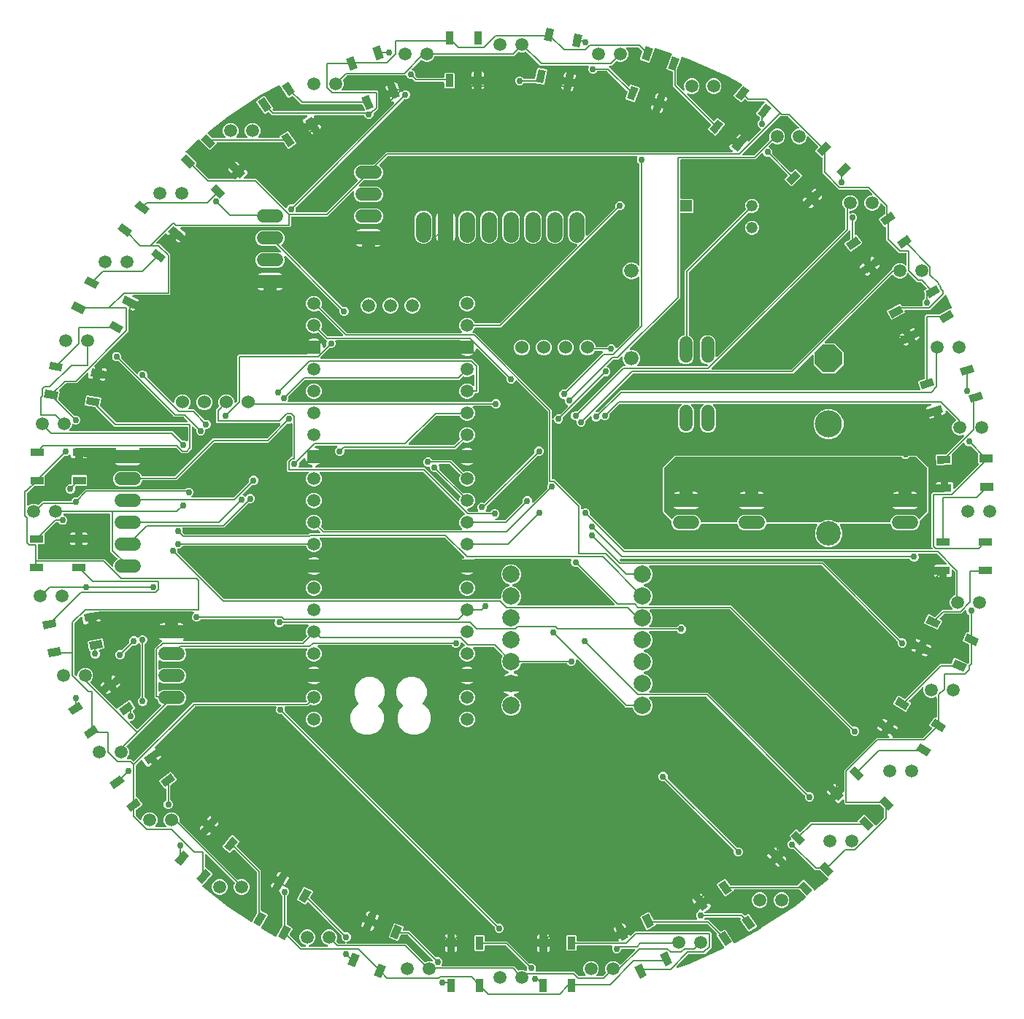
<source format=gbr>
G04 EAGLE Gerber RS-274X export*
G75*
%MOMM*%
%FSLAX34Y34*%
%LPD*%
%INBottom Copper*%
%IPPOS*%
%AMOC8*
5,1,8,0,0,1.08239X$1,22.5*%
G01*
G04 Define Apertures*
%ADD10P,3.4091X8X112.5*%
%ADD11C,3.149600*%
%ADD12R,1.500000X0.900000*%
%ADD13R,0.900000X1.500000*%
%ADD14C,1.676400*%
%ADD15C,2.000000*%
%ADD16C,1.507100*%
%ADD17C,1.508000*%
%ADD18R,1.320800X1.320800*%
%ADD19C,1.320800*%
%ADD20C,1.778000*%
%ADD21C,1.524000*%
%ADD22C,1.524000*%
%ADD23C,0.152400*%
%ADD24C,0.756400*%
%ADD25C,2.850000*%
G36*
X-214728Y347387D02*
X-215223Y347286D01*
X-248998Y347286D01*
X-249446Y347368D01*
X-249874Y347637D01*
X-250164Y348051D01*
X-250268Y348546D01*
X-250171Y349042D01*
X-249694Y350195D01*
X-249694Y352370D01*
X-249764Y352707D01*
X-249671Y353204D01*
X-249392Y353625D01*
X-124875Y478142D01*
X-124482Y478409D01*
X-123987Y478514D01*
X-123628Y478444D01*
X-121445Y478444D01*
X-119494Y479252D01*
X-118002Y480744D01*
X-117194Y482695D01*
X-117194Y484806D01*
X-118002Y486756D01*
X-119494Y488248D01*
X-121445Y489056D01*
X-123556Y489056D01*
X-125506Y488248D01*
X-126520Y487234D01*
X-126909Y486969D01*
X-127403Y486862D01*
X-127899Y486957D01*
X-128320Y487238D01*
X-128597Y487660D01*
X-132580Y497620D01*
X-134514Y498449D01*
X-135491Y498058D01*
X-130092Y484558D01*
X-140806Y480272D01*
X-139301Y476510D01*
X-137367Y475681D01*
X-137170Y475760D01*
X-136759Y475849D01*
X-136259Y475772D01*
X-135829Y475507D01*
X-135537Y475095D01*
X-135429Y474601D01*
X-135521Y474104D01*
X-135800Y473683D01*
X-252625Y356858D01*
X-253018Y356591D01*
X-253513Y356486D01*
X-253872Y356556D01*
X-256056Y356556D01*
X-258006Y355748D01*
X-259498Y354256D01*
X-259950Y353166D01*
X-260197Y352783D01*
X-260609Y352491D01*
X-261103Y352382D01*
X-261600Y352475D01*
X-262021Y352754D01*
X-295303Y386036D01*
X-308587Y386036D01*
X-309026Y386114D01*
X-309456Y386380D01*
X-309748Y386792D01*
X-309857Y387286D01*
X-309764Y387783D01*
X-309485Y388204D01*
X-305634Y392055D01*
X-305634Y394159D01*
X-308499Y397024D01*
X-320046Y385477D01*
X-320605Y386036D01*
X-349777Y386036D01*
X-350254Y386129D01*
X-350675Y386408D01*
X-365447Y401179D01*
X-365710Y401564D01*
X-365818Y402057D01*
X-365726Y402554D01*
X-365447Y402976D01*
X-364633Y403789D01*
X-364633Y405052D01*
X-376132Y416551D01*
X-376422Y416551D01*
X-376910Y416648D01*
X-377328Y416931D01*
X-377604Y417355D01*
X-377692Y417853D01*
X-377579Y418345D01*
X-377283Y418755D01*
X-365121Y429964D01*
X-365042Y430031D01*
X-363087Y431559D01*
X-362819Y431720D01*
X-362325Y431828D01*
X-361828Y431735D01*
X-361407Y431456D01*
X-349818Y419867D01*
X-348555Y419867D01*
X-341298Y427124D01*
X-341298Y427694D01*
X-341213Y428152D01*
X-340941Y428578D01*
X-340524Y428863D01*
X-340028Y428964D01*
X-264852Y428964D01*
X-264154Y428755D01*
X-263796Y428399D01*
X-259079Y421326D01*
X-257841Y421078D01*
X-249303Y426772D01*
X-249055Y428010D01*
X-258079Y441540D01*
X-259317Y441788D01*
X-267855Y436093D01*
X-268162Y434557D01*
X-268495Y433922D01*
X-268912Y433637D01*
X-269407Y433536D01*
X-292266Y433536D01*
X-292705Y433614D01*
X-293135Y433880D01*
X-293427Y434292D01*
X-293536Y434786D01*
X-293443Y435283D01*
X-293164Y435704D01*
X-292040Y436828D01*
X-290661Y440158D01*
X-290661Y443762D01*
X-292040Y447092D01*
X-294588Y449640D01*
X-297918Y451020D01*
X-301522Y451020D01*
X-304852Y449640D01*
X-307400Y447092D01*
X-308780Y443762D01*
X-308780Y440158D01*
X-307400Y436828D01*
X-306276Y435704D01*
X-306021Y435338D01*
X-305905Y434846D01*
X-305990Y434348D01*
X-306262Y433922D01*
X-306679Y433637D01*
X-307174Y433536D01*
X-317666Y433536D01*
X-318105Y433614D01*
X-318535Y433880D01*
X-318827Y434292D01*
X-318936Y434786D01*
X-318843Y435283D01*
X-318564Y435704D01*
X-317440Y436828D01*
X-316061Y440158D01*
X-316061Y443762D01*
X-317440Y447092D01*
X-319988Y449640D01*
X-323318Y451020D01*
X-326922Y451020D01*
X-330252Y449640D01*
X-332800Y447092D01*
X-334180Y443762D01*
X-334180Y440158D01*
X-332800Y436828D01*
X-331676Y435704D01*
X-331421Y435338D01*
X-331305Y434846D01*
X-331390Y434348D01*
X-331662Y433922D01*
X-332079Y433637D01*
X-332574Y433536D01*
X-345922Y433536D01*
X-346399Y433629D01*
X-346820Y433908D01*
X-351621Y438709D01*
X-351938Y439238D01*
X-351986Y439741D01*
X-351833Y440223D01*
X-351505Y440608D01*
X-328921Y458251D01*
X-328837Y458311D01*
X-290539Y483497D01*
X-290451Y483551D01*
X-269778Y494851D01*
X-269465Y494972D01*
X-268960Y494990D01*
X-268488Y494809D01*
X-268124Y494458D01*
X-268011Y494195D01*
X-258812Y480401D01*
X-257574Y480154D01*
X-254429Y482252D01*
X-253744Y482465D01*
X-253247Y482372D01*
X-252826Y482093D01*
X-243447Y472714D01*
X-173091Y472714D01*
X-172609Y472619D01*
X-172189Y472338D01*
X-171911Y471916D01*
X-169756Y466528D01*
X-169666Y466096D01*
X-169751Y465598D01*
X-170023Y465172D01*
X-170440Y464887D01*
X-170936Y464786D01*
X-274777Y464786D01*
X-275254Y464879D01*
X-275675Y465158D01*
X-276334Y465817D01*
X-276675Y466438D01*
X-276685Y466944D01*
X-276533Y467322D01*
X-276243Y468776D01*
X-285266Y482306D01*
X-286504Y482553D01*
X-295042Y476859D01*
X-295289Y475621D01*
X-286266Y462091D01*
X-285028Y461844D01*
X-282174Y463747D01*
X-281490Y463961D01*
X-280993Y463868D01*
X-280572Y463589D01*
X-277197Y460214D01*
X-237712Y460214D01*
X-237048Y460027D01*
X-236678Y459682D01*
X-236472Y459220D01*
X-236462Y458715D01*
X-236651Y458246D01*
X-237007Y457887D01*
X-241314Y455015D01*
X-241726Y452952D01*
X-239478Y449580D01*
X-227764Y457393D01*
X-228329Y458239D01*
X-228541Y458904D01*
X-228457Y459402D01*
X-228184Y459828D01*
X-227767Y460113D01*
X-227272Y460214D01*
X-171163Y460214D01*
X-170695Y460125D01*
X-170272Y459849D01*
X-169989Y459430D01*
X-169498Y458244D01*
X-168006Y456752D01*
X-166056Y455944D01*
X-163945Y455944D01*
X-161994Y456752D01*
X-160502Y458244D01*
X-159694Y460195D01*
X-159694Y461547D01*
X-159601Y462024D01*
X-159322Y462445D01*
X-153964Y467803D01*
X-153964Y487197D01*
X-155303Y488536D01*
X-195356Y488536D01*
X-195795Y488614D01*
X-196225Y488880D01*
X-196517Y489292D01*
X-196626Y489786D01*
X-196533Y490283D01*
X-196254Y490704D01*
X-195520Y491438D01*
X-194141Y494768D01*
X-194141Y498372D01*
X-195062Y500597D01*
X-195158Y501062D01*
X-195066Y501559D01*
X-194787Y501981D01*
X-190675Y506092D01*
X-190272Y506363D01*
X-189777Y506464D01*
X-122413Y506464D01*
X-121945Y506375D01*
X-121522Y506099D01*
X-121239Y505680D01*
X-120748Y504494D01*
X-119256Y503002D01*
X-117306Y502194D01*
X-115130Y502194D01*
X-114793Y502264D01*
X-114296Y502171D01*
X-113875Y501892D01*
X-110947Y498964D01*
X-78796Y498964D01*
X-78338Y498879D01*
X-77913Y498606D01*
X-77627Y498189D01*
X-77526Y497694D01*
X-77526Y492416D01*
X-76633Y491523D01*
X-66371Y491523D01*
X-65478Y492416D01*
X-65478Y508679D01*
X-66371Y509571D01*
X-76633Y509571D01*
X-77526Y508679D01*
X-77526Y504806D01*
X-77612Y504348D01*
X-77884Y503922D01*
X-78301Y503637D01*
X-78796Y503536D01*
X-108527Y503536D01*
X-109004Y503629D01*
X-109425Y503908D01*
X-110642Y505125D01*
X-110909Y505518D01*
X-111014Y506013D01*
X-110944Y506372D01*
X-110944Y508556D01*
X-111752Y510506D01*
X-113244Y511998D01*
X-114334Y512450D01*
X-114717Y512697D01*
X-115010Y513109D01*
X-115118Y513603D01*
X-115025Y514100D01*
X-114746Y514521D01*
X-105403Y523865D01*
X-105019Y524128D01*
X-104525Y524236D01*
X-104028Y524144D01*
X-103607Y523865D01*
X-102922Y523180D01*
X-99592Y521801D01*
X-95988Y521801D01*
X-92658Y523180D01*
X-90110Y525728D01*
X-89094Y528180D01*
X-88833Y528578D01*
X-88416Y528863D01*
X-87921Y528964D01*
X3447Y528964D01*
X7986Y533503D01*
X8379Y533771D01*
X8874Y533875D01*
X9370Y533778D01*
X10898Y533146D01*
X14502Y533146D01*
X16631Y534027D01*
X17097Y534124D01*
X17594Y534031D01*
X18015Y533752D01*
X34053Y517714D01*
X88998Y517714D01*
X89446Y517632D01*
X89874Y517363D01*
X90164Y516949D01*
X90268Y516454D01*
X90171Y515958D01*
X89694Y514805D01*
X89694Y512695D01*
X90502Y510744D01*
X91994Y509252D01*
X93945Y508444D01*
X96056Y508444D01*
X98006Y509252D01*
X99544Y510790D01*
X99733Y511078D01*
X100150Y511363D01*
X100645Y511464D01*
X111027Y511464D01*
X111504Y511371D01*
X111925Y511092D01*
X134706Y488311D01*
X134954Y487962D01*
X135077Y487472D01*
X134999Y486972D01*
X132430Y480026D01*
X132958Y478879D01*
X142583Y475319D01*
X143730Y475846D01*
X149372Y491099D01*
X148844Y492246D01*
X139219Y495806D01*
X138072Y495279D01*
X137715Y494314D01*
X137450Y493886D01*
X137038Y493593D01*
X136544Y493485D01*
X136048Y493578D01*
X135626Y493857D01*
X113937Y515546D01*
X113682Y515912D01*
X113566Y516404D01*
X113650Y516902D01*
X113923Y517328D01*
X114340Y517613D01*
X114835Y517714D01*
X117197Y517714D01*
X121830Y522347D01*
X122223Y522614D01*
X122718Y522719D01*
X123214Y522622D01*
X125198Y521801D01*
X128802Y521801D01*
X132132Y523180D01*
X134680Y525728D01*
X136060Y529058D01*
X136060Y532662D01*
X134680Y535992D01*
X133876Y536796D01*
X133621Y537162D01*
X133505Y537654D01*
X133590Y538152D01*
X133862Y538578D01*
X134279Y538863D01*
X134774Y538964D01*
X147277Y538964D01*
X147754Y538871D01*
X148175Y538592D01*
X151921Y534847D01*
X152168Y534498D01*
X152291Y534007D01*
X152214Y533508D01*
X149430Y525983D01*
X149957Y524836D01*
X159583Y521275D01*
X160730Y521803D01*
X166549Y537535D01*
X166774Y537918D01*
X167172Y538230D01*
X167660Y538362D01*
X168160Y538293D01*
X185823Y532098D01*
X186228Y531865D01*
X186539Y531466D01*
X186670Y530978D01*
X186601Y530478D01*
X186342Y530044D01*
X186034Y529819D01*
X180380Y514534D01*
X180908Y513387D01*
X186885Y511176D01*
X187328Y510897D01*
X187613Y510480D01*
X187714Y509985D01*
X187714Y494053D01*
X231665Y450102D01*
X231857Y449856D01*
X232025Y449379D01*
X231994Y448874D01*
X231768Y448422D01*
X228324Y444014D01*
X228478Y442761D01*
X236565Y436443D01*
X237818Y436597D01*
X247830Y449412D01*
X247676Y450665D01*
X239589Y456983D01*
X238336Y456829D01*
X236179Y454069D01*
X235692Y453689D01*
X235199Y453581D01*
X234702Y453673D01*
X234281Y453952D01*
X204605Y483628D01*
X204355Y483984D01*
X204234Y484475D01*
X204315Y484974D01*
X204584Y485402D01*
X204999Y485691D01*
X205493Y485796D01*
X205989Y485699D01*
X207748Y484971D01*
X211352Y484971D01*
X214682Y486350D01*
X217230Y488898D01*
X218610Y492228D01*
X218610Y495832D01*
X217230Y499162D01*
X214682Y501710D01*
X211352Y503090D01*
X207748Y503090D01*
X204418Y501710D01*
X201870Y499162D01*
X200491Y495832D01*
X200491Y492228D01*
X201219Y490469D01*
X201314Y490044D01*
X201237Y489544D01*
X200972Y489114D01*
X200560Y488822D01*
X200066Y488713D01*
X199569Y488806D01*
X199148Y489085D01*
X192658Y495575D01*
X192387Y495978D01*
X192286Y496473D01*
X192286Y511765D01*
X192365Y512206D01*
X197322Y525606D01*
X197225Y525818D01*
X197114Y526227D01*
X197167Y526730D01*
X197412Y527172D01*
X197810Y527484D01*
X198298Y527616D01*
X198799Y527547D01*
X208165Y524261D01*
X208262Y524223D01*
X250138Y505583D01*
X250230Y505537D01*
X267249Y496234D01*
X267730Y495771D01*
X267898Y495294D01*
X267867Y494790D01*
X267641Y494337D01*
X258491Y482627D01*
X258645Y481374D01*
X266732Y475055D01*
X267985Y475209D01*
X270313Y478189D01*
X270800Y478568D01*
X271294Y478677D01*
X271791Y478584D01*
X272212Y478305D01*
X274053Y476464D01*
X292950Y476464D01*
X293241Y476430D01*
X293700Y476219D01*
X294040Y475846D01*
X294208Y475369D01*
X294177Y474864D01*
X293951Y474412D01*
X284496Y462310D01*
X284650Y461057D01*
X288476Y458067D01*
X288863Y457562D01*
X288964Y457067D01*
X288964Y455645D01*
X288875Y455178D01*
X288599Y454754D01*
X288296Y454550D01*
X286752Y453006D01*
X285944Y451056D01*
X285944Y448945D01*
X286752Y446994D01*
X288244Y445502D01*
X289334Y445050D01*
X289717Y444803D01*
X290010Y444391D01*
X290118Y443897D01*
X290025Y443400D01*
X289746Y442979D01*
X276809Y430042D01*
X276580Y429861D01*
X276106Y429685D01*
X275601Y429709D01*
X275145Y429927D01*
X274811Y430306D01*
X274651Y430785D01*
X274638Y430890D01*
X273809Y431537D01*
X264857Y420080D01*
X255763Y427184D01*
X253269Y423991D01*
X253525Y421903D01*
X256528Y419557D01*
X256899Y419088D01*
X257015Y418596D01*
X256931Y418098D01*
X256658Y417672D01*
X256241Y417387D01*
X255746Y417286D01*
X-144697Y417286D01*
X-158767Y403216D01*
X-159170Y402945D01*
X-159665Y402844D01*
X-174539Y402844D01*
X-177900Y401452D01*
X-180472Y398880D01*
X-181864Y395519D01*
X-181864Y391881D01*
X-180472Y388520D01*
X-177865Y385914D01*
X-177602Y385530D01*
X-177493Y385036D01*
X-177586Y384539D01*
X-177865Y384118D01*
X-214325Y347658D01*
X-214728Y347387D01*
G37*
%LPC*%
G36*
X8945Y494694D02*
X11056Y494694D01*
X13006Y495502D01*
X14544Y497040D01*
X14733Y497328D01*
X15150Y497613D01*
X15645Y497714D01*
X27040Y497714D01*
X27289Y497689D01*
X37834Y495582D01*
X38885Y496283D01*
X42071Y512230D01*
X41371Y513280D01*
X31307Y515291D01*
X30257Y514591D01*
X28002Y503307D01*
X27669Y502672D01*
X27252Y502387D01*
X26757Y502286D01*
X15645Y502286D01*
X15178Y502375D01*
X14754Y502651D01*
X14550Y502954D01*
X13006Y504498D01*
X11056Y505306D01*
X8945Y505306D01*
X6994Y504498D01*
X5502Y503006D01*
X4694Y501056D01*
X4694Y498945D01*
X5502Y496994D01*
X6994Y495502D01*
X8945Y494694D01*
G37*
G36*
X-45542Y505047D02*
X-43002Y505047D01*
X-43002Y510587D01*
X-44054Y510587D01*
X-45542Y509100D01*
X-45542Y505047D01*
G37*
G36*
X-34002Y505047D02*
X-31462Y505047D01*
X-31462Y509100D01*
X-32950Y510587D01*
X-34002Y510587D01*
X-34002Y505047D01*
G37*
G36*
X60909Y504763D02*
X63400Y504265D01*
X64486Y509698D01*
X63454Y509904D01*
X61703Y508736D01*
X60909Y504763D01*
G37*
G36*
X72226Y502502D02*
X74716Y502004D01*
X75510Y505977D01*
X74343Y507728D01*
X73311Y507934D01*
X72226Y502502D01*
G37*
G36*
X233148Y484971D02*
X236752Y484971D01*
X240082Y486350D01*
X242630Y488898D01*
X244010Y492228D01*
X244010Y495832D01*
X242630Y499162D01*
X240082Y501710D01*
X236752Y503090D01*
X233148Y503090D01*
X229818Y501710D01*
X227270Y499162D01*
X225891Y495832D01*
X225891Y492228D01*
X227270Y488898D01*
X229818Y486350D01*
X233148Y484971D01*
G37*
G36*
X-44054Y490507D02*
X-43002Y490507D01*
X-43002Y496047D01*
X-45542Y496047D01*
X-45542Y491995D01*
X-44054Y490507D01*
G37*
G36*
X-34002Y490507D02*
X-32950Y490507D01*
X-31462Y491995D01*
X-31462Y496047D01*
X-34002Y496047D01*
X-34002Y490507D01*
G37*
G36*
X59519Y490213D02*
X60551Y490007D01*
X61637Y495440D01*
X59146Y495937D01*
X58352Y491964D01*
X59519Y490213D01*
G37*
G36*
X-145653Y492391D02*
X-144149Y488628D01*
X-141790Y489572D01*
X-143848Y494716D01*
X-144824Y494325D01*
X-145653Y492391D01*
G37*
G36*
X69377Y488243D02*
X70408Y488037D01*
X72159Y489205D01*
X72953Y493178D01*
X70462Y493676D01*
X69377Y488243D01*
G37*
G36*
X166810Y480776D02*
X169192Y479895D01*
X171114Y485091D01*
X170127Y485456D01*
X168216Y484577D01*
X166810Y480776D01*
G37*
G36*
X177633Y476773D02*
X180015Y475892D01*
X181421Y479692D01*
X180542Y481604D01*
X179555Y481969D01*
X177633Y476773D01*
G37*
G36*
X163161Y466623D02*
X164147Y466258D01*
X166069Y471454D01*
X163687Y472335D01*
X162281Y468535D01*
X163161Y466623D01*
G37*
G36*
X172588Y463136D02*
X173575Y462771D01*
X175487Y463650D01*
X176893Y467451D01*
X174510Y468332D01*
X172588Y463136D01*
G37*
G36*
X-224884Y448496D02*
X-221810Y443887D01*
X-220934Y444471D01*
X-220522Y446534D01*
X-222770Y449905D01*
X-224884Y448496D01*
G37*
G36*
X-232236Y438722D02*
X-230173Y438309D01*
X-229297Y438893D01*
X-232371Y443502D01*
X-234484Y442093D01*
X-232236Y438722D01*
G37*
G36*
X261304Y434276D02*
X263306Y432713D01*
X266717Y437078D01*
X265888Y437726D01*
X263799Y437470D01*
X261304Y434276D01*
G37*
G36*
X-320577Y405509D02*
X-316659Y401592D01*
X-314863Y403388D01*
X-317729Y406253D01*
X-319833Y406253D01*
X-320577Y405509D01*
G37*
G36*
X-327685Y396297D02*
X-324819Y393432D01*
X-323023Y395228D01*
X-326941Y399145D01*
X-327685Y398401D01*
X-327685Y396297D01*
G37*
%LPD*%
G36*
X325272Y164887D02*
X324777Y164786D01*
X233585Y164786D01*
X233146Y164864D01*
X232716Y165130D01*
X232424Y165542D01*
X232315Y166036D01*
X232408Y166533D01*
X232687Y166954D01*
X391796Y326063D01*
X392162Y326318D01*
X392654Y326434D01*
X393152Y326350D01*
X393578Y326077D01*
X393863Y325660D01*
X393964Y325165D01*
X393964Y317376D01*
X393776Y316712D01*
X393432Y316342D01*
X387075Y311808D01*
X386866Y310563D01*
X392826Y302208D01*
X394071Y302000D01*
X407310Y311443D01*
X407519Y312689D01*
X401559Y321043D01*
X400144Y321280D01*
X399846Y321180D01*
X399348Y321265D01*
X398922Y321537D01*
X398637Y321954D01*
X398536Y322449D01*
X398536Y335605D01*
X398625Y336072D01*
X398901Y336496D01*
X399204Y336701D01*
X400748Y338244D01*
X401556Y340195D01*
X401556Y342306D01*
X400748Y344256D01*
X399256Y345748D01*
X397306Y346556D01*
X395792Y346556D01*
X395371Y346629D01*
X394042Y346079D01*
X393596Y345983D01*
X393098Y346067D01*
X392672Y346340D01*
X392387Y346757D01*
X392286Y347252D01*
X392286Y347811D01*
X392371Y348268D01*
X392644Y348694D01*
X393061Y348980D01*
X393556Y349081D01*
X394905Y349081D01*
X395325Y349007D01*
X398832Y350460D01*
X401380Y353008D01*
X402760Y356338D01*
X402760Y359942D01*
X401380Y363272D01*
X398832Y365820D01*
X395502Y367200D01*
X391898Y367200D01*
X388568Y365820D01*
X386020Y363272D01*
X384641Y359942D01*
X384641Y356338D01*
X386020Y353008D01*
X387342Y351686D01*
X387613Y351283D01*
X387714Y350788D01*
X387714Y328973D01*
X387621Y328496D01*
X387342Y328075D01*
X239404Y180137D01*
X239038Y179882D01*
X238546Y179766D01*
X238048Y179850D01*
X237622Y180123D01*
X237337Y180540D01*
X237236Y181035D01*
X237236Y197399D01*
X235844Y200760D01*
X233272Y203332D01*
X229911Y204724D01*
X226273Y204724D01*
X222912Y203332D01*
X220340Y200760D01*
X218948Y197399D01*
X218948Y178521D01*
X220340Y175160D01*
X222912Y172588D01*
X226273Y171196D01*
X227397Y171196D01*
X227836Y171118D01*
X228266Y170852D01*
X228558Y170440D01*
X228667Y169946D01*
X228574Y169449D01*
X228295Y169028D01*
X228175Y168908D01*
X227772Y168637D01*
X227277Y168536D01*
X147511Y168536D01*
X147072Y168614D01*
X146642Y168880D01*
X146350Y169292D01*
X146241Y169786D01*
X146334Y170283D01*
X146613Y170704D01*
X148098Y172189D01*
X149606Y175830D01*
X149606Y179770D01*
X148098Y183411D01*
X145311Y186198D01*
X141670Y187706D01*
X139005Y187706D01*
X138566Y187784D01*
X138136Y188050D01*
X137844Y188462D01*
X137735Y188956D01*
X137828Y189453D01*
X138107Y189874D01*
X196036Y247803D01*
X196036Y320743D01*
X196118Y321191D01*
X196387Y321619D01*
X196596Y321765D01*
X196596Y337381D01*
X196422Y337492D01*
X196137Y337909D01*
X196036Y338404D01*
X196036Y345576D01*
X196121Y346033D01*
X196394Y346459D01*
X196811Y346745D01*
X197306Y346846D01*
X210435Y346846D01*
X211328Y347738D01*
X211328Y362209D01*
X210435Y363102D01*
X197306Y363102D01*
X196848Y363187D01*
X196422Y363459D01*
X196137Y363876D01*
X196036Y364372D01*
X196036Y407694D01*
X196121Y408152D01*
X196394Y408578D01*
X196811Y408863D01*
X197306Y408964D01*
X283447Y408964D01*
X290479Y415996D01*
X290854Y416255D01*
X291347Y416368D01*
X291844Y416279D01*
X292268Y416003D01*
X292550Y415584D01*
X293002Y414494D01*
X294494Y413002D01*
X296445Y412194D01*
X298620Y412194D01*
X298957Y412264D01*
X299454Y412171D01*
X299875Y411892D01*
X320522Y391245D01*
X320804Y390816D01*
X320894Y390319D01*
X320782Y389826D01*
X320487Y389415D01*
X317334Y386495D01*
X317285Y385234D01*
X324258Y377704D01*
X325519Y377655D01*
X337452Y388705D01*
X337500Y389966D01*
X330527Y397496D01*
X329266Y397545D01*
X325709Y394251D01*
X325360Y394022D01*
X324866Y393913D01*
X324369Y394006D01*
X323948Y394285D01*
X303108Y415125D01*
X302841Y415518D01*
X302736Y416013D01*
X302806Y416372D01*
X302806Y418556D01*
X301998Y420506D01*
X300506Y421998D01*
X299416Y422450D01*
X299033Y422697D01*
X298741Y423109D01*
X298632Y423603D01*
X298725Y424100D01*
X299004Y424521D01*
X302125Y427642D01*
X302518Y427909D01*
X303013Y428014D01*
X303509Y427917D01*
X306808Y426551D01*
X310412Y426551D01*
X313742Y427930D01*
X316290Y430478D01*
X317670Y433808D01*
X317670Y437412D01*
X316290Y440742D01*
X313742Y443290D01*
X310412Y444670D01*
X306808Y444670D01*
X303478Y443290D01*
X300930Y440742D01*
X299551Y437412D01*
X299551Y433808D01*
X299892Y432984D01*
X299988Y432518D01*
X299896Y432021D01*
X299617Y431600D01*
X281925Y413908D01*
X281522Y413637D01*
X281027Y413536D01*
X269835Y413536D01*
X269396Y413614D01*
X268966Y413880D01*
X268674Y414292D01*
X268565Y414786D01*
X268658Y415283D01*
X268937Y415704D01*
X311825Y458592D01*
X312228Y458863D01*
X312723Y458964D01*
X321027Y458964D01*
X321504Y458871D01*
X321925Y458592D01*
X333680Y446838D01*
X333935Y446472D01*
X334051Y445980D01*
X333966Y445482D01*
X333694Y445056D01*
X333277Y444770D01*
X332782Y444670D01*
X332208Y444670D01*
X328878Y443290D01*
X326330Y440742D01*
X324951Y437412D01*
X324951Y433808D01*
X326330Y430478D01*
X328878Y427930D01*
X332208Y426551D01*
X335812Y426551D01*
X339142Y427930D01*
X341690Y430478D01*
X343070Y433808D01*
X343070Y434382D01*
X343148Y434820D01*
X343413Y435251D01*
X343826Y435543D01*
X344319Y435651D01*
X344816Y435559D01*
X345238Y435280D01*
X356218Y424300D01*
X356500Y423871D01*
X356589Y423373D01*
X356478Y422880D01*
X356182Y422470D01*
X353286Y419788D01*
X353238Y418526D01*
X360211Y410996D01*
X360243Y410995D01*
X360652Y410911D01*
X361078Y410638D01*
X361363Y410221D01*
X361464Y409726D01*
X361464Y392803D01*
X380303Y373964D01*
X413527Y373964D01*
X414004Y373871D01*
X414425Y373592D01*
X418650Y369368D01*
X418905Y369002D01*
X419021Y368510D01*
X418936Y368012D01*
X418664Y367586D01*
X418247Y367300D01*
X417752Y367200D01*
X417298Y367200D01*
X413968Y365820D01*
X411420Y363272D01*
X410041Y359942D01*
X410041Y356338D01*
X411420Y353008D01*
X413968Y350460D01*
X417298Y349081D01*
X420902Y349081D01*
X424232Y350460D01*
X426780Y353008D01*
X428160Y356338D01*
X428160Y356792D01*
X428238Y357230D01*
X428503Y357661D01*
X428916Y357953D01*
X429409Y358061D01*
X429906Y357969D01*
X430328Y357690D01*
X433592Y354425D01*
X433863Y354022D01*
X433964Y353527D01*
X433964Y345908D01*
X433776Y345244D01*
X433432Y344874D01*
X426966Y340263D01*
X426758Y339017D01*
X432717Y330662D01*
X434154Y330422D01*
X434402Y330354D01*
X434828Y330082D01*
X435113Y329665D01*
X435214Y329170D01*
X435214Y315303D01*
X450303Y300214D01*
X457694Y300214D01*
X458152Y300129D01*
X458578Y299856D01*
X458863Y299439D01*
X458964Y298944D01*
X458964Y287164D01*
X458886Y286725D01*
X458620Y286295D01*
X458208Y286003D01*
X457714Y285894D01*
X457217Y285987D01*
X456796Y286266D01*
X455982Y287080D01*
X452652Y288460D01*
X449048Y288460D01*
X445718Y287080D01*
X443170Y284532D01*
X441938Y281557D01*
X441662Y281145D01*
X325675Y165158D01*
X325272Y164887D01*
G37*
%LPC*%
G36*
X348333Y371610D02*
X350058Y369746D01*
X354123Y373510D01*
X353408Y374282D01*
X351306Y374363D01*
X348333Y371610D01*
G37*
G36*
X356173Y363143D02*
X357899Y361279D01*
X360872Y364032D01*
X360953Y366135D01*
X360238Y366907D01*
X356173Y363143D01*
G37*
G36*
X338675Y360639D02*
X339390Y359867D01*
X343455Y363631D01*
X341729Y365495D01*
X338756Y362742D01*
X338675Y360639D01*
G37*
G36*
X200873Y171196D02*
X204511Y171196D01*
X207872Y172588D01*
X210444Y175160D01*
X211836Y178521D01*
X211836Y197399D01*
X210444Y200760D01*
X207872Y203332D01*
X206820Y203768D01*
X206422Y204029D01*
X206137Y204446D01*
X206036Y204941D01*
X206036Y277277D01*
X206129Y277754D01*
X206408Y278175D01*
X275271Y347038D01*
X275664Y347305D01*
X276159Y347410D01*
X276655Y347313D01*
X277783Y346846D01*
X281017Y346846D01*
X284004Y348083D01*
X286291Y350369D01*
X287528Y353357D01*
X287528Y356590D01*
X286291Y359578D01*
X284004Y361864D01*
X281017Y363102D01*
X277783Y363102D01*
X274796Y361864D01*
X272509Y359578D01*
X271272Y356590D01*
X271272Y353357D01*
X272075Y351417D01*
X272172Y350951D01*
X272079Y350454D01*
X271800Y350033D01*
X201464Y279697D01*
X201464Y205817D01*
X201375Y205350D01*
X201099Y204926D01*
X200680Y204644D01*
X197512Y203332D01*
X194940Y200760D01*
X193548Y197399D01*
X193548Y178521D01*
X194940Y175160D01*
X197512Y172588D01*
X200873Y171196D01*
G37*
G36*
X346220Y352492D02*
X348323Y352411D01*
X351296Y355164D01*
X349570Y357028D01*
X345505Y353264D01*
X346220Y352492D01*
G37*
G36*
X277783Y321446D02*
X281017Y321446D01*
X284004Y322683D01*
X286291Y324969D01*
X287528Y327957D01*
X287528Y331190D01*
X286291Y334178D01*
X284004Y336464D01*
X281017Y337702D01*
X277783Y337702D01*
X274796Y336464D01*
X272509Y334178D01*
X271272Y331190D01*
X271272Y327957D01*
X272509Y324969D01*
X274796Y322683D01*
X277783Y321446D01*
G37*
G36*
X415931Y293104D02*
X417406Y291037D01*
X421916Y294254D01*
X421305Y295110D01*
X419230Y295457D01*
X415931Y293104D01*
G37*
G36*
X404958Y283450D02*
X405569Y282593D01*
X410079Y285810D01*
X408604Y287878D01*
X405305Y285525D01*
X404958Y283450D01*
G37*
G36*
X422632Y283710D02*
X424107Y281642D01*
X427406Y283995D01*
X427754Y286070D01*
X427143Y286927D01*
X422632Y283710D01*
G37*
G36*
X411406Y274410D02*
X413482Y274062D01*
X416780Y276415D01*
X415305Y278483D01*
X410795Y275266D01*
X411406Y274410D01*
G37*
%LPD*%
G36*
X-234728Y-26363D02*
X-235223Y-26464D01*
X-378527Y-26464D01*
X-379004Y-26371D01*
X-379425Y-26092D01*
X-380642Y-24875D01*
X-380909Y-24482D01*
X-381014Y-23987D01*
X-380944Y-23628D01*
X-380944Y-21445D01*
X-381421Y-20292D01*
X-381517Y-19846D01*
X-381433Y-19348D01*
X-381160Y-18922D01*
X-380743Y-18637D01*
X-380248Y-18536D01*
X-332803Y-18536D01*
X-304875Y9392D01*
X-304482Y9659D01*
X-303987Y9764D01*
X-303628Y9694D01*
X-301445Y9694D01*
X-299494Y10502D01*
X-298002Y11994D01*
X-297194Y13945D01*
X-297194Y16056D01*
X-298002Y18006D01*
X-299494Y19498D01*
X-301445Y20306D01*
X-303556Y20306D01*
X-305506Y19498D01*
X-307104Y17900D01*
X-307178Y17785D01*
X-307590Y17493D01*
X-308084Y17384D01*
X-308581Y17477D01*
X-309002Y17756D01*
X-309494Y18248D01*
X-310584Y18700D01*
X-310967Y18947D01*
X-311260Y19359D01*
X-311368Y19853D01*
X-311275Y20350D01*
X-310996Y20771D01*
X-301125Y30642D01*
X-300732Y30909D01*
X-300237Y31014D01*
X-299878Y30944D01*
X-297695Y30944D01*
X-295744Y31752D01*
X-294252Y33244D01*
X-293444Y35195D01*
X-293444Y37306D01*
X-294252Y39256D01*
X-295744Y40748D01*
X-297695Y41556D01*
X-299806Y41556D01*
X-301756Y40748D01*
X-303248Y39256D01*
X-304056Y37306D01*
X-304056Y35130D01*
X-303986Y34793D01*
X-304079Y34296D01*
X-304358Y33875D01*
X-321825Y16408D01*
X-322228Y16137D01*
X-322723Y16036D01*
X-369644Y16036D01*
X-370083Y16114D01*
X-370513Y16380D01*
X-370806Y16792D01*
X-370914Y17286D01*
X-370821Y17783D01*
X-370542Y18204D01*
X-369252Y19494D01*
X-368444Y21445D01*
X-368444Y23556D01*
X-369252Y25506D01*
X-370744Y26998D01*
X-372695Y27806D01*
X-374806Y27806D01*
X-376756Y26998D01*
X-377346Y26408D01*
X-377749Y26137D01*
X-378244Y26036D01*
X-493447Y26036D01*
X-502625Y16858D01*
X-503018Y16591D01*
X-503513Y16486D01*
X-503872Y16556D01*
X-506056Y16556D01*
X-508006Y15748D01*
X-509498Y14256D01*
X-509989Y13070D01*
X-510250Y12672D01*
X-510667Y12387D01*
X-511163Y12286D01*
X-543447Y12286D01*
X-547609Y8123D01*
X-548003Y7856D01*
X-548497Y7752D01*
X-548993Y7848D01*
X-551918Y9060D01*
X-555522Y9060D01*
X-558852Y7680D01*
X-559296Y7236D01*
X-559662Y6981D01*
X-560154Y6865D01*
X-560652Y6950D01*
X-561078Y7222D01*
X-561363Y7639D01*
X-561464Y8134D01*
X-561464Y21027D01*
X-561371Y21504D01*
X-561092Y21925D01*
X-553144Y29874D01*
X-552741Y30145D01*
X-552246Y30246D01*
X-541716Y30246D01*
X-540824Y31138D01*
X-540824Y41667D01*
X-540731Y42144D01*
X-540452Y42565D01*
X-518625Y64392D01*
X-518232Y64659D01*
X-517737Y64764D01*
X-517378Y64694D01*
X-515195Y64694D01*
X-513244Y65502D01*
X-513056Y65691D01*
X-512690Y65946D01*
X-512198Y66062D01*
X-511700Y65977D01*
X-511274Y65705D01*
X-510988Y65288D01*
X-510888Y64793D01*
X-510888Y63717D01*
X-509400Y62230D01*
X-505348Y62230D01*
X-505348Y73770D01*
X-490170Y73770D01*
X-490033Y73863D01*
X-489538Y73964D01*
X-459090Y73964D01*
X-458652Y73886D01*
X-458222Y73620D01*
X-457929Y73208D01*
X-457821Y72714D01*
X-457913Y72217D01*
X-458192Y71796D01*
X-458868Y71120D01*
X-430132Y71120D01*
X-430808Y71796D01*
X-431063Y72162D01*
X-431179Y72654D01*
X-431094Y73152D01*
X-430822Y73578D01*
X-430405Y73863D01*
X-429910Y73964D01*
X-388973Y73964D01*
X-388496Y73871D01*
X-388075Y73592D01*
X-382197Y67714D01*
X-375303Y67714D01*
X-370214Y72803D01*
X-370214Y97665D01*
X-370136Y98104D01*
X-369870Y98534D01*
X-369458Y98826D01*
X-368964Y98935D01*
X-368467Y98842D01*
X-368046Y98563D01*
X-365608Y96125D01*
X-365341Y95732D01*
X-365236Y95237D01*
X-365306Y94878D01*
X-365306Y92695D01*
X-364498Y90744D01*
X-363006Y89252D01*
X-361056Y88444D01*
X-358945Y88444D01*
X-356994Y89252D01*
X-355502Y90744D01*
X-354694Y92695D01*
X-354694Y94674D01*
X-354609Y95132D01*
X-354336Y95558D01*
X-353919Y95843D01*
X-353424Y95944D01*
X-352695Y95944D01*
X-350744Y96752D01*
X-349252Y98244D01*
X-348444Y100195D01*
X-348444Y102306D01*
X-349252Y104256D01*
X-350744Y105748D01*
X-352695Y106556D01*
X-354870Y106556D01*
X-355207Y106486D01*
X-355704Y106579D01*
X-356125Y106858D01*
X-367803Y118536D01*
X-373466Y118536D01*
X-373905Y118614D01*
X-374335Y118880D01*
X-374628Y119292D01*
X-374736Y119786D01*
X-374644Y120283D01*
X-374364Y120704D01*
X-373248Y121820D01*
X-371856Y125181D01*
X-371856Y128819D01*
X-373248Y132180D01*
X-375820Y134752D01*
X-379181Y136144D01*
X-382819Y136144D01*
X-386180Y134752D01*
X-388752Y132180D01*
X-390144Y128819D01*
X-390144Y127693D01*
X-390222Y127254D01*
X-390488Y126824D01*
X-390900Y126532D01*
X-391394Y126423D01*
X-391891Y126516D01*
X-392312Y126795D01*
X-421892Y156375D01*
X-422159Y156768D01*
X-422264Y157263D01*
X-422194Y157622D01*
X-422194Y159806D01*
X-423002Y161756D01*
X-424494Y163248D01*
X-426445Y164056D01*
X-428556Y164056D01*
X-430506Y163248D01*
X-431998Y161756D01*
X-432450Y160666D01*
X-432697Y160283D01*
X-433109Y159991D01*
X-433603Y159882D01*
X-434100Y159975D01*
X-434521Y160254D01*
X-451892Y177625D01*
X-452159Y178018D01*
X-452264Y178513D01*
X-452194Y178872D01*
X-452194Y181056D01*
X-453002Y183006D01*
X-454494Y184498D01*
X-456445Y185306D01*
X-458556Y185306D01*
X-460506Y184498D01*
X-461998Y183006D01*
X-462806Y181056D01*
X-462806Y178945D01*
X-461998Y176994D01*
X-460506Y175502D01*
X-458556Y174694D01*
X-456380Y174694D01*
X-456043Y174764D01*
X-455546Y174671D01*
X-455125Y174392D01*
X-390947Y110214D01*
X-380223Y110214D01*
X-379746Y110121D01*
X-379325Y109842D01*
X-375187Y105704D01*
X-374932Y105338D01*
X-374816Y104846D01*
X-374900Y104348D01*
X-375173Y103922D01*
X-375590Y103637D01*
X-376085Y103536D01*
X-457277Y103536D01*
X-457754Y103629D01*
X-458175Y103908D01*
X-476386Y122119D01*
X-476724Y122722D01*
X-476741Y123227D01*
X-475373Y131404D01*
X-476106Y132432D01*
X-492145Y135116D01*
X-493173Y134383D01*
X-494867Y124261D01*
X-494134Y123233D01*
X-482324Y121257D01*
X-482057Y121182D01*
X-481635Y120902D01*
X-459697Y98964D01*
X-376056Y98964D01*
X-375598Y98879D01*
X-375172Y98606D01*
X-374887Y98189D01*
X-374786Y97694D01*
X-374786Y82856D01*
X-374864Y82417D01*
X-375130Y81987D01*
X-375542Y81695D01*
X-376036Y81586D01*
X-376533Y81679D01*
X-376954Y81958D01*
X-376994Y81998D01*
X-378945Y82806D01*
X-381120Y82806D01*
X-381457Y82736D01*
X-381954Y82829D01*
X-382375Y83108D01*
X-392803Y93536D01*
X-511169Y93536D01*
X-511608Y93614D01*
X-512038Y93880D01*
X-512330Y94292D01*
X-512438Y94786D01*
X-512346Y95283D01*
X-512067Y95704D01*
X-510734Y97036D01*
X-509355Y100366D01*
X-509355Y100410D01*
X-509273Y100858D01*
X-509004Y101286D01*
X-508590Y101575D01*
X-508095Y101680D01*
X-507599Y101583D01*
X-506056Y100944D01*
X-503945Y100944D01*
X-501994Y101752D01*
X-500502Y103244D01*
X-499694Y105195D01*
X-499694Y107306D01*
X-500502Y109256D01*
X-501994Y110748D01*
X-503945Y111556D01*
X-506120Y111556D01*
X-506457Y111486D01*
X-506954Y111579D01*
X-507375Y111858D01*
X-524859Y129342D01*
X-525196Y129945D01*
X-525214Y130450D01*
X-523701Y139492D01*
X-524044Y139973D01*
X-524172Y140197D01*
X-524280Y140690D01*
X-524188Y141187D01*
X-523908Y141609D01*
X-516925Y148592D01*
X-516522Y148863D01*
X-516027Y148964D01*
X-504053Y148964D01*
X-492099Y160919D01*
X-491535Y161246D01*
X-491031Y161279D01*
X-490554Y161113D01*
X-490179Y160774D01*
X-489965Y160316D01*
X-489948Y159811D01*
X-490492Y156561D01*
X-489270Y154848D01*
X-485273Y154179D01*
X-482910Y168300D01*
X-483184Y168685D01*
X-483292Y169179D01*
X-483199Y169675D01*
X-482920Y170097D01*
X-443964Y209053D01*
X-443964Y233851D01*
X-443840Y234399D01*
X-443535Y234802D01*
X-443097Y235055D01*
X-442596Y235117D01*
X-442110Y234978D01*
X-438675Y233198D01*
X-436670Y233834D01*
X-436186Y234768D01*
X-449094Y241460D01*
X-444953Y249450D01*
X-432044Y242759D01*
X-431560Y243693D01*
X-432196Y245698D01*
X-438693Y249066D01*
X-438963Y249254D01*
X-439262Y249662D01*
X-439378Y250154D01*
X-439294Y250652D01*
X-439021Y251078D01*
X-438604Y251363D01*
X-438109Y251464D01*
X-396553Y251464D01*
X-395214Y252803D01*
X-395214Y298447D01*
X-407803Y311036D01*
X-410165Y311036D01*
X-410604Y311114D01*
X-411034Y311380D01*
X-411326Y311792D01*
X-411435Y312286D01*
X-411342Y312783D01*
X-411063Y313204D01*
X-401632Y322636D01*
X-401395Y322822D01*
X-400919Y322994D01*
X-400415Y322967D01*
X-399960Y322745D01*
X-396896Y320394D01*
X-389871Y329549D01*
X-378336Y320698D01*
X-377695Y321533D01*
X-377970Y323619D01*
X-383597Y327936D01*
X-383977Y328412D01*
X-384093Y328904D01*
X-384009Y329402D01*
X-383736Y329828D01*
X-383319Y330113D01*
X-382824Y330214D01*
X-256553Y330214D01*
X-255214Y331553D01*
X-255214Y341444D01*
X-255129Y341902D01*
X-254856Y342328D01*
X-254439Y342613D01*
X-253944Y342714D01*
X-212803Y342714D01*
X-183880Y371638D01*
X-183523Y371888D01*
X-183032Y372009D01*
X-182533Y371928D01*
X-182105Y371659D01*
X-181816Y371244D01*
X-181712Y370750D01*
X-181808Y370254D01*
X-181864Y370119D01*
X-181864Y366481D01*
X-180472Y363120D01*
X-177900Y360548D01*
X-174539Y359156D01*
X-155661Y359156D01*
X-152300Y360548D01*
X-149728Y363120D01*
X-148336Y366481D01*
X-148336Y370119D01*
X-149728Y373480D01*
X-152300Y376052D01*
X-155661Y377444D01*
X-174539Y377444D01*
X-174674Y377388D01*
X-175099Y377293D01*
X-175598Y377370D01*
X-176028Y377635D01*
X-176321Y378048D01*
X-176429Y378541D01*
X-176337Y379038D01*
X-176058Y379460D01*
X-171333Y384184D01*
X-170930Y384455D01*
X-170435Y384556D01*
X-155661Y384556D01*
X-152300Y385948D01*
X-149728Y388520D01*
X-148336Y391881D01*
X-148336Y395519D01*
X-149728Y398880D01*
X-152285Y401436D01*
X-152548Y401820D01*
X-152657Y402314D01*
X-152564Y402811D01*
X-152285Y403232D01*
X-143175Y412342D01*
X-142772Y412613D01*
X-142277Y412714D01*
X145248Y412714D01*
X145696Y412632D01*
X146124Y412363D01*
X146414Y411949D01*
X146518Y411454D01*
X146421Y410958D01*
X145944Y409805D01*
X145944Y407695D01*
X146752Y405744D01*
X148290Y404206D01*
X148578Y404017D01*
X148863Y403600D01*
X148964Y403105D01*
X148964Y287211D01*
X148886Y286772D01*
X148620Y286342D01*
X148208Y286050D01*
X147714Y285941D01*
X147217Y286034D01*
X146796Y286313D01*
X145311Y287798D01*
X141670Y289306D01*
X137730Y289306D01*
X134089Y287798D01*
X131302Y285011D01*
X129794Y281370D01*
X129794Y277430D01*
X131302Y273789D01*
X134089Y271002D01*
X137730Y269494D01*
X141670Y269494D01*
X145311Y271002D01*
X146796Y272487D01*
X147162Y272742D01*
X147654Y272858D01*
X148152Y272773D01*
X148578Y272501D01*
X148863Y272084D01*
X148964Y271589D01*
X148964Y216473D01*
X148871Y215996D01*
X148592Y215575D01*
X123271Y190254D01*
X122896Y189995D01*
X122403Y189882D01*
X121906Y189971D01*
X121482Y190247D01*
X121200Y190666D01*
X120748Y191756D01*
X119256Y193248D01*
X117306Y194056D01*
X115195Y194056D01*
X113244Y193248D01*
X111706Y191710D01*
X111517Y191422D01*
X111100Y191137D01*
X110605Y191036D01*
X99314Y191036D01*
X98856Y191121D01*
X98430Y191394D01*
X98145Y191811D01*
X98044Y192306D01*
X98044Y192319D01*
X96652Y195680D01*
X94080Y198252D01*
X90719Y199644D01*
X87081Y199644D01*
X83720Y198252D01*
X81148Y195680D01*
X79756Y192319D01*
X79756Y188681D01*
X81148Y185320D01*
X83720Y182748D01*
X87081Y181356D01*
X90719Y181356D01*
X94080Y182748D01*
X96652Y185320D01*
X96801Y185680D01*
X97062Y186078D01*
X97479Y186363D01*
X97974Y186464D01*
X105165Y186464D01*
X105604Y186386D01*
X106034Y186120D01*
X106326Y185708D01*
X106435Y185214D01*
X106342Y184717D01*
X106063Y184296D01*
X63625Y141858D01*
X63232Y141591D01*
X62737Y141486D01*
X62378Y141556D01*
X60195Y141556D01*
X58244Y140748D01*
X56752Y139256D01*
X55944Y137306D01*
X55944Y135195D01*
X56752Y133244D01*
X58244Y131752D01*
X60195Y130944D01*
X60924Y130944D01*
X61382Y130859D01*
X61808Y130586D01*
X62093Y130169D01*
X62194Y129674D01*
X62194Y127695D01*
X63002Y125744D01*
X64494Y124252D01*
X65584Y123800D01*
X65967Y123553D01*
X66260Y123141D01*
X66368Y122647D01*
X66275Y122150D01*
X65996Y121729D01*
X57375Y113108D01*
X56982Y112841D01*
X56487Y112736D01*
X56128Y112806D01*
X53945Y112806D01*
X51994Y111998D01*
X50502Y110506D01*
X49729Y108641D01*
X49496Y108273D01*
X49088Y107974D01*
X48596Y107857D01*
X48098Y107942D01*
X47672Y108215D01*
X47387Y108631D01*
X47286Y109127D01*
X47286Y118447D01*
X-41553Y207286D01*
X-43530Y207286D01*
X-43968Y207364D01*
X-44398Y207630D01*
X-44691Y208042D01*
X-44799Y208536D01*
X-44707Y209033D01*
X-44428Y209454D01*
X-43116Y210766D01*
X-42116Y213180D01*
X-41855Y213578D01*
X-41438Y213863D01*
X-40943Y213964D01*
X-11553Y213964D01*
X123875Y349392D01*
X124268Y349659D01*
X124763Y349764D01*
X125122Y349694D01*
X127306Y349694D01*
X129256Y350502D01*
X130748Y351994D01*
X131556Y353945D01*
X131556Y356056D01*
X130748Y358006D01*
X129256Y359498D01*
X127306Y360306D01*
X125195Y360306D01*
X123244Y359498D01*
X121752Y358006D01*
X120944Y356056D01*
X120944Y353880D01*
X121014Y353543D01*
X120921Y353046D01*
X120642Y352625D01*
X88782Y320765D01*
X88416Y320510D01*
X87924Y320394D01*
X87426Y320478D01*
X87000Y320751D01*
X86715Y321168D01*
X86614Y321663D01*
X86614Y341162D01*
X85029Y344989D01*
X82099Y347919D01*
X78272Y349504D01*
X74128Y349504D01*
X70301Y347919D01*
X67371Y344989D01*
X65786Y341162D01*
X65786Y319238D01*
X67371Y315411D01*
X70301Y312481D01*
X74128Y310896D01*
X75847Y310896D01*
X76286Y310818D01*
X76716Y310552D01*
X77008Y310140D01*
X77117Y309646D01*
X77024Y309149D01*
X76745Y308728D01*
X-13075Y218908D01*
X-13478Y218637D01*
X-13973Y218536D01*
X-41232Y218536D01*
X-41700Y218625D01*
X-42123Y218901D01*
X-42406Y219320D01*
X-43116Y221034D01*
X-45666Y223584D01*
X-48997Y224964D01*
X-52603Y224964D01*
X-55934Y223584D01*
X-58484Y221034D01*
X-59864Y217703D01*
X-59864Y214097D01*
X-58484Y210766D01*
X-57172Y209454D01*
X-56917Y209088D01*
X-56801Y208596D01*
X-56886Y208098D01*
X-57158Y207672D01*
X-57575Y207387D01*
X-58071Y207286D01*
X-189777Y207286D01*
X-190254Y207379D01*
X-190675Y207658D01*
X-219808Y236791D01*
X-220076Y237185D01*
X-220180Y237679D01*
X-220084Y238175D01*
X-219536Y239497D01*
X-219536Y243103D01*
X-220916Y246434D01*
X-223466Y248984D01*
X-226797Y250364D01*
X-230403Y250364D01*
X-233734Y248984D01*
X-236284Y246434D01*
X-237664Y243103D01*
X-237664Y239497D01*
X-236284Y236166D01*
X-233734Y233616D01*
X-230403Y232236D01*
X-226797Y232236D01*
X-223990Y233399D01*
X-223524Y233495D01*
X-223028Y233402D01*
X-222606Y233123D01*
X-195187Y205704D01*
X-194932Y205338D01*
X-194816Y204846D01*
X-194900Y204348D01*
X-195173Y203922D01*
X-195590Y203637D01*
X-196085Y203536D01*
X-212277Y203536D01*
X-212754Y203629D01*
X-213175Y203908D01*
X-220057Y210790D01*
X-220325Y211183D01*
X-220429Y211678D01*
X-220333Y212174D01*
X-219536Y214097D01*
X-219536Y217703D01*
X-220916Y221034D01*
X-223466Y223584D01*
X-226797Y224964D01*
X-230403Y224964D01*
X-233734Y223584D01*
X-236284Y221034D01*
X-237664Y217703D01*
X-237664Y214097D01*
X-236284Y210766D01*
X-233734Y208216D01*
X-230403Y206836D01*
X-226797Y206836D01*
X-224591Y207750D01*
X-224126Y207846D01*
X-223629Y207754D01*
X-223207Y207474D01*
X-214685Y198952D01*
X-214304Y198882D01*
X-213876Y198613D01*
X-213587Y198199D01*
X-213482Y197704D01*
X-213579Y197208D01*
X-214056Y196055D01*
X-214056Y193880D01*
X-213986Y193543D01*
X-214079Y193046D01*
X-214358Y192625D01*
X-216352Y190631D01*
X-216718Y190376D01*
X-217210Y190260D01*
X-217708Y190344D01*
X-218134Y190617D01*
X-218419Y191034D01*
X-218520Y191529D01*
X-218520Y192505D01*
X-220055Y196210D01*
X-221060Y197215D01*
X-221060Y182960D01*
X-236611Y182960D01*
X-236795Y182672D01*
X-237212Y182387D01*
X-237707Y182286D01*
X-315947Y182286D01*
X-317286Y180947D01*
X-317286Y128973D01*
X-317379Y128496D01*
X-317658Y128075D01*
X-318888Y126845D01*
X-319254Y126590D01*
X-319746Y126474D01*
X-320244Y126558D01*
X-320670Y126831D01*
X-320955Y127248D01*
X-321056Y127743D01*
X-321056Y128819D01*
X-322448Y132180D01*
X-325020Y134752D01*
X-328381Y136144D01*
X-332019Y136144D01*
X-335380Y134752D01*
X-337952Y132180D01*
X-339344Y128819D01*
X-339344Y125181D01*
X-338558Y123284D01*
X-338462Y122818D01*
X-338554Y122321D01*
X-338833Y121900D01*
X-342286Y118447D01*
X-342286Y104053D01*
X-340947Y102714D01*
X-268585Y102714D01*
X-268146Y102636D01*
X-267716Y102370D01*
X-267424Y101958D01*
X-267315Y101464D01*
X-267408Y100967D01*
X-267687Y100546D01*
X-283075Y85158D01*
X-283478Y84887D01*
X-283973Y84786D01*
X-345947Y84786D01*
X-389325Y41408D01*
X-389728Y41137D01*
X-390223Y41036D01*
X-427350Y41036D01*
X-427817Y41125D01*
X-428241Y41401D01*
X-428524Y41820D01*
X-429128Y43280D01*
X-431700Y45852D01*
X-435061Y47244D01*
X-453939Y47244D01*
X-457300Y45852D01*
X-459872Y43280D01*
X-461264Y39919D01*
X-461264Y36281D01*
X-459872Y32920D01*
X-457300Y30348D01*
X-453939Y28956D01*
X-435061Y28956D01*
X-431700Y30348D01*
X-429128Y32920D01*
X-427985Y35680D01*
X-427724Y36078D01*
X-427307Y36363D01*
X-426812Y36464D01*
X-387803Y36464D01*
X-344425Y79842D01*
X-344022Y80113D01*
X-343527Y80214D01*
X-281553Y80214D01*
X-259875Y101892D01*
X-259482Y102159D01*
X-258987Y102264D01*
X-258628Y102194D01*
X-256445Y102194D01*
X-255292Y102671D01*
X-254846Y102767D01*
X-254348Y102683D01*
X-253922Y102410D01*
X-253637Y101993D01*
X-253536Y101498D01*
X-253536Y64806D01*
X-253621Y64348D01*
X-253894Y63922D01*
X-254311Y63637D01*
X-254669Y63564D01*
X-259786Y58447D01*
X-259786Y47803D01*
X-258447Y46464D01*
X-236121Y46464D01*
X-235682Y46386D01*
X-235252Y46120D01*
X-234959Y45708D01*
X-234851Y45214D01*
X-234943Y44717D01*
X-235222Y44296D01*
X-236284Y43234D01*
X-237664Y39903D01*
X-237664Y36297D01*
X-236284Y32966D01*
X-233734Y30416D01*
X-230403Y29036D01*
X-226797Y29036D01*
X-223466Y30416D01*
X-220916Y32966D01*
X-219536Y36297D01*
X-219536Y39903D01*
X-220916Y43234D01*
X-221978Y44296D01*
X-222233Y44662D01*
X-222349Y45154D01*
X-222264Y45652D01*
X-221992Y46078D01*
X-221575Y46363D01*
X-221080Y46464D01*
X-102723Y46464D01*
X-102246Y46371D01*
X-101825Y46092D01*
X-53589Y-2144D01*
X-53330Y-2519D01*
X-53218Y-3011D01*
X-53306Y-3509D01*
X-53582Y-3933D01*
X-54001Y-4215D01*
X-55934Y-5016D01*
X-58484Y-7566D01*
X-59864Y-10897D01*
X-59864Y-14503D01*
X-58484Y-17834D01*
X-57022Y-19296D01*
X-56767Y-19662D01*
X-56651Y-20154D01*
X-56736Y-20652D01*
X-57008Y-21078D01*
X-57425Y-21363D01*
X-57921Y-21464D01*
X-216027Y-21464D01*
X-216504Y-21371D01*
X-216925Y-21092D01*
X-220101Y-17916D01*
X-220369Y-17523D01*
X-220473Y-17028D01*
X-220376Y-16532D01*
X-219536Y-14503D01*
X-219536Y-10897D01*
X-220916Y-7566D01*
X-223466Y-5016D01*
X-226797Y-3636D01*
X-230403Y-3636D01*
X-233734Y-5016D01*
X-236284Y-7566D01*
X-237664Y-10897D01*
X-237664Y-14503D01*
X-236284Y-17834D01*
X-233734Y-20384D01*
X-230403Y-21764D01*
X-226797Y-21764D01*
X-224697Y-20894D01*
X-224232Y-20798D01*
X-223735Y-20890D01*
X-223313Y-21170D01*
X-221437Y-23046D01*
X-221182Y-23412D01*
X-221066Y-23904D01*
X-221150Y-24402D01*
X-221423Y-24828D01*
X-221840Y-25113D01*
X-222335Y-25214D01*
X-233447Y-25214D01*
X-234325Y-26092D01*
X-234728Y-26363D01*
G37*
%LPC*%
G36*
X-174539Y333756D02*
X-155661Y333756D01*
X-152300Y335148D01*
X-149728Y337720D01*
X-148336Y341081D01*
X-148336Y344719D01*
X-149728Y348080D01*
X-152300Y350652D01*
X-155661Y352044D01*
X-174539Y352044D01*
X-177900Y350652D01*
X-180472Y348080D01*
X-181864Y344719D01*
X-181864Y341081D01*
X-180472Y337720D01*
X-177900Y335148D01*
X-174539Y333756D01*
G37*
G36*
X48728Y310896D02*
X52872Y310896D01*
X56699Y312481D01*
X59629Y315411D01*
X61214Y319238D01*
X61214Y341162D01*
X59629Y344989D01*
X56699Y347919D01*
X52872Y349504D01*
X48728Y349504D01*
X44901Y347919D01*
X41971Y344989D01*
X40386Y341162D01*
X40386Y319238D01*
X41971Y315411D01*
X44901Y312481D01*
X48728Y310896D01*
G37*
G36*
X-2072Y310896D02*
X2072Y310896D01*
X5899Y312481D01*
X8829Y315411D01*
X10414Y319238D01*
X10414Y341162D01*
X8829Y344989D01*
X5899Y347919D01*
X2072Y349504D01*
X-2072Y349504D01*
X-5899Y347919D01*
X-8829Y344989D01*
X-10414Y341162D01*
X-10414Y319238D01*
X-8829Y315411D01*
X-5899Y312481D01*
X-2072Y310896D01*
G37*
G36*
X-103672Y310896D02*
X-99528Y310896D01*
X-95701Y312481D01*
X-92771Y315411D01*
X-91186Y319238D01*
X-91186Y341162D01*
X-92771Y344989D01*
X-95701Y347919D01*
X-99528Y349504D01*
X-103672Y349504D01*
X-107499Y347919D01*
X-110429Y344989D01*
X-112014Y341162D01*
X-112014Y319238D01*
X-110429Y315411D01*
X-107499Y312481D01*
X-103672Y310896D01*
G37*
G36*
X-52872Y310896D02*
X-48728Y310896D01*
X-44901Y312481D01*
X-41971Y315411D01*
X-40386Y319238D01*
X-40386Y341162D01*
X-41971Y344989D01*
X-44901Y347919D01*
X-48728Y349504D01*
X-52872Y349504D01*
X-56699Y347919D01*
X-59629Y344989D01*
X-61214Y341162D01*
X-61214Y319238D01*
X-59629Y315411D01*
X-56699Y312481D01*
X-52872Y310896D01*
G37*
G36*
X-27472Y310896D02*
X-23328Y310896D01*
X-19501Y312481D01*
X-16571Y315411D01*
X-14986Y319238D01*
X-14986Y341162D01*
X-16571Y344989D01*
X-19501Y347919D01*
X-23328Y349504D01*
X-27472Y349504D01*
X-31299Y347919D01*
X-34229Y344989D01*
X-35814Y341162D01*
X-35814Y319238D01*
X-34229Y315411D01*
X-31299Y312481D01*
X-27472Y310896D01*
G37*
G36*
X23328Y310896D02*
X27472Y310896D01*
X31299Y312481D01*
X34229Y315411D01*
X35814Y319238D01*
X35814Y341162D01*
X34229Y344989D01*
X31299Y347919D01*
X27472Y349504D01*
X23328Y349504D01*
X19501Y347919D01*
X16571Y344989D01*
X14986Y341162D01*
X14986Y319238D01*
X16571Y315411D01*
X19501Y312481D01*
X23328Y310896D01*
G37*
G36*
X-67310Y346364D02*
X-67310Y314036D01*
X-66510Y314835D01*
X-64770Y319036D01*
X-64770Y341364D01*
X-66510Y345565D01*
X-67310Y346364D01*
G37*
G36*
X-85890Y314835D02*
X-85090Y314036D01*
X-85090Y346364D01*
X-85890Y345565D01*
X-87630Y341364D01*
X-87630Y319036D01*
X-85890Y314835D01*
G37*
G36*
X-179468Y325120D02*
X-150732Y325120D01*
X-151725Y326113D01*
X-155459Y327660D01*
X-174741Y327660D01*
X-178475Y326113D01*
X-179468Y325120D01*
G37*
G36*
X-194806Y227194D02*
X-192695Y227194D01*
X-190744Y228002D01*
X-189252Y229494D01*
X-188444Y231445D01*
X-188444Y233556D01*
X-189252Y235506D01*
X-190744Y236998D01*
X-192695Y237806D01*
X-194870Y237806D01*
X-195207Y237736D01*
X-195704Y237829D01*
X-196125Y238108D01*
X-266285Y308268D01*
X-266548Y308652D01*
X-266657Y309145D01*
X-266564Y309642D01*
X-266285Y310064D01*
X-264028Y312320D01*
X-262636Y315681D01*
X-262636Y319319D01*
X-264028Y322680D01*
X-266600Y325252D01*
X-269961Y326644D01*
X-288839Y326644D01*
X-292200Y325252D01*
X-294772Y322680D01*
X-296164Y319319D01*
X-296164Y315681D01*
X-294772Y312320D01*
X-292200Y309748D01*
X-288839Y308356D01*
X-273365Y308356D01*
X-272888Y308263D01*
X-272467Y307984D01*
X-267248Y302765D01*
X-266997Y302408D01*
X-266877Y301917D01*
X-266957Y301418D01*
X-267226Y300990D01*
X-267641Y300701D01*
X-268135Y300597D01*
X-268632Y300693D01*
X-269961Y301244D01*
X-288839Y301244D01*
X-292200Y299852D01*
X-294772Y297280D01*
X-296164Y293919D01*
X-296164Y290281D01*
X-294772Y286920D01*
X-292200Y284348D01*
X-288839Y282956D01*
X-269961Y282956D01*
X-266600Y284348D01*
X-264028Y286920D01*
X-262636Y290281D01*
X-262636Y293919D01*
X-263187Y295248D01*
X-263282Y295674D01*
X-263205Y296173D01*
X-262940Y296603D01*
X-262527Y296896D01*
X-262034Y297004D01*
X-261537Y296912D01*
X-261115Y296633D01*
X-199358Y234875D01*
X-199091Y234482D01*
X-198986Y233987D01*
X-199056Y233628D01*
X-199056Y231445D01*
X-198248Y229494D01*
X-196756Y228002D01*
X-194806Y227194D01*
G37*
G36*
X-389756Y314915D02*
X-386541Y312448D01*
X-384455Y312723D01*
X-383815Y313558D01*
X-388210Y316930D01*
X-389756Y314915D01*
G37*
G36*
X-157480Y307340D02*
X-155459Y307340D01*
X-151725Y308887D01*
X-150732Y309880D01*
X-157480Y309880D01*
X-157480Y307340D01*
G37*
G36*
X-174741Y307340D02*
X-172720Y307340D01*
X-172720Y309880D01*
X-179468Y309880D01*
X-178475Y308887D01*
X-174741Y307340D01*
G37*
G36*
X-293768Y274320D02*
X-265032Y274320D01*
X-266025Y275313D01*
X-269759Y276860D01*
X-289041Y276860D01*
X-292775Y275313D01*
X-293768Y274320D01*
G37*
G36*
X-271780Y256540D02*
X-269759Y256540D01*
X-266025Y258087D01*
X-265032Y259080D01*
X-271780Y259080D01*
X-271780Y256540D01*
G37*
G36*
X-289041Y256540D02*
X-287020Y256540D01*
X-287020Y259080D01*
X-293768Y259080D01*
X-292775Y258087D01*
X-289041Y256540D01*
G37*
G36*
X-52603Y232236D02*
X-48997Y232236D01*
X-45666Y233616D01*
X-43116Y236166D01*
X-41736Y239497D01*
X-41736Y243103D01*
X-43116Y246434D01*
X-45666Y248984D01*
X-48997Y250364D01*
X-52603Y250364D01*
X-55934Y248984D01*
X-58484Y246434D01*
X-59864Y243103D01*
X-59864Y239497D01*
X-58484Y236166D01*
X-55934Y233616D01*
X-52603Y232236D01*
G37*
G36*
X-166903Y229936D02*
X-163297Y229936D01*
X-159966Y231316D01*
X-157416Y233866D01*
X-156036Y237197D01*
X-156036Y240803D01*
X-157416Y244134D01*
X-159966Y246684D01*
X-163297Y248064D01*
X-166903Y248064D01*
X-170234Y246684D01*
X-172784Y244134D01*
X-174164Y240803D01*
X-174164Y237197D01*
X-172784Y233866D01*
X-170234Y231316D01*
X-166903Y229936D01*
G37*
G36*
X-116103Y229936D02*
X-112497Y229936D01*
X-109166Y231316D01*
X-106616Y233866D01*
X-105236Y237197D01*
X-105236Y240803D01*
X-106616Y244134D01*
X-109166Y246684D01*
X-112497Y248064D01*
X-116103Y248064D01*
X-119434Y246684D01*
X-121984Y244134D01*
X-123364Y240803D01*
X-123364Y237197D01*
X-121984Y233866D01*
X-119434Y231316D01*
X-116103Y229936D01*
G37*
G36*
X-141503Y229936D02*
X-137897Y229936D01*
X-134566Y231316D01*
X-132016Y233866D01*
X-130636Y237197D01*
X-130636Y240803D01*
X-132016Y244134D01*
X-134566Y246684D01*
X-137897Y248064D01*
X-141503Y248064D01*
X-144834Y246684D01*
X-147384Y244134D01*
X-148764Y240803D01*
X-148764Y237197D01*
X-147384Y233866D01*
X-144834Y231316D01*
X-141503Y229936D01*
G37*
G36*
X-235315Y198040D02*
X-221885Y198040D01*
X-222890Y199045D01*
X-226595Y200580D01*
X-230605Y200580D01*
X-234310Y199045D01*
X-235315Y198040D01*
G37*
G36*
X10881Y181356D02*
X14519Y181356D01*
X17880Y182748D01*
X20452Y185320D01*
X21844Y188681D01*
X21844Y192319D01*
X20452Y195680D01*
X17880Y198252D01*
X14519Y199644D01*
X10881Y199644D01*
X7520Y198252D01*
X4948Y195680D01*
X3556Y192319D01*
X3556Y188681D01*
X4948Y185320D01*
X7520Y182748D01*
X10881Y181356D01*
G37*
G36*
X61681Y181356D02*
X65319Y181356D01*
X68680Y182748D01*
X71252Y185320D01*
X72644Y188681D01*
X72644Y192319D01*
X71252Y195680D01*
X68680Y198252D01*
X65319Y199644D01*
X61681Y199644D01*
X58320Y198252D01*
X55748Y195680D01*
X54356Y192319D01*
X54356Y188681D01*
X55748Y185320D01*
X58320Y182748D01*
X61681Y181356D01*
G37*
G36*
X36281Y181356D02*
X39919Y181356D01*
X43280Y182748D01*
X45852Y185320D01*
X47244Y188681D01*
X47244Y192319D01*
X45852Y195680D01*
X43280Y198252D01*
X39919Y199644D01*
X36281Y199644D01*
X32920Y198252D01*
X30348Y195680D01*
X28956Y192319D01*
X28956Y188681D01*
X30348Y185320D01*
X32920Y182748D01*
X36281Y181356D01*
G37*
G36*
X-474492Y164076D02*
X-469028Y163161D01*
X-468855Y164199D01*
X-470076Y165912D01*
X-474073Y166581D01*
X-474492Y164076D01*
G37*
G36*
X-476397Y152694D02*
X-472400Y152025D01*
X-470687Y153247D01*
X-470514Y154285D01*
X-475978Y155199D01*
X-476397Y152694D01*
G37*
G36*
X-357419Y117856D02*
X-353781Y117856D01*
X-350420Y119248D01*
X-347848Y121820D01*
X-346456Y125181D01*
X-346456Y128819D01*
X-347848Y132180D01*
X-350420Y134752D01*
X-353781Y136144D01*
X-357419Y136144D01*
X-360780Y134752D01*
X-363352Y132180D01*
X-364744Y128819D01*
X-364744Y125181D01*
X-363352Y121820D01*
X-360780Y119248D01*
X-357419Y117856D01*
G37*
G36*
X-496348Y62230D02*
X-492296Y62230D01*
X-490808Y63717D01*
X-490808Y64770D01*
X-496348Y64770D01*
X-496348Y62230D01*
G37*
G36*
X-454141Y53340D02*
X-434859Y53340D01*
X-431125Y54887D01*
X-430132Y55880D01*
X-458868Y55880D01*
X-457875Y54887D01*
X-454141Y53340D01*
G37*
G36*
X-512306Y20944D02*
X-510195Y20944D01*
X-508244Y21752D01*
X-506752Y23244D01*
X-505944Y25195D01*
X-505944Y27370D01*
X-506014Y27707D01*
X-505921Y28204D01*
X-505642Y28625D01*
X-504394Y29874D01*
X-503991Y30145D01*
X-503496Y30246D01*
X-492716Y30246D01*
X-491824Y31138D01*
X-491824Y41401D01*
X-492716Y42294D01*
X-508979Y42294D01*
X-509872Y41401D01*
X-509872Y32826D01*
X-509957Y32368D01*
X-510229Y31942D01*
X-510646Y31657D01*
X-511142Y31556D01*
X-512306Y31556D01*
X-514256Y30748D01*
X-515748Y29256D01*
X-516556Y27306D01*
X-516556Y25195D01*
X-515748Y23244D01*
X-514256Y21752D01*
X-512306Y20944D01*
G37*
G36*
X-230403Y3636D02*
X-226797Y3636D01*
X-223466Y5016D01*
X-220916Y7566D01*
X-219536Y10897D01*
X-219536Y14503D01*
X-220916Y17834D01*
X-223466Y20384D01*
X-226797Y21764D01*
X-230403Y21764D01*
X-233734Y20384D01*
X-236284Y17834D01*
X-237664Y14503D01*
X-237664Y10897D01*
X-236284Y7566D01*
X-233734Y5016D01*
X-230403Y3636D01*
G37*
%LPD*%
G36*
X100732Y115341D02*
X100237Y115236D01*
X99878Y115306D01*
X99105Y115306D01*
X98666Y115384D01*
X98236Y115650D01*
X97944Y116062D01*
X97835Y116556D01*
X97928Y117053D01*
X98207Y117474D01*
X140575Y159842D01*
X140978Y160113D01*
X141473Y160214D01*
X327197Y160214D01*
X348860Y181877D01*
X349226Y182132D01*
X349718Y182248D01*
X350216Y182164D01*
X350642Y181891D01*
X350927Y181474D01*
X351028Y180979D01*
X351028Y170646D01*
X361146Y160528D01*
X375454Y160528D01*
X385572Y170646D01*
X385572Y184954D01*
X375454Y195072D01*
X365121Y195072D01*
X364682Y195150D01*
X364252Y195416D01*
X363960Y195828D01*
X363851Y196322D01*
X363944Y196819D01*
X364223Y197240D01*
X441312Y274330D01*
X441696Y274593D01*
X442190Y274701D01*
X442687Y274609D01*
X443108Y274330D01*
X445718Y271720D01*
X449048Y270341D01*
X452652Y270341D01*
X455982Y271720D01*
X458530Y274268D01*
X459331Y276202D01*
X459579Y276585D01*
X459991Y276878D01*
X460485Y276986D01*
X460981Y276893D01*
X461403Y276614D01*
X471553Y266464D01*
X474777Y266464D01*
X475254Y266371D01*
X475675Y266092D01*
X481793Y259974D01*
X481989Y259721D01*
X482154Y259243D01*
X482120Y258739D01*
X481891Y258288D01*
X481505Y257962D01*
X479270Y256739D01*
X478916Y255527D01*
X480058Y253441D01*
X480214Y252831D01*
X480214Y248145D01*
X480125Y247678D01*
X479849Y247254D01*
X479546Y247050D01*
X478002Y245506D01*
X477194Y243556D01*
X477194Y241445D01*
X477671Y240292D01*
X477767Y239846D01*
X477683Y239348D01*
X477410Y238922D01*
X476993Y238637D01*
X476498Y238536D01*
X453683Y238536D01*
X453346Y238582D01*
X452896Y238810D01*
X452569Y239196D01*
X451766Y240663D01*
X450555Y241017D01*
X436290Y233208D01*
X435936Y231996D01*
X440864Y222994D01*
X442076Y222640D01*
X456340Y230449D01*
X456695Y231661D01*
X456463Y232084D01*
X456308Y232654D01*
X456392Y233152D01*
X456665Y233578D01*
X457082Y233863D01*
X457577Y233964D01*
X485947Y233964D01*
X503163Y251180D01*
X503417Y251377D01*
X503895Y251541D01*
X504399Y251507D01*
X504850Y251278D01*
X505176Y250891D01*
X505537Y250230D01*
X505583Y250138D01*
X511338Y237209D01*
X511433Y236880D01*
X511407Y236376D01*
X511186Y235921D01*
X510805Y235589D01*
X510325Y235432D01*
X509821Y235474D01*
X509382Y235602D01*
X496760Y228692D01*
X496150Y228536D01*
X481553Y228536D01*
X480214Y227197D01*
X480214Y155114D01*
X480089Y154566D01*
X479785Y154162D01*
X479347Y153910D01*
X472758Y151705D01*
X472195Y150575D01*
X474827Y142709D01*
X474892Y142346D01*
X474807Y141848D01*
X474535Y141422D01*
X474118Y141137D01*
X473622Y141036D01*
X126553Y141036D01*
X101125Y115608D01*
X100732Y115341D01*
G37*
%LPC*%
G36*
X462729Y211219D02*
X463949Y208991D01*
X468808Y211651D01*
X468303Y212574D01*
X466283Y213165D01*
X462729Y211219D01*
G37*
G36*
X450690Y202931D02*
X451195Y202008D01*
X456054Y204669D01*
X454835Y206897D01*
X451280Y204951D01*
X450690Y202931D01*
G37*
G36*
X468271Y201097D02*
X469490Y198869D01*
X473045Y200814D01*
X473635Y202834D01*
X473130Y203757D01*
X468271Y201097D01*
G37*
G36*
X456022Y193191D02*
X458042Y192601D01*
X461596Y194547D01*
X460376Y196775D01*
X455517Y194114D01*
X456022Y193191D01*
G37*
%LPD*%
G36*
X-7228Y-10113D02*
X-7723Y-10214D01*
X-17123Y-10214D01*
X-17553Y-10139D01*
X-17985Y-9877D01*
X-18281Y-9467D01*
X-18393Y-8974D01*
X-18304Y-8477D01*
X-18028Y-8053D01*
X-17609Y-7771D01*
X-15744Y-6998D01*
X-14252Y-5506D01*
X-13444Y-3556D01*
X-13444Y-1445D01*
X-14252Y506D01*
X-15744Y1998D01*
X-17695Y2806D01*
X-19806Y2806D01*
X-21756Y1998D01*
X-23294Y460D01*
X-23483Y172D01*
X-23900Y-113D01*
X-24395Y-214D01*
X-28394Y-214D01*
X-28833Y-136D01*
X-29263Y130D01*
X-29556Y542D01*
X-29664Y1036D01*
X-29571Y1533D01*
X-29292Y1954D01*
X-29252Y1994D01*
X-28444Y3945D01*
X-28444Y5297D01*
X-28351Y5774D01*
X-28072Y6195D01*
X30125Y64392D01*
X30518Y64659D01*
X31013Y64764D01*
X31372Y64694D01*
X33556Y64694D01*
X35506Y65502D01*
X36998Y66994D01*
X37806Y68945D01*
X37806Y71056D01*
X36998Y73006D01*
X35506Y74498D01*
X33556Y75306D01*
X31445Y75306D01*
X29494Y74498D01*
X28002Y73006D01*
X27194Y71056D01*
X27194Y68880D01*
X27264Y68543D01*
X27171Y68046D01*
X26892Y67625D01*
X-30491Y10242D01*
X-30884Y9974D01*
X-31379Y9870D01*
X-31875Y9967D01*
X-32695Y10306D01*
X-34806Y10306D01*
X-36756Y9498D01*
X-38248Y8006D01*
X-39056Y6056D01*
X-39056Y3945D01*
X-38248Y1994D01*
X-38208Y1954D01*
X-37953Y1588D01*
X-37837Y1096D01*
X-37921Y598D01*
X-38194Y172D01*
X-38611Y-113D01*
X-39106Y-214D01*
X-48527Y-214D01*
X-49004Y-121D01*
X-49425Y158D01*
X-50735Y1468D01*
X-50990Y1834D01*
X-51106Y2326D01*
X-51022Y2824D01*
X-50749Y3250D01*
X-50332Y3535D01*
X-49837Y3636D01*
X-48997Y3636D01*
X-45666Y5016D01*
X-43116Y7566D01*
X-41736Y10897D01*
X-41736Y14503D01*
X-43116Y17834D01*
X-45666Y20384D01*
X-48997Y21764D01*
X-52603Y21764D01*
X-54243Y21085D01*
X-54709Y20988D01*
X-55206Y21081D01*
X-55627Y21360D01*
X-83142Y48875D01*
X-83409Y49268D01*
X-83514Y49763D01*
X-83444Y50122D01*
X-83444Y52305D01*
X-83921Y53458D01*
X-84017Y53904D01*
X-83933Y54402D01*
X-83660Y54828D01*
X-83243Y55113D01*
X-82748Y55214D01*
X-71473Y55214D01*
X-70996Y55121D01*
X-70575Y54842D01*
X-59226Y43493D01*
X-58958Y43099D01*
X-58854Y42605D01*
X-58950Y42109D01*
X-59864Y39903D01*
X-59864Y36297D01*
X-58484Y32966D01*
X-55934Y30416D01*
X-52603Y29036D01*
X-48997Y29036D01*
X-45666Y30416D01*
X-43116Y32966D01*
X-41736Y36297D01*
X-41736Y39903D01*
X-43116Y43234D01*
X-45666Y45784D01*
X-48997Y47164D01*
X-52603Y47164D01*
X-54526Y46368D01*
X-54992Y46271D01*
X-55489Y46364D01*
X-55910Y46643D01*
X-69053Y59786D01*
X-90605Y59786D01*
X-91072Y59875D01*
X-91496Y60151D01*
X-91701Y60454D01*
X-93244Y61998D01*
X-95195Y62806D01*
X-97306Y62806D01*
X-99256Y61998D01*
X-100748Y60506D01*
X-101556Y58556D01*
X-101556Y56445D01*
X-100748Y54494D01*
X-99458Y53204D01*
X-99203Y52838D01*
X-99181Y52747D01*
X-98997Y52786D01*
X-98501Y52689D01*
X-97306Y52194D01*
X-95326Y52194D01*
X-94868Y52109D01*
X-94442Y51836D01*
X-94157Y51419D01*
X-94056Y50924D01*
X-94056Y50195D01*
X-93248Y48244D01*
X-91756Y46752D01*
X-89806Y45944D01*
X-87630Y45944D01*
X-87293Y46014D01*
X-86796Y45921D01*
X-86375Y45642D01*
X-59108Y18376D01*
X-58841Y17982D01*
X-58737Y17488D01*
X-58833Y16992D01*
X-59864Y14503D01*
X-59864Y13663D01*
X-59942Y13224D01*
X-60208Y12794D01*
X-60620Y12502D01*
X-61114Y12393D01*
X-61611Y12486D01*
X-62032Y12765D01*
X-99885Y50618D01*
X-100136Y50974D01*
X-100161Y51076D01*
X-100356Y51036D01*
X-225966Y51036D01*
X-226395Y51111D01*
X-226827Y51373D01*
X-227123Y51783D01*
X-227235Y52276D01*
X-227147Y52773D01*
X-226871Y53197D01*
X-226452Y53479D01*
X-222890Y54955D01*
X-221885Y55960D01*
X-235315Y55960D01*
X-234310Y54955D01*
X-230748Y53479D01*
X-230380Y53246D01*
X-230081Y52838D01*
X-229965Y52346D01*
X-230050Y51848D01*
X-230322Y51422D01*
X-230739Y51137D01*
X-231234Y51036D01*
X-245248Y51036D01*
X-245696Y51118D01*
X-246124Y51387D01*
X-246414Y51801D01*
X-246518Y52296D01*
X-246421Y52792D01*
X-245944Y53945D01*
X-245944Y56120D01*
X-246014Y56457D01*
X-245921Y56954D01*
X-245642Y57375D01*
X-240848Y62169D01*
X-240482Y62424D01*
X-239990Y62540D01*
X-239492Y62456D01*
X-239066Y62183D01*
X-238781Y61766D01*
X-238769Y61710D01*
X-237145Y57790D01*
X-236140Y56785D01*
X-236140Y71040D01*
X-221885Y71040D01*
X-222890Y72045D01*
X-226764Y73650D01*
X-226810Y73658D01*
X-227240Y73924D01*
X-227532Y74336D01*
X-227641Y74830D01*
X-227548Y75327D01*
X-227269Y75748D01*
X-226925Y76092D01*
X-226522Y76363D01*
X-226027Y76464D01*
X-202856Y76464D01*
X-202417Y76386D01*
X-201987Y76120D01*
X-201695Y75708D01*
X-201586Y75214D01*
X-201679Y74717D01*
X-201958Y74296D01*
X-203248Y73006D01*
X-204056Y71056D01*
X-204056Y68945D01*
X-203248Y66994D01*
X-201756Y65502D01*
X-199806Y64694D01*
X-197695Y64694D01*
X-195744Y65502D01*
X-194252Y66994D01*
X-193444Y68945D01*
X-193444Y71145D01*
X-193500Y71404D01*
X-193415Y71902D01*
X-193143Y72328D01*
X-192726Y72613D01*
X-192230Y72714D01*
X-64053Y72714D01*
X-56263Y80504D01*
X-55870Y80771D01*
X-55376Y80876D01*
X-54879Y80779D01*
X-52603Y79836D01*
X-48997Y79836D01*
X-45666Y81216D01*
X-43116Y83766D01*
X-41736Y87097D01*
X-41736Y90703D01*
X-43116Y94034D01*
X-45666Y96584D01*
X-48997Y97964D01*
X-52603Y97964D01*
X-55934Y96584D01*
X-58484Y94034D01*
X-59864Y90703D01*
X-59864Y87097D01*
X-59097Y85245D01*
X-59000Y84779D01*
X-59093Y84282D01*
X-59372Y83861D01*
X-65575Y77658D01*
X-65978Y77387D01*
X-66473Y77286D01*
X-117665Y77286D01*
X-118104Y77364D01*
X-118534Y77630D01*
X-118826Y78042D01*
X-118935Y78536D01*
X-118842Y79033D01*
X-118563Y79454D01*
X-86925Y111092D01*
X-86522Y111363D01*
X-86027Y111464D01*
X-60285Y111464D01*
X-59817Y111375D01*
X-59394Y111099D01*
X-59111Y110680D01*
X-58484Y109166D01*
X-55934Y106616D01*
X-52603Y105236D01*
X-48997Y105236D01*
X-45666Y106616D01*
X-43116Y109166D01*
X-41736Y112497D01*
X-41736Y116103D01*
X-43116Y119434D01*
X-44228Y120546D01*
X-44483Y120912D01*
X-44599Y121404D01*
X-44514Y121902D01*
X-44242Y122328D01*
X-43825Y122613D01*
X-43330Y122714D01*
X-23145Y122714D01*
X-22678Y122625D01*
X-22254Y122349D01*
X-22050Y122046D01*
X-20506Y120502D01*
X-18556Y119694D01*
X-16445Y119694D01*
X-14494Y120502D01*
X-13002Y121994D01*
X-12194Y123945D01*
X-12194Y126056D01*
X-13002Y128006D01*
X-14494Y129498D01*
X-16445Y130306D01*
X-18556Y130306D01*
X-20506Y129498D01*
X-22044Y127960D01*
X-22233Y127672D01*
X-22650Y127387D01*
X-23145Y127286D01*
X-257748Y127286D01*
X-258196Y127368D01*
X-258624Y127637D01*
X-258914Y128051D01*
X-259018Y128546D01*
X-258921Y129042D01*
X-258444Y130195D01*
X-258444Y132370D01*
X-258514Y132707D01*
X-258421Y133204D01*
X-258142Y133625D01*
X-239425Y152342D01*
X-239022Y152613D01*
X-238527Y152714D01*
X-60303Y152714D01*
X-56299Y156718D01*
X-55905Y156986D01*
X-55411Y157090D01*
X-54915Y156994D01*
X-52603Y156036D01*
X-48997Y156036D01*
X-45666Y157416D01*
X-44454Y158628D01*
X-44088Y158883D01*
X-43596Y158999D01*
X-43098Y158914D01*
X-42672Y158642D01*
X-42387Y158225D01*
X-42286Y157730D01*
X-42286Y147071D01*
X-42364Y146632D01*
X-42630Y146202D01*
X-43042Y145909D01*
X-43536Y145801D01*
X-44033Y145893D01*
X-44454Y146172D01*
X-45666Y147384D01*
X-48997Y148764D01*
X-52603Y148764D01*
X-55934Y147384D01*
X-58484Y144834D01*
X-59864Y141503D01*
X-59864Y137897D01*
X-58484Y134566D01*
X-55934Y132016D01*
X-52603Y130636D01*
X-48997Y130636D01*
X-45666Y132016D01*
X-43116Y134566D01*
X-42137Y136930D01*
X-41875Y137328D01*
X-41459Y137613D01*
X-40963Y137714D01*
X-39053Y137714D01*
X-37714Y139053D01*
X-37714Y169697D01*
X-45303Y177286D01*
X-220165Y177286D01*
X-220604Y177364D01*
X-221034Y177630D01*
X-221326Y178042D01*
X-221435Y178536D01*
X-221342Y179033D01*
X-221063Y179454D01*
X-211125Y189392D01*
X-210732Y189659D01*
X-210237Y189764D01*
X-209878Y189694D01*
X-207695Y189694D01*
X-205744Y190502D01*
X-204252Y191994D01*
X-203444Y193945D01*
X-203444Y196055D01*
X-203921Y197208D01*
X-204017Y197654D01*
X-203933Y198152D01*
X-203660Y198578D01*
X-203243Y198863D01*
X-202748Y198964D01*
X-59657Y198964D01*
X-59218Y198886D01*
X-58788Y198620D01*
X-58496Y198208D01*
X-58459Y198040D01*
X-43260Y198040D01*
X-43260Y183785D01*
X-42255Y184790D01*
X-40644Y188678D01*
X-40397Y189061D01*
X-39985Y189353D01*
X-39491Y189462D01*
X-38994Y189369D01*
X-38573Y189090D01*
X-5608Y156125D01*
X-5341Y155732D01*
X-5236Y155237D01*
X-5306Y154878D01*
X-5306Y152695D01*
X-4498Y150744D01*
X-3006Y149252D01*
X-1056Y148444D01*
X1056Y148444D01*
X3006Y149252D01*
X4498Y150744D01*
X4950Y151834D01*
X5197Y152217D01*
X5609Y152510D01*
X6103Y152618D01*
X6600Y152525D01*
X7021Y152246D01*
X42342Y116925D01*
X42613Y116522D01*
X42714Y116027D01*
X42714Y34053D01*
X43109Y33659D01*
X43372Y33274D01*
X43480Y32781D01*
X43388Y32284D01*
X43109Y31862D01*
X43002Y31756D01*
X42194Y29806D01*
X42194Y27630D01*
X42264Y27293D01*
X42171Y26796D01*
X41892Y26375D01*
X26224Y10707D01*
X25858Y10452D01*
X25366Y10336D01*
X24868Y10420D01*
X24442Y10693D01*
X24157Y11110D01*
X24056Y11605D01*
X24056Y13556D01*
X23248Y15506D01*
X21756Y16998D01*
X19806Y17806D01*
X17695Y17806D01*
X15744Y16998D01*
X14252Y15506D01*
X13444Y13556D01*
X13444Y11380D01*
X13514Y11043D01*
X13421Y10546D01*
X13142Y10125D01*
X-6825Y-9842D01*
X-7228Y-10113D01*
G37*
%LPC*%
G36*
X-52805Y180420D02*
X-48795Y180420D01*
X-45090Y181955D01*
X-44085Y182960D01*
X-57515Y182960D01*
X-56510Y181955D01*
X-52805Y180420D01*
G37*
G36*
X-230403Y130636D02*
X-226797Y130636D01*
X-223466Y132016D01*
X-220916Y134566D01*
X-219536Y137897D01*
X-219536Y141503D01*
X-220916Y144834D01*
X-223466Y147384D01*
X-226797Y148764D01*
X-230403Y148764D01*
X-233734Y147384D01*
X-236284Y144834D01*
X-237664Y141503D01*
X-237664Y137897D01*
X-236284Y134566D01*
X-233734Y132016D01*
X-230403Y130636D01*
G37*
G36*
X-57515Y71040D02*
X-44085Y71040D01*
X-45090Y72045D01*
X-48795Y73580D01*
X-52805Y73580D01*
X-56510Y72045D01*
X-57515Y71040D01*
G37*
G36*
X-52805Y53420D02*
X-48795Y53420D01*
X-45090Y54955D01*
X-44085Y55960D01*
X-57515Y55960D01*
X-56510Y54955D01*
X-52805Y53420D01*
G37*
%LPD*%
G36*
X488160Y-43863D02*
X487665Y-43964D01*
X132723Y-43964D01*
X132246Y-43871D01*
X131825Y-43592D01*
X91858Y-3625D01*
X91591Y-3232D01*
X91486Y-2737D01*
X91556Y-2378D01*
X91556Y-195D01*
X90748Y1756D01*
X89256Y3248D01*
X87306Y4056D01*
X85195Y4056D01*
X83244Y3248D01*
X83204Y3208D01*
X82838Y2953D01*
X82346Y2837D01*
X81848Y2921D01*
X81422Y3194D01*
X81137Y3611D01*
X81036Y4106D01*
X81036Y7197D01*
X50947Y37286D01*
X48556Y37286D01*
X48098Y37371D01*
X47672Y37644D01*
X47387Y38061D01*
X47286Y38556D01*
X47286Y105873D01*
X47361Y106303D01*
X47623Y106735D01*
X48033Y107031D01*
X48526Y107143D01*
X49023Y107054D01*
X49447Y106778D01*
X49729Y106359D01*
X50502Y104494D01*
X51994Y103002D01*
X53945Y102194D01*
X56056Y102194D01*
X58006Y103002D01*
X59498Y104494D01*
X60306Y106445D01*
X60306Y108620D01*
X60236Y108957D01*
X60329Y109454D01*
X60608Y109875D01*
X107625Y156892D01*
X108018Y157159D01*
X108513Y157264D01*
X108872Y157194D01*
X111056Y157194D01*
X113006Y158002D01*
X114498Y159494D01*
X115306Y161445D01*
X115306Y163556D01*
X114498Y165506D01*
X113006Y166998D01*
X111916Y167450D01*
X111533Y167697D01*
X111241Y168109D01*
X111132Y168603D01*
X111225Y169100D01*
X111504Y169521D01*
X118075Y176092D01*
X118478Y176363D01*
X118973Y176464D01*
X124697Y176464D01*
X127626Y179393D01*
X127992Y179648D01*
X128484Y179764D01*
X128982Y179680D01*
X129408Y179407D01*
X129693Y178990D01*
X129794Y178495D01*
X129794Y175830D01*
X131302Y172189D01*
X132787Y170704D01*
X133042Y170338D01*
X133158Y169846D01*
X133073Y169348D01*
X132801Y168922D01*
X132384Y168637D01*
X131889Y168536D01*
X129053Y168536D01*
X77375Y116858D01*
X76982Y116591D01*
X76487Y116486D01*
X76128Y116556D01*
X73945Y116556D01*
X71994Y115748D01*
X70502Y114256D01*
X69694Y112306D01*
X69694Y110195D01*
X70502Y108244D01*
X71994Y106752D01*
X73945Y105944D01*
X74674Y105944D01*
X75132Y105859D01*
X75558Y105586D01*
X75843Y105169D01*
X75944Y104674D01*
X75944Y102695D01*
X76752Y100744D01*
X78244Y99252D01*
X80195Y98444D01*
X82306Y98444D01*
X84256Y99252D01*
X85748Y100744D01*
X86556Y102695D01*
X86556Y104870D01*
X86486Y105207D01*
X86579Y105704D01*
X86858Y106125D01*
X91276Y110543D01*
X91642Y110798D01*
X92134Y110914D01*
X92632Y110830D01*
X93058Y110557D01*
X93343Y110140D01*
X93444Y109645D01*
X93444Y108945D01*
X94252Y106994D01*
X95744Y105502D01*
X97695Y104694D01*
X99806Y104694D01*
X101756Y105502D01*
X103354Y107100D01*
X103428Y107215D01*
X103840Y107507D01*
X104334Y107616D01*
X104831Y107523D01*
X105252Y107244D01*
X105744Y106752D01*
X107695Y105944D01*
X109806Y105944D01*
X111756Y106752D01*
X113248Y108244D01*
X114056Y110195D01*
X114056Y112370D01*
X113986Y112707D01*
X114079Y113204D01*
X114358Y113625D01*
X125575Y124842D01*
X125978Y125113D01*
X126473Y125214D01*
X196489Y125214D01*
X196928Y125136D01*
X197358Y124870D01*
X197651Y124458D01*
X197759Y123964D01*
X197667Y123467D01*
X197387Y123046D01*
X195448Y121107D01*
X194056Y117746D01*
X194056Y98868D01*
X195448Y95507D01*
X198020Y92935D01*
X201381Y91543D01*
X205019Y91543D01*
X208380Y92935D01*
X210952Y95507D01*
X212344Y98868D01*
X212344Y117746D01*
X210952Y121107D01*
X209013Y123046D01*
X208758Y123412D01*
X208641Y123904D01*
X208726Y124402D01*
X208998Y124828D01*
X209415Y125113D01*
X209911Y125214D01*
X221889Y125214D01*
X222328Y125136D01*
X222758Y124870D01*
X223051Y124458D01*
X223159Y123964D01*
X223067Y123467D01*
X222787Y123046D01*
X220848Y121107D01*
X219456Y117746D01*
X219456Y98868D01*
X220848Y95507D01*
X223420Y92935D01*
X226781Y91543D01*
X230419Y91543D01*
X233780Y92935D01*
X236352Y95507D01*
X237744Y98868D01*
X237744Y117746D01*
X236352Y121107D01*
X234413Y123046D01*
X234158Y123412D01*
X234041Y123904D01*
X234126Y124402D01*
X234398Y124828D01*
X234815Y125113D01*
X235311Y125214D01*
X486585Y125214D01*
X487097Y125106D01*
X487510Y124815D01*
X487776Y124385D01*
X487854Y123886D01*
X487731Y123396D01*
X487426Y122992D01*
X486988Y122740D01*
X482508Y121241D01*
X481569Y119357D01*
X481903Y118360D01*
X495691Y122973D01*
X499353Y112030D01*
X503196Y113315D01*
X504134Y115199D01*
X503993Y115620D01*
X503929Y115963D01*
X504006Y116462D01*
X504271Y116892D01*
X504684Y117185D01*
X505177Y117293D01*
X505674Y117201D01*
X506096Y116921D01*
X515660Y107358D01*
X515923Y106974D01*
X516031Y106480D01*
X515939Y105983D01*
X515660Y105562D01*
X513020Y102922D01*
X511641Y99592D01*
X511641Y95988D01*
X513020Y92658D01*
X515568Y90110D01*
X518898Y88731D01*
X522502Y88731D01*
X523851Y89289D01*
X524276Y89384D01*
X524776Y89308D01*
X525206Y89042D01*
X525498Y88630D01*
X525607Y88136D01*
X525514Y87639D01*
X525235Y87218D01*
X504788Y66771D01*
X504418Y66514D01*
X503926Y66399D01*
X493691Y66114D01*
X492823Y65196D01*
X493110Y54938D01*
X494027Y54070D01*
X510283Y54524D01*
X511151Y55442D01*
X510861Y65816D01*
X510953Y66328D01*
X511232Y66750D01*
X524229Y79746D01*
X524604Y80005D01*
X525097Y80118D01*
X525594Y80029D01*
X526018Y79753D01*
X526300Y79334D01*
X526752Y78244D01*
X528244Y76752D01*
X530195Y75944D01*
X532370Y75944D01*
X532707Y76014D01*
X533204Y75921D01*
X533625Y75642D01*
X541421Y67846D01*
X541678Y67476D01*
X541792Y66984D01*
X542091Y56306D01*
X542289Y56118D01*
X542578Y55709D01*
X542686Y55216D01*
X542594Y54719D01*
X542315Y54297D01*
X515103Y27085D01*
X514769Y26846D01*
X514280Y26716D01*
X513780Y26787D01*
X513347Y27047D01*
X513049Y27456D01*
X512935Y27948D01*
X512789Y33162D01*
X511261Y34608D01*
X507210Y34495D01*
X507532Y22959D01*
X492414Y22537D01*
X492195Y22387D01*
X491699Y22286D01*
X489053Y22286D01*
X487714Y20947D01*
X487714Y-40947D01*
X488563Y-41796D01*
X488818Y-42162D01*
X488934Y-42654D01*
X488850Y-43152D01*
X488577Y-43578D01*
X488160Y-43863D01*
G37*
%LPC*%
G36*
X364864Y84328D02*
X371736Y84328D01*
X378084Y86957D01*
X382943Y91816D01*
X385572Y98164D01*
X385572Y105036D01*
X382943Y111384D01*
X378084Y116243D01*
X371736Y118872D01*
X364864Y118872D01*
X358516Y116243D01*
X353657Y111384D01*
X351028Y105036D01*
X351028Y98164D01*
X353657Y91816D01*
X358516Y86957D01*
X364864Y84328D01*
G37*
G36*
X485092Y108827D02*
X486975Y107888D01*
X490818Y109174D01*
X490012Y111583D01*
X484758Y109825D01*
X485092Y108827D01*
G37*
G36*
X365162Y-41174D02*
X371438Y-41174D01*
X377235Y-38773D01*
X381673Y-34335D01*
X384074Y-28538D01*
X384074Y-22262D01*
X381673Y-16465D01*
X381600Y-16392D01*
X381345Y-16026D01*
X381229Y-15534D01*
X381313Y-15036D01*
X381586Y-14610D01*
X382003Y-14325D01*
X382498Y-14224D01*
X439465Y-14224D01*
X439933Y-14313D01*
X440356Y-14589D01*
X440639Y-15008D01*
X441828Y-17880D01*
X444400Y-20452D01*
X447761Y-21844D01*
X466639Y-21844D01*
X470000Y-20452D01*
X472572Y-17880D01*
X473964Y-14519D01*
X473964Y-11317D01*
X474057Y-10841D01*
X474336Y-10419D01*
X483640Y-1116D01*
X483840Y-878D01*
X483970Y-657D01*
X484061Y-416D01*
X484114Y-145D01*
X484124Y34D01*
X484124Y50746D01*
X484098Y51056D01*
X484033Y51305D01*
X483928Y51539D01*
X483773Y51768D01*
X483653Y51902D01*
X471016Y64540D01*
X470778Y64740D01*
X470557Y64870D01*
X470316Y64961D01*
X470045Y65014D01*
X469866Y65024D01*
X190554Y65024D01*
X190244Y64998D01*
X189995Y64933D01*
X189761Y64828D01*
X189532Y64673D01*
X189398Y64553D01*
X176760Y51916D01*
X176560Y51678D01*
X176430Y51457D01*
X176339Y51216D01*
X176286Y50945D01*
X176276Y50766D01*
X176276Y54D01*
X176302Y-256D01*
X176367Y-505D01*
X176472Y-739D01*
X176627Y-968D01*
X176747Y-1102D01*
X186064Y-10419D01*
X186335Y-10822D01*
X186436Y-11317D01*
X186436Y-14519D01*
X187828Y-17880D01*
X190400Y-20452D01*
X193761Y-21844D01*
X212639Y-21844D01*
X216000Y-20452D01*
X218572Y-17880D01*
X219761Y-15008D01*
X220023Y-14610D01*
X220439Y-14325D01*
X220935Y-14224D01*
X261665Y-14224D01*
X262133Y-14313D01*
X262556Y-14589D01*
X262839Y-15008D01*
X264028Y-17880D01*
X266600Y-20452D01*
X269961Y-21844D01*
X288839Y-21844D01*
X292200Y-20452D01*
X294772Y-17880D01*
X295961Y-15008D01*
X296223Y-14610D01*
X296639Y-14325D01*
X297135Y-14224D01*
X354102Y-14224D01*
X354541Y-14302D01*
X354971Y-14568D01*
X355264Y-14980D01*
X355372Y-15474D01*
X355279Y-15971D01*
X355000Y-16392D01*
X354927Y-16465D01*
X352526Y-22262D01*
X352526Y-28538D01*
X354927Y-34335D01*
X359365Y-38773D01*
X365162Y-41174D01*
G37*
G36*
X492717Y32601D02*
X492747Y31550D01*
X498284Y31704D01*
X498214Y34243D01*
X494163Y34130D01*
X492717Y32601D01*
G37*
%LPD*%
G36*
X-462020Y-63598D02*
X-462514Y-63707D01*
X-463011Y-63614D01*
X-463432Y-63335D01*
X-471553Y-55214D01*
X-547694Y-55214D01*
X-548152Y-55129D01*
X-548578Y-54856D01*
X-548863Y-54439D01*
X-548964Y-53944D01*
X-548964Y-38815D01*
X-548879Y-38357D01*
X-548606Y-37931D01*
X-548189Y-37645D01*
X-547694Y-37545D01*
X-542355Y-37545D01*
X-541462Y-36652D01*
X-541462Y-26471D01*
X-541369Y-25995D01*
X-541090Y-25573D01*
X-528175Y-12658D01*
X-527772Y-12387D01*
X-527277Y-12286D01*
X-525645Y-12286D01*
X-525178Y-12375D01*
X-524754Y-12651D01*
X-524550Y-12954D01*
X-523006Y-14498D01*
X-521056Y-15306D01*
X-518945Y-15306D01*
X-516994Y-14498D01*
X-515502Y-13006D01*
X-514694Y-11056D01*
X-514694Y-8945D01*
X-515502Y-6994D01*
X-516994Y-5502D01*
X-518859Y-4729D01*
X-519227Y-4496D01*
X-519526Y-4088D01*
X-519643Y-3596D01*
X-519558Y-3098D01*
X-519285Y-2672D01*
X-518869Y-2387D01*
X-518373Y-2286D01*
X-466056Y-2286D01*
X-465598Y-2371D01*
X-465172Y-2644D01*
X-464887Y-3061D01*
X-464786Y-3556D01*
X-464786Y-45947D01*
X-457007Y-53726D01*
X-456748Y-54101D01*
X-456635Y-54594D01*
X-456724Y-55091D01*
X-457000Y-55515D01*
X-457205Y-55653D01*
X-459872Y-58320D01*
X-461264Y-61681D01*
X-461264Y-62437D01*
X-461342Y-62876D01*
X-461608Y-63306D01*
X-462020Y-63598D01*
G37*
%LPC*%
G36*
X-511526Y-27021D02*
X-505986Y-27021D01*
X-505986Y-24481D01*
X-510038Y-24481D01*
X-511526Y-25969D01*
X-511526Y-27021D01*
G37*
G36*
X-496986Y-27021D02*
X-491446Y-27021D01*
X-491446Y-25969D01*
X-492934Y-24481D01*
X-496986Y-24481D01*
X-496986Y-27021D01*
G37*
G36*
X-496986Y-38561D02*
X-492934Y-38561D01*
X-491446Y-37073D01*
X-491446Y-36021D01*
X-496986Y-36021D01*
X-496986Y-38561D01*
G37*
G36*
X-510038Y-38561D02*
X-505986Y-38561D01*
X-505986Y-36021D01*
X-511526Y-36021D01*
X-511526Y-37073D01*
X-510038Y-38561D01*
G37*
%LPD*%
G36*
X119410Y-108863D02*
X118915Y-108964D01*
X8599Y-108964D01*
X8161Y-108886D01*
X7731Y-108620D01*
X7438Y-108208D01*
X7330Y-107714D01*
X7422Y-107217D01*
X7701Y-106796D01*
X9770Y-104728D01*
X11524Y-100492D01*
X11524Y-95908D01*
X9770Y-91672D01*
X6528Y-88430D01*
X2286Y-86673D01*
X1910Y-86433D01*
X1615Y-86023D01*
X1502Y-85530D01*
X1591Y-85033D01*
X1867Y-84609D01*
X2286Y-84327D01*
X6528Y-82570D01*
X9770Y-79328D01*
X11524Y-75092D01*
X11524Y-70508D01*
X9770Y-66272D01*
X6528Y-63030D01*
X2292Y-61276D01*
X-2292Y-61276D01*
X-6528Y-63030D01*
X-9770Y-66272D01*
X-11524Y-70508D01*
X-11524Y-75092D01*
X-9770Y-79328D01*
X-6528Y-82570D01*
X-2286Y-84327D01*
X-1910Y-84567D01*
X-1615Y-84977D01*
X-1502Y-85470D01*
X-1591Y-85967D01*
X-1867Y-86391D01*
X-2286Y-86673D01*
X-6528Y-88430D01*
X-9770Y-91672D01*
X-11524Y-95908D01*
X-11524Y-100194D01*
X-11609Y-100652D01*
X-11882Y-101078D01*
X-12299Y-101363D01*
X-12794Y-101464D01*
X-332277Y-101464D01*
X-332754Y-101371D01*
X-333175Y-101092D01*
X-386892Y-47375D01*
X-387159Y-46982D01*
X-387264Y-46487D01*
X-387194Y-46128D01*
X-387194Y-44076D01*
X-387109Y-43618D01*
X-386836Y-43192D01*
X-386419Y-42907D01*
X-385924Y-42806D01*
X-385195Y-42806D01*
X-383244Y-41998D01*
X-381706Y-40460D01*
X-381517Y-40172D01*
X-381100Y-39887D01*
X-380605Y-39786D01*
X-238561Y-39786D01*
X-238094Y-39875D01*
X-237670Y-40151D01*
X-237388Y-40570D01*
X-236284Y-43234D01*
X-233734Y-45784D01*
X-230403Y-47164D01*
X-226797Y-47164D01*
X-223466Y-45784D01*
X-220916Y-43234D01*
X-219536Y-39903D01*
X-219536Y-36297D01*
X-220916Y-32966D01*
X-221928Y-31954D01*
X-222183Y-31588D01*
X-222299Y-31096D01*
X-222214Y-30598D01*
X-221942Y-30172D01*
X-221525Y-29887D01*
X-221030Y-29786D01*
X-77723Y-29786D01*
X-77246Y-29879D01*
X-76825Y-30158D01*
X-54685Y-52298D01*
X-54426Y-52673D01*
X-54313Y-53166D01*
X-54402Y-53663D01*
X-54678Y-54087D01*
X-55097Y-54369D01*
X-56510Y-54955D01*
X-57515Y-55960D01*
X-43439Y-55960D01*
X-43377Y-55598D01*
X-43105Y-55172D01*
X-42688Y-54887D01*
X-42193Y-54786D01*
X68998Y-54786D01*
X69446Y-54868D01*
X69874Y-55137D01*
X70164Y-55551D01*
X70268Y-56046D01*
X70171Y-56542D01*
X69694Y-57695D01*
X69694Y-59806D01*
X70502Y-61756D01*
X71994Y-63248D01*
X73945Y-64056D01*
X76120Y-64056D01*
X76457Y-63986D01*
X76954Y-64079D01*
X77375Y-64358D01*
X119813Y-106796D01*
X120068Y-107162D01*
X120184Y-107654D01*
X120100Y-108152D01*
X119827Y-108578D01*
X119410Y-108863D01*
G37*
%LPC*%
G36*
X-235315Y-55960D02*
X-221885Y-55960D01*
X-222890Y-54955D01*
X-226595Y-53420D01*
X-230605Y-53420D01*
X-234310Y-54955D01*
X-235315Y-55960D01*
G37*
G36*
X-52805Y-73580D02*
X-48795Y-73580D01*
X-45090Y-72045D01*
X-44085Y-71040D01*
X-57515Y-71040D01*
X-56510Y-72045D01*
X-52805Y-73580D01*
G37*
G36*
X-230605Y-73580D02*
X-226595Y-73580D01*
X-222890Y-72045D01*
X-221885Y-71040D01*
X-235315Y-71040D01*
X-234310Y-72045D01*
X-230605Y-73580D01*
G37*
G36*
X-230403Y-97964D02*
X-226797Y-97964D01*
X-223466Y-96584D01*
X-220916Y-94034D01*
X-219536Y-90703D01*
X-219536Y-87097D01*
X-220916Y-83766D01*
X-223466Y-81216D01*
X-226797Y-79836D01*
X-230403Y-79836D01*
X-233734Y-81216D01*
X-236284Y-83766D01*
X-237664Y-87097D01*
X-237664Y-90703D01*
X-236284Y-94034D01*
X-233734Y-96584D01*
X-230403Y-97964D01*
G37*
G36*
X-52603Y-97964D02*
X-48997Y-97964D01*
X-45666Y-96584D01*
X-43116Y-94034D01*
X-41736Y-90703D01*
X-41736Y-87097D01*
X-43116Y-83766D01*
X-45666Y-81216D01*
X-48997Y-79836D01*
X-52603Y-79836D01*
X-55934Y-81216D01*
X-58484Y-83766D01*
X-59864Y-87097D01*
X-59864Y-90703D01*
X-58484Y-94034D01*
X-55934Y-96584D01*
X-52603Y-97964D01*
G37*
%LPD*%
G36*
X85431Y-538863D02*
X84936Y-538964D01*
X78973Y-538964D01*
X78496Y-538871D01*
X78075Y-538592D01*
X73447Y-533964D01*
X29752Y-533964D01*
X29304Y-533882D01*
X28876Y-533613D01*
X28587Y-533199D01*
X28482Y-532704D01*
X28579Y-532208D01*
X29056Y-531055D01*
X29056Y-528945D01*
X28248Y-526994D01*
X26756Y-525502D01*
X24806Y-524694D01*
X22630Y-524694D01*
X22293Y-524764D01*
X21796Y-524671D01*
X21375Y-524392D01*
X-4053Y-498964D01*
X-29384Y-498964D01*
X-29842Y-498879D01*
X-30268Y-498606D01*
X-30554Y-498189D01*
X-30654Y-497694D01*
X-30654Y-492661D01*
X-31547Y-491769D01*
X-41810Y-491769D01*
X-42702Y-492661D01*
X-42702Y-508924D01*
X-41810Y-509817D01*
X-31547Y-509817D01*
X-30654Y-508924D01*
X-30654Y-504806D01*
X-30569Y-504348D01*
X-30296Y-503922D01*
X-29880Y-503637D01*
X-29384Y-503536D01*
X-6473Y-503536D01*
X-5996Y-503629D01*
X-5575Y-503908D01*
X18142Y-527625D01*
X18409Y-528018D01*
X18514Y-528513D01*
X18444Y-528872D01*
X18444Y-531055D01*
X18540Y-531286D01*
X18635Y-531722D01*
X18555Y-532221D01*
X18286Y-532649D01*
X17871Y-532938D01*
X17376Y-533042D01*
X16880Y-532946D01*
X14502Y-531961D01*
X10898Y-531961D01*
X9416Y-532574D01*
X8950Y-532671D01*
X8453Y-532578D01*
X8032Y-532299D01*
X3447Y-527714D01*
X-79644Y-527714D01*
X-80083Y-527636D01*
X-80513Y-527370D01*
X-80806Y-526958D01*
X-80914Y-526464D01*
X-80821Y-525967D01*
X-80542Y-525546D01*
X-80502Y-525506D01*
X-79694Y-523556D01*
X-79694Y-521445D01*
X-80502Y-519494D01*
X-81994Y-518002D01*
X-83945Y-517194D01*
X-86120Y-517194D01*
X-86457Y-517264D01*
X-86954Y-517171D01*
X-87375Y-516892D01*
X-117803Y-486464D01*
X-124134Y-486464D01*
X-124591Y-486379D01*
X-125017Y-486107D01*
X-125303Y-485691D01*
X-125404Y-485195D01*
X-125304Y-484700D01*
X-124489Y-482771D01*
X-124964Y-481601D01*
X-134418Y-477608D01*
X-135588Y-478083D01*
X-141916Y-493064D01*
X-141441Y-494234D01*
X-131987Y-498227D01*
X-130818Y-497752D01*
X-128308Y-491812D01*
X-128051Y-491422D01*
X-127634Y-491137D01*
X-127138Y-491036D01*
X-120223Y-491036D01*
X-119746Y-491129D01*
X-119325Y-491408D01*
X-90608Y-520125D01*
X-90341Y-520518D01*
X-90236Y-521013D01*
X-90333Y-521509D01*
X-90385Y-521636D01*
X-90388Y-521650D01*
X-90397Y-521664D01*
X-90403Y-521678D01*
X-90405Y-521677D01*
X-90657Y-522078D01*
X-91071Y-522367D01*
X-91566Y-522471D01*
X-92062Y-522375D01*
X-93448Y-521801D01*
X-97052Y-521801D01*
X-99213Y-522696D01*
X-99679Y-522792D01*
X-100175Y-522699D01*
X-100597Y-522420D01*
X-121553Y-501464D01*
X-189623Y-501464D01*
X-190053Y-501389D01*
X-190485Y-501127D01*
X-190781Y-500717D01*
X-190893Y-500224D01*
X-190804Y-499727D01*
X-190528Y-499303D01*
X-190109Y-499021D01*
X-188244Y-498248D01*
X-186752Y-496756D01*
X-185944Y-494806D01*
X-185944Y-492695D01*
X-186752Y-490744D01*
X-188244Y-489252D01*
X-190195Y-488444D01*
X-192370Y-488444D01*
X-192707Y-488514D01*
X-193204Y-488421D01*
X-193625Y-488142D01*
X-232952Y-448816D01*
X-233267Y-448293D01*
X-233317Y-447790D01*
X-233168Y-447308D01*
X-229983Y-441491D01*
X-230337Y-440279D01*
X-239339Y-435350D01*
X-240551Y-435705D01*
X-248360Y-449969D01*
X-248006Y-451181D01*
X-239004Y-456109D01*
X-237792Y-455755D01*
X-236726Y-453807D01*
X-236538Y-453548D01*
X-236126Y-453256D01*
X-235632Y-453147D01*
X-235135Y-453240D01*
X-234714Y-453519D01*
X-196858Y-491375D01*
X-196591Y-491768D01*
X-196486Y-492263D01*
X-196556Y-492622D01*
X-196556Y-494806D01*
X-195748Y-496756D01*
X-194256Y-498248D01*
X-192391Y-499021D01*
X-192023Y-499254D01*
X-191724Y-499662D01*
X-191607Y-500154D01*
X-191692Y-500652D01*
X-191965Y-501078D01*
X-192381Y-501363D01*
X-192877Y-501464D01*
X-199777Y-501464D01*
X-200254Y-501371D01*
X-200675Y-501092D01*
X-202383Y-499384D01*
X-202651Y-498991D01*
X-202755Y-498496D01*
X-202658Y-498000D01*
X-201761Y-495832D01*
X-201761Y-492228D01*
X-203140Y-488898D01*
X-205688Y-486350D01*
X-209018Y-484971D01*
X-212622Y-484971D01*
X-215952Y-486350D01*
X-218500Y-488898D01*
X-219880Y-492228D01*
X-219880Y-495832D01*
X-218500Y-499162D01*
X-215952Y-501710D01*
X-213392Y-502771D01*
X-213024Y-503004D01*
X-212725Y-503412D01*
X-212608Y-503904D01*
X-212693Y-504402D01*
X-212966Y-504828D01*
X-213382Y-505113D01*
X-213878Y-505214D01*
X-233162Y-505214D01*
X-233592Y-505139D01*
X-234024Y-504877D01*
X-234319Y-504467D01*
X-234432Y-503974D01*
X-234343Y-503477D01*
X-234067Y-503053D01*
X-233648Y-502771D01*
X-231088Y-501710D01*
X-228540Y-499162D01*
X-227161Y-495832D01*
X-227161Y-492228D01*
X-228540Y-488898D01*
X-231088Y-486350D01*
X-234418Y-484971D01*
X-238022Y-484971D01*
X-241352Y-486350D01*
X-243900Y-488898D01*
X-245280Y-492228D01*
X-245280Y-495832D01*
X-243900Y-499162D01*
X-241352Y-501710D01*
X-238792Y-502771D01*
X-238424Y-503004D01*
X-238125Y-503412D01*
X-238008Y-503904D01*
X-238093Y-504402D01*
X-238366Y-504828D01*
X-238782Y-505113D01*
X-239278Y-505214D01*
X-242277Y-505214D01*
X-242754Y-505121D01*
X-243175Y-504842D01*
X-256390Y-491627D01*
X-256705Y-491105D01*
X-256756Y-490602D01*
X-256606Y-490119D01*
X-253514Y-484471D01*
X-253868Y-483259D01*
X-259554Y-480146D01*
X-259828Y-479944D01*
X-260113Y-479527D01*
X-260214Y-479032D01*
X-260214Y-446895D01*
X-260125Y-446428D01*
X-259849Y-446004D01*
X-259546Y-445800D01*
X-258002Y-444256D01*
X-257194Y-442306D01*
X-257194Y-440195D01*
X-258002Y-438244D01*
X-259494Y-436752D01*
X-261678Y-435847D01*
X-261677Y-435846D01*
X-261841Y-435807D01*
X-262237Y-435493D01*
X-262480Y-435050D01*
X-262530Y-434547D01*
X-262381Y-434064D01*
X-257835Y-425762D01*
X-258426Y-423742D01*
X-259349Y-423237D01*
X-268992Y-440850D01*
X-268466Y-441138D01*
X-268192Y-441340D01*
X-267907Y-441757D01*
X-267806Y-442252D01*
X-267806Y-442306D01*
X-266998Y-444256D01*
X-265460Y-445794D01*
X-265172Y-445983D01*
X-264887Y-446400D01*
X-264786Y-446895D01*
X-264786Y-479647D01*
X-264942Y-480257D01*
X-271596Y-492411D01*
X-271890Y-492771D01*
X-272334Y-493014D01*
X-272837Y-493065D01*
X-273319Y-492915D01*
X-289475Y-484084D01*
X-289837Y-483789D01*
X-290079Y-483345D01*
X-290130Y-482842D01*
X-289980Y-482360D01*
X-282460Y-468623D01*
X-282814Y-467412D01*
X-289554Y-463722D01*
X-289828Y-463520D01*
X-290113Y-463103D01*
X-290214Y-462608D01*
X-290214Y-416553D01*
X-317967Y-388800D01*
X-318182Y-388513D01*
X-318332Y-388031D01*
X-318283Y-387528D01*
X-318040Y-387084D01*
X-315129Y-383626D01*
X-315237Y-382368D01*
X-323087Y-375758D01*
X-324345Y-375866D01*
X-334820Y-388305D01*
X-334712Y-389563D01*
X-326862Y-396174D01*
X-325604Y-396066D01*
X-322638Y-392544D01*
X-322181Y-392201D01*
X-321687Y-392092D01*
X-321190Y-392185D01*
X-320769Y-392464D01*
X-295158Y-418075D01*
X-294887Y-418478D01*
X-294786Y-418973D01*
X-294786Y-465725D01*
X-294942Y-466335D01*
X-300024Y-475617D01*
X-300400Y-476041D01*
X-300861Y-476247D01*
X-301367Y-476256D01*
X-301836Y-476068D01*
X-328837Y-458311D01*
X-328921Y-458251D01*
X-357661Y-435798D01*
X-357983Y-435426D01*
X-358141Y-434946D01*
X-358099Y-434442D01*
X-357864Y-433995D01*
X-357473Y-433674D01*
X-357207Y-433596D01*
X-346691Y-421107D01*
X-346799Y-419850D01*
X-354762Y-413144D01*
X-355113Y-412668D01*
X-355214Y-412172D01*
X-355214Y-398585D01*
X-355136Y-398146D01*
X-354870Y-397716D01*
X-354458Y-397424D01*
X-353964Y-397315D01*
X-353467Y-397408D01*
X-353046Y-397687D01*
X-320746Y-429987D01*
X-320478Y-430381D01*
X-320374Y-430875D01*
X-320470Y-431371D01*
X-321480Y-433808D01*
X-321480Y-437412D01*
X-320100Y-440742D01*
X-317552Y-443290D01*
X-314222Y-444670D01*
X-310618Y-444670D01*
X-307288Y-443290D01*
X-304740Y-440742D01*
X-303361Y-437412D01*
X-303361Y-433808D01*
X-304740Y-430478D01*
X-307288Y-427930D01*
X-310618Y-426551D01*
X-314222Y-426551D01*
X-315909Y-427249D01*
X-316375Y-427346D01*
X-316872Y-427253D01*
X-317293Y-426974D01*
X-384269Y-359999D01*
X-384540Y-359596D01*
X-384641Y-359101D01*
X-384641Y-356338D01*
X-386020Y-353008D01*
X-388568Y-350460D01*
X-391898Y-349081D01*
X-395502Y-349081D01*
X-398832Y-350460D01*
X-401380Y-353008D01*
X-402760Y-356338D01*
X-402760Y-359942D01*
X-401380Y-363272D01*
X-400356Y-364296D01*
X-400101Y-364662D01*
X-399985Y-365154D01*
X-400070Y-365652D01*
X-400342Y-366078D01*
X-400759Y-366363D01*
X-401254Y-366464D01*
X-411546Y-366464D01*
X-411985Y-366386D01*
X-412415Y-366120D01*
X-412707Y-365708D01*
X-412816Y-365214D01*
X-412723Y-364717D01*
X-412444Y-364296D01*
X-411420Y-363272D01*
X-410041Y-359942D01*
X-410041Y-356338D01*
X-411420Y-353008D01*
X-413968Y-350460D01*
X-417298Y-349081D01*
X-420902Y-349081D01*
X-424232Y-350460D01*
X-426780Y-353008D01*
X-428160Y-356338D01*
X-428160Y-356792D01*
X-428238Y-357230D01*
X-428503Y-357661D01*
X-428916Y-357953D01*
X-429409Y-358061D01*
X-429906Y-357969D01*
X-430328Y-357690D01*
X-434842Y-353175D01*
X-435113Y-352772D01*
X-435214Y-352277D01*
X-435214Y-347016D01*
X-435032Y-346362D01*
X-434691Y-345989D01*
X-427610Y-340845D01*
X-427412Y-339598D01*
X-433445Y-331295D01*
X-434143Y-331185D01*
X-434402Y-331115D01*
X-434828Y-330842D01*
X-435113Y-330425D01*
X-435214Y-329930D01*
X-435214Y-295223D01*
X-435121Y-294746D01*
X-434842Y-294325D01*
X-429210Y-288692D01*
X-428637Y-288363D01*
X-428133Y-288333D01*
X-427657Y-288502D01*
X-427284Y-288844D01*
X-422343Y-295645D01*
X-420265Y-295974D01*
X-416987Y-293592D01*
X-423770Y-284256D01*
X-412007Y-275710D01*
X-412658Y-274813D01*
X-413208Y-274544D01*
X-413500Y-274132D01*
X-413609Y-273638D01*
X-413516Y-273141D01*
X-413237Y-272720D01*
X-366925Y-226408D01*
X-366522Y-226137D01*
X-366027Y-226036D01*
X-273502Y-226036D01*
X-273054Y-226118D01*
X-272626Y-226387D01*
X-272337Y-226801D01*
X-272232Y-227296D01*
X-272329Y-227792D01*
X-272806Y-228945D01*
X-272806Y-231056D01*
X-271998Y-233006D01*
X-270506Y-234498D01*
X-268556Y-235306D01*
X-266380Y-235306D01*
X-266043Y-235236D01*
X-265546Y-235329D01*
X-265125Y-235608D01*
X-19358Y-481375D01*
X-19091Y-481768D01*
X-18986Y-482263D01*
X-19056Y-482622D01*
X-19056Y-484806D01*
X-18248Y-486756D01*
X-16756Y-488248D01*
X-14806Y-489056D01*
X-12695Y-489056D01*
X-10744Y-488248D01*
X-9252Y-486756D01*
X-8444Y-484806D01*
X-8444Y-482695D01*
X-9252Y-480744D01*
X-10744Y-479252D01*
X-12695Y-478444D01*
X-14870Y-478444D01*
X-15207Y-478514D01*
X-15704Y-478421D01*
X-16125Y-478142D01*
X-261892Y-232375D01*
X-262159Y-231982D01*
X-262264Y-231487D01*
X-262194Y-231128D01*
X-262194Y-228945D01*
X-262671Y-227792D01*
X-262767Y-227346D01*
X-262683Y-226848D01*
X-262410Y-226422D01*
X-261993Y-226137D01*
X-261498Y-226036D01*
X-235303Y-226036D01*
X-233710Y-224443D01*
X-233317Y-224175D01*
X-232822Y-224071D01*
X-232326Y-224168D01*
X-230403Y-224964D01*
X-226797Y-224964D01*
X-223466Y-223584D01*
X-220916Y-221034D01*
X-219536Y-217703D01*
X-219536Y-214097D01*
X-220916Y-210766D01*
X-223466Y-208216D01*
X-226797Y-206836D01*
X-230403Y-206836D01*
X-233734Y-208216D01*
X-236284Y-210766D01*
X-237664Y-214097D01*
X-237664Y-217703D01*
X-236834Y-219708D01*
X-236737Y-220154D01*
X-236822Y-220652D01*
X-237095Y-221078D01*
X-237511Y-221363D01*
X-238007Y-221464D01*
X-368447Y-221464D01*
X-436602Y-289619D01*
X-436986Y-289882D01*
X-437480Y-289991D01*
X-437977Y-289898D01*
X-438398Y-289619D01*
X-440303Y-287714D01*
X-444556Y-287714D01*
X-444995Y-287636D01*
X-445425Y-287370D01*
X-445717Y-286958D01*
X-445826Y-286464D01*
X-445733Y-285967D01*
X-445454Y-285546D01*
X-444440Y-284532D01*
X-443061Y-281202D01*
X-443061Y-277598D01*
X-444440Y-274268D01*
X-445590Y-273118D01*
X-445853Y-272734D01*
X-445961Y-272241D01*
X-445869Y-271744D01*
X-445590Y-271322D01*
X-399683Y-225416D01*
X-399280Y-225145D01*
X-398785Y-225044D01*
X-384261Y-225044D01*
X-380900Y-223652D01*
X-378328Y-221080D01*
X-376936Y-217719D01*
X-376936Y-214081D01*
X-378328Y-210720D01*
X-380900Y-208148D01*
X-384261Y-206756D01*
X-403139Y-206756D01*
X-406500Y-208148D01*
X-406796Y-208444D01*
X-407162Y-208699D01*
X-407654Y-208816D01*
X-408152Y-208731D01*
X-408578Y-208459D01*
X-408863Y-208042D01*
X-408964Y-207546D01*
X-408964Y-198854D01*
X-408886Y-198415D01*
X-408620Y-197985D01*
X-408208Y-197692D01*
X-407714Y-197584D01*
X-407217Y-197676D01*
X-406796Y-197956D01*
X-406500Y-198252D01*
X-403139Y-199644D01*
X-384261Y-199644D01*
X-380900Y-198252D01*
X-378328Y-195680D01*
X-376936Y-192319D01*
X-376936Y-188681D01*
X-378328Y-185320D01*
X-380900Y-182748D01*
X-384261Y-181356D01*
X-403139Y-181356D01*
X-406500Y-182748D01*
X-406796Y-183044D01*
X-407162Y-183299D01*
X-407654Y-183416D01*
X-408152Y-183331D01*
X-408578Y-183059D01*
X-408863Y-182642D01*
X-408964Y-182146D01*
X-408964Y-173454D01*
X-408886Y-173015D01*
X-408620Y-172585D01*
X-408208Y-172292D01*
X-407714Y-172184D01*
X-407217Y-172276D01*
X-406796Y-172556D01*
X-406500Y-172852D01*
X-403139Y-174244D01*
X-384261Y-174244D01*
X-380900Y-172852D01*
X-378328Y-170280D01*
X-376936Y-166919D01*
X-376936Y-163281D01*
X-378174Y-160292D01*
X-378270Y-159846D01*
X-378185Y-159348D01*
X-377913Y-158922D01*
X-377496Y-158637D01*
X-377001Y-158536D01*
X-237593Y-158536D01*
X-237144Y-158618D01*
X-236716Y-158887D01*
X-236427Y-159301D01*
X-236323Y-159796D01*
X-236419Y-160292D01*
X-237664Y-163297D01*
X-237664Y-166903D01*
X-236284Y-170234D01*
X-233734Y-172784D01*
X-230403Y-174164D01*
X-226797Y-174164D01*
X-223466Y-172784D01*
X-220916Y-170234D01*
X-219536Y-166903D01*
X-219536Y-163297D01*
X-220916Y-159966D01*
X-223466Y-157416D01*
X-223916Y-157229D01*
X-224284Y-156996D01*
X-224583Y-156588D01*
X-224699Y-156096D01*
X-224615Y-155598D01*
X-224342Y-155172D01*
X-223925Y-154887D01*
X-223430Y-154786D01*
X-69395Y-154786D01*
X-68928Y-154875D01*
X-68504Y-155151D01*
X-68300Y-155454D01*
X-66756Y-156998D01*
X-64806Y-157806D01*
X-62695Y-157806D01*
X-60744Y-156998D01*
X-59252Y-155506D01*
X-58444Y-153556D01*
X-58444Y-152855D01*
X-58366Y-152416D01*
X-58100Y-151986D01*
X-57688Y-151694D01*
X-57194Y-151585D01*
X-56697Y-151678D01*
X-56276Y-151957D01*
X-53660Y-154573D01*
X-53401Y-154948D01*
X-53288Y-155441D01*
X-53377Y-155938D01*
X-53653Y-156362D01*
X-54072Y-156644D01*
X-55934Y-157416D01*
X-58484Y-159966D01*
X-59864Y-163297D01*
X-59864Y-166903D01*
X-58484Y-170234D01*
X-55934Y-172784D01*
X-52603Y-174164D01*
X-48997Y-174164D01*
X-45666Y-172784D01*
X-43116Y-170234D01*
X-41736Y-166903D01*
X-41736Y-163297D01*
X-43116Y-159966D01*
X-43628Y-159454D01*
X-43883Y-159088D01*
X-43999Y-158596D01*
X-43914Y-158098D01*
X-43642Y-157672D01*
X-43225Y-157387D01*
X-42730Y-157286D01*
X-20223Y-157286D01*
X-19746Y-157379D01*
X-19325Y-157658D01*
X-10177Y-166806D01*
X-9909Y-167200D01*
X-9805Y-167694D01*
X-9901Y-168190D01*
X-11524Y-172108D01*
X-11524Y-176692D01*
X-9770Y-180928D01*
X-6528Y-184170D01*
X-3613Y-185377D01*
X-3238Y-185617D01*
X-2942Y-186027D01*
X-2830Y-186520D01*
X-2918Y-187017D01*
X-3194Y-187441D01*
X-3613Y-187724D01*
X-7103Y-189169D01*
X-8844Y-190910D01*
X8844Y-190910D01*
X7103Y-189169D01*
X3613Y-187724D01*
X3238Y-187483D01*
X2942Y-187073D01*
X2830Y-186581D01*
X2918Y-186083D01*
X3194Y-185659D01*
X3613Y-185377D01*
X6528Y-184170D01*
X9770Y-180928D01*
X11471Y-176820D01*
X11732Y-176422D01*
X12149Y-176137D01*
X12644Y-176036D01*
X64355Y-176036D01*
X64822Y-176125D01*
X65246Y-176401D01*
X65451Y-176704D01*
X66994Y-178248D01*
X68945Y-179056D01*
X71056Y-179056D01*
X73006Y-178248D01*
X74498Y-176756D01*
X75306Y-174806D01*
X75306Y-172855D01*
X75384Y-172416D01*
X75650Y-171986D01*
X76062Y-171694D01*
X76556Y-171585D01*
X77053Y-171678D01*
X77474Y-171957D01*
X132803Y-227286D01*
X139942Y-227286D01*
X140409Y-227375D01*
X140833Y-227651D01*
X141115Y-228070D01*
X142630Y-231728D01*
X145872Y-234970D01*
X150108Y-236724D01*
X154692Y-236724D01*
X158928Y-234970D01*
X162170Y-231728D01*
X163924Y-227492D01*
X163924Y-222908D01*
X162170Y-218672D01*
X160451Y-216954D01*
X160196Y-216588D01*
X160080Y-216096D01*
X160165Y-215598D01*
X160437Y-215172D01*
X160854Y-214887D01*
X161349Y-214786D01*
X226027Y-214786D01*
X226504Y-214879D01*
X226925Y-215158D01*
X340642Y-328875D01*
X340909Y-329268D01*
X341014Y-329763D01*
X340944Y-330122D01*
X340944Y-332306D01*
X341752Y-334256D01*
X343244Y-335748D01*
X345195Y-336556D01*
X347306Y-336556D01*
X349256Y-335748D01*
X350748Y-334256D01*
X351556Y-332306D01*
X351556Y-330195D01*
X350748Y-328244D01*
X349256Y-326752D01*
X347306Y-325944D01*
X345130Y-325944D01*
X344793Y-326014D01*
X344296Y-325921D01*
X343875Y-325642D01*
X228447Y-210214D01*
X161349Y-210214D01*
X160911Y-210136D01*
X160481Y-209870D01*
X160188Y-209458D01*
X160080Y-208964D01*
X160172Y-208467D01*
X160451Y-208046D01*
X162170Y-206328D01*
X163924Y-202092D01*
X163924Y-197508D01*
X162170Y-193272D01*
X158928Y-190030D01*
X154686Y-188273D01*
X154310Y-188033D01*
X154015Y-187623D01*
X153902Y-187130D01*
X153991Y-186633D01*
X154267Y-186209D01*
X154686Y-185927D01*
X158928Y-184170D01*
X162170Y-180928D01*
X163924Y-176692D01*
X163924Y-172108D01*
X162170Y-167872D01*
X158928Y-164630D01*
X154686Y-162873D01*
X154310Y-162633D01*
X154015Y-162223D01*
X153902Y-161730D01*
X153991Y-161233D01*
X154267Y-160809D01*
X154686Y-160527D01*
X158928Y-158770D01*
X162170Y-155528D01*
X163924Y-151292D01*
X163924Y-146708D01*
X162170Y-142472D01*
X160401Y-140704D01*
X160146Y-140338D01*
X160030Y-139846D01*
X160115Y-139348D01*
X160387Y-138922D01*
X160804Y-138637D01*
X161299Y-138536D01*
X191855Y-138536D01*
X192322Y-138625D01*
X192746Y-138901D01*
X192951Y-139204D01*
X194494Y-140748D01*
X196445Y-141556D01*
X198556Y-141556D01*
X200506Y-140748D01*
X201998Y-139256D01*
X202806Y-137306D01*
X202806Y-135195D01*
X201998Y-133244D01*
X200506Y-131752D01*
X198556Y-130944D01*
X196445Y-130944D01*
X194494Y-131752D01*
X192956Y-133290D01*
X192767Y-133578D01*
X192350Y-133863D01*
X191855Y-133964D01*
X161399Y-133964D01*
X160961Y-133886D01*
X160531Y-133620D01*
X160238Y-133208D01*
X160130Y-132714D01*
X160222Y-132217D01*
X160501Y-131796D01*
X162170Y-130128D01*
X163924Y-125892D01*
X163924Y-121308D01*
X162170Y-117072D01*
X160801Y-115704D01*
X160546Y-115338D01*
X160430Y-114846D01*
X160515Y-114348D01*
X160787Y-113922D01*
X161204Y-113637D01*
X161699Y-113536D01*
X253527Y-113536D01*
X254004Y-113629D01*
X254425Y-113908D01*
X393142Y-252625D01*
X393409Y-253018D01*
X393514Y-253513D01*
X393444Y-253872D01*
X393444Y-256056D01*
X394252Y-258006D01*
X395744Y-259498D01*
X397695Y-260306D01*
X399806Y-260306D01*
X401756Y-259498D01*
X403248Y-258006D01*
X404056Y-256056D01*
X404056Y-253945D01*
X403248Y-251994D01*
X401756Y-250502D01*
X399806Y-249694D01*
X397630Y-249694D01*
X397293Y-249764D01*
X396796Y-249671D01*
X396375Y-249392D01*
X255947Y-108964D01*
X160999Y-108964D01*
X160561Y-108886D01*
X160131Y-108620D01*
X159838Y-108208D01*
X159730Y-107714D01*
X159822Y-107217D01*
X160101Y-106796D01*
X162170Y-104728D01*
X163924Y-100492D01*
X163924Y-95908D01*
X162170Y-91672D01*
X158928Y-88430D01*
X154686Y-86673D01*
X154310Y-86433D01*
X154015Y-86023D01*
X153902Y-85530D01*
X153991Y-85033D01*
X154267Y-84609D01*
X154686Y-84327D01*
X158928Y-82570D01*
X162170Y-79328D01*
X163924Y-75092D01*
X163924Y-70508D01*
X162170Y-66272D01*
X160351Y-64454D01*
X160096Y-64088D01*
X159980Y-63596D01*
X160065Y-63098D01*
X160337Y-62672D01*
X160754Y-62387D01*
X161249Y-62286D01*
X359777Y-62286D01*
X360254Y-62379D01*
X360675Y-62658D01*
X448142Y-150125D01*
X448409Y-150518D01*
X448514Y-151013D01*
X448444Y-151372D01*
X448444Y-153556D01*
X449252Y-155506D01*
X450744Y-156998D01*
X452695Y-157806D01*
X454806Y-157806D01*
X456756Y-156998D01*
X458248Y-155506D01*
X459056Y-153556D01*
X459056Y-151445D01*
X458248Y-149494D01*
X456756Y-148002D01*
X454806Y-147194D01*
X452630Y-147194D01*
X452293Y-147264D01*
X451796Y-147171D01*
X451375Y-146892D01*
X362197Y-57714D01*
X127723Y-57714D01*
X127246Y-57621D01*
X126825Y-57342D01*
X126437Y-56954D01*
X126182Y-56588D01*
X126066Y-56096D01*
X126150Y-55598D01*
X126423Y-55172D01*
X126840Y-54887D01*
X127335Y-54786D01*
X461855Y-54786D01*
X462322Y-54875D01*
X462746Y-55151D01*
X462951Y-55454D01*
X464494Y-56998D01*
X466445Y-57806D01*
X468556Y-57806D01*
X470506Y-56998D01*
X471998Y-55506D01*
X472806Y-53556D01*
X472806Y-51445D01*
X472329Y-50292D01*
X472233Y-49846D01*
X472317Y-49348D01*
X472590Y-48922D01*
X473007Y-48637D01*
X473502Y-48536D01*
X493527Y-48536D01*
X494004Y-48629D01*
X494425Y-48908D01*
X504908Y-59391D01*
X505163Y-59756D01*
X505279Y-60248D01*
X505194Y-60746D01*
X504922Y-61172D01*
X504505Y-61458D01*
X504010Y-61559D01*
X492386Y-61559D01*
X490898Y-63046D01*
X490898Y-64099D01*
X505438Y-64099D01*
X505438Y-75639D01*
X509490Y-75639D01*
X510978Y-74151D01*
X510978Y-68527D01*
X511056Y-68088D01*
X511322Y-67658D01*
X511734Y-67365D01*
X512228Y-67257D01*
X512724Y-67350D01*
X513146Y-67629D01*
X514842Y-69325D01*
X515113Y-69728D01*
X515214Y-70223D01*
X515214Y-95976D01*
X515125Y-96443D01*
X514849Y-96867D01*
X514430Y-97149D01*
X513028Y-97730D01*
X510480Y-100278D01*
X509101Y-103608D01*
X509101Y-107212D01*
X510480Y-110542D01*
X511734Y-111796D01*
X511989Y-112162D01*
X512105Y-112654D01*
X512021Y-113152D01*
X511748Y-113578D01*
X511331Y-113863D01*
X510836Y-113964D01*
X500303Y-113964D01*
X492326Y-121941D01*
X491887Y-122227D01*
X491389Y-122313D01*
X490897Y-122197D01*
X484651Y-119324D01*
X483467Y-119762D01*
X479179Y-129086D01*
X479617Y-130270D01*
X494391Y-137065D01*
X495575Y-136627D01*
X499864Y-127304D01*
X499426Y-126120D01*
X497786Y-125366D01*
X497448Y-125138D01*
X497156Y-124726D01*
X497047Y-124232D01*
X497140Y-123735D01*
X497419Y-123314D01*
X501825Y-118908D01*
X502228Y-118637D01*
X502723Y-118536D01*
X522197Y-118536D01*
X526276Y-114457D01*
X526642Y-114202D01*
X527134Y-114086D01*
X527632Y-114170D01*
X528058Y-114443D01*
X528343Y-114860D01*
X528444Y-115355D01*
X528444Y-116056D01*
X529252Y-118006D01*
X530790Y-119544D01*
X531078Y-119733D01*
X531363Y-120150D01*
X531464Y-120645D01*
X531464Y-138874D01*
X531364Y-139367D01*
X531079Y-139785D01*
X530654Y-140058D01*
X530155Y-140143D01*
X529663Y-140027D01*
X529168Y-139800D01*
X527984Y-140238D01*
X523696Y-149561D01*
X524134Y-150745D01*
X530725Y-153777D01*
X531078Y-154018D01*
X531363Y-154435D01*
X531464Y-154931D01*
X531464Y-174777D01*
X531371Y-175254D01*
X531092Y-175675D01*
X530804Y-175963D01*
X530366Y-176249D01*
X529868Y-176334D01*
X529376Y-176218D01*
X515378Y-169780D01*
X514194Y-170218D01*
X511662Y-175725D01*
X511420Y-176078D01*
X511003Y-176363D01*
X510508Y-176464D01*
X497803Y-176464D01*
X457396Y-216871D01*
X456823Y-217201D01*
X456318Y-217230D01*
X455842Y-217061D01*
X449914Y-213485D01*
X448689Y-213788D01*
X443388Y-222575D01*
X443691Y-223801D01*
X457616Y-232201D01*
X458842Y-231898D01*
X464142Y-223110D01*
X463839Y-221885D01*
X462116Y-220845D01*
X461903Y-220684D01*
X461610Y-220271D01*
X461502Y-219778D01*
X461594Y-219281D01*
X461873Y-218859D01*
X476452Y-204280D01*
X476818Y-204025D01*
X477310Y-203909D01*
X477808Y-203994D01*
X478234Y-204266D01*
X478520Y-204683D01*
X478621Y-205178D01*
X478621Y-208812D01*
X480000Y-212142D01*
X482548Y-214690D01*
X485878Y-216070D01*
X489482Y-216070D01*
X492208Y-214940D01*
X492654Y-214844D01*
X493152Y-214929D01*
X493578Y-215202D01*
X493863Y-215618D01*
X493964Y-216114D01*
X493964Y-237808D01*
X493802Y-238429D01*
X493472Y-238812D01*
X493019Y-239036D01*
X492514Y-239065D01*
X492038Y-238895D01*
X491871Y-238795D01*
X490646Y-239098D01*
X485345Y-247885D01*
X485648Y-249111D01*
X487850Y-250439D01*
X488063Y-250601D01*
X488356Y-251013D01*
X488464Y-251507D01*
X488371Y-252004D01*
X488092Y-252425D01*
X478175Y-262342D01*
X477772Y-262613D01*
X477277Y-262714D01*
X443688Y-262714D01*
X443067Y-262552D01*
X442684Y-262222D01*
X442460Y-261769D01*
X442431Y-261264D01*
X442600Y-260788D01*
X442992Y-260139D01*
X438248Y-257277D01*
X436936Y-259452D01*
X438436Y-260357D01*
X438933Y-260912D01*
X439049Y-261404D01*
X438964Y-261902D01*
X438692Y-262328D01*
X438275Y-262613D01*
X437780Y-262714D01*
X424053Y-262714D01*
X386464Y-300303D01*
X386464Y-323000D01*
X387160Y-323696D01*
X375613Y-335243D01*
X378478Y-338108D01*
X380582Y-338108D01*
X384296Y-334394D01*
X384662Y-334139D01*
X385154Y-334023D01*
X385652Y-334108D01*
X386078Y-334380D01*
X386363Y-334797D01*
X386464Y-335293D01*
X386464Y-338447D01*
X387803Y-339786D01*
X427735Y-339786D01*
X428212Y-339879D01*
X428633Y-340158D01*
X432342Y-343867D01*
X432613Y-344269D01*
X432714Y-344765D01*
X432714Y-354777D01*
X432621Y-355254D01*
X432342Y-355675D01*
X424234Y-363783D01*
X423869Y-364038D01*
X423377Y-364154D01*
X422878Y-364070D01*
X422453Y-363797D01*
X422167Y-363380D01*
X422152Y-363307D01*
X410567Y-351722D01*
X409304Y-351722D01*
X402040Y-358987D01*
X401962Y-359402D01*
X401690Y-359828D01*
X401273Y-360113D01*
X400778Y-360214D01*
X347803Y-360214D01*
X336347Y-371670D01*
X335908Y-371957D01*
X335409Y-372042D01*
X334917Y-371926D01*
X334510Y-371627D01*
X331814Y-368664D01*
X330553Y-368605D01*
X322962Y-375512D01*
X322903Y-376773D01*
X325070Y-379155D01*
X325288Y-379487D01*
X325401Y-379979D01*
X325312Y-380477D01*
X325036Y-380901D01*
X324617Y-381183D01*
X323244Y-381752D01*
X321752Y-383244D01*
X320944Y-385195D01*
X320944Y-387306D01*
X321752Y-389256D01*
X323244Y-390748D01*
X325195Y-391556D01*
X327370Y-391556D01*
X327707Y-391486D01*
X328204Y-391579D01*
X328625Y-391858D01*
X352803Y-416036D01*
X358068Y-416036D01*
X358600Y-416153D01*
X359007Y-416451D01*
X366825Y-425043D01*
X367249Y-425063D01*
X367676Y-425159D01*
X368095Y-425442D01*
X368370Y-425865D01*
X368458Y-426363D01*
X368346Y-426856D01*
X368049Y-427265D01*
X365121Y-429964D01*
X365042Y-430031D01*
X353108Y-439355D01*
X352785Y-439538D01*
X352287Y-439623D01*
X351795Y-439507D01*
X351387Y-439209D01*
X340384Y-427116D01*
X339122Y-427056D01*
X331894Y-433633D01*
X331535Y-433863D01*
X331040Y-433964D01*
X254632Y-433964D01*
X253934Y-433755D01*
X253576Y-433399D01*
X248888Y-426369D01*
X247650Y-426122D01*
X239112Y-431816D01*
X238864Y-433054D01*
X247887Y-446583D01*
X249125Y-446831D01*
X257663Y-441137D01*
X257979Y-439557D01*
X258312Y-438922D01*
X258729Y-438637D01*
X259224Y-438536D01*
X333925Y-438536D01*
X334456Y-438653D01*
X334864Y-438951D01*
X341738Y-446505D01*
X342014Y-446992D01*
X342061Y-447495D01*
X341909Y-447977D01*
X341580Y-448361D01*
X328921Y-458251D01*
X328837Y-458311D01*
X290539Y-483497D01*
X290451Y-483551D01*
X259468Y-500487D01*
X259155Y-500608D01*
X258650Y-500625D01*
X258178Y-500445D01*
X257814Y-500094D01*
X257615Y-499629D01*
X257614Y-499124D01*
X257644Y-498974D01*
X248621Y-485445D01*
X247383Y-485197D01*
X244378Y-487201D01*
X243694Y-487414D01*
X243197Y-487322D01*
X242775Y-487042D01*
X229697Y-473964D01*
X225356Y-473964D01*
X224917Y-473886D01*
X224487Y-473620D01*
X224195Y-473208D01*
X224086Y-472714D01*
X224179Y-472217D01*
X224458Y-471796D01*
X224544Y-471710D01*
X224733Y-471422D01*
X225150Y-471137D01*
X225645Y-471036D01*
X265059Y-471036D01*
X265740Y-471234D01*
X266104Y-471585D01*
X266303Y-472049D01*
X266304Y-472555D01*
X266052Y-473820D01*
X275075Y-487349D01*
X276313Y-487597D01*
X284851Y-481902D01*
X285098Y-480664D01*
X276075Y-467135D01*
X274837Y-466887D01*
X272124Y-468697D01*
X271439Y-468910D01*
X270943Y-468817D01*
X270521Y-468538D01*
X268447Y-466464D01*
X225711Y-466464D01*
X225047Y-466277D01*
X224678Y-465932D01*
X224472Y-465470D01*
X224462Y-464965D01*
X224650Y-464496D01*
X225006Y-464137D01*
X231123Y-460058D01*
X231535Y-457995D01*
X229287Y-454624D01*
X217558Y-462446D01*
X217752Y-463059D01*
X217663Y-463557D01*
X217387Y-463980D01*
X217015Y-464231D01*
X215502Y-465744D01*
X214694Y-467695D01*
X214694Y-469806D01*
X215502Y-471756D01*
X215542Y-471796D01*
X215797Y-472162D01*
X215913Y-472654D01*
X215829Y-473152D01*
X215556Y-473578D01*
X215139Y-473863D01*
X214644Y-473964D01*
X165758Y-473964D01*
X165355Y-473898D01*
X164917Y-473646D01*
X164612Y-473243D01*
X160723Y-465125D01*
X159532Y-464706D01*
X150277Y-469140D01*
X149858Y-470331D01*
X156885Y-484997D01*
X157591Y-485246D01*
X158024Y-485504D01*
X158033Y-485517D01*
X158322Y-485299D01*
X167331Y-480982D01*
X167893Y-479384D01*
X168179Y-478922D01*
X168596Y-478637D01*
X169091Y-478536D01*
X227277Y-478536D01*
X227754Y-478629D01*
X228175Y-478908D01*
X238583Y-489316D01*
X238929Y-489957D01*
X238930Y-490463D01*
X238597Y-492129D01*
X247322Y-505212D01*
X247534Y-505853D01*
X247458Y-506353D01*
X247194Y-506783D01*
X246782Y-507077D01*
X208262Y-524223D01*
X208165Y-524261D01*
X193489Y-529409D01*
X193129Y-529479D01*
X192629Y-529402D01*
X192199Y-529137D01*
X191907Y-528725D01*
X191798Y-528231D01*
X191891Y-527734D01*
X192170Y-527313D01*
X205575Y-513908D01*
X205978Y-513637D01*
X206473Y-513536D01*
X224697Y-513536D01*
X232286Y-505947D01*
X232286Y-489053D01*
X230947Y-487714D01*
X158871Y-487714D01*
X158506Y-487661D01*
X158061Y-487422D01*
X158019Y-487371D01*
X157665Y-487613D01*
X157169Y-487714D01*
X144053Y-487714D01*
X139931Y-491836D01*
X139618Y-492065D01*
X139132Y-492204D01*
X138630Y-492142D01*
X138193Y-491890D01*
X137888Y-491487D01*
X137337Y-490337D01*
X124639Y-496420D01*
X124986Y-497145D01*
X125110Y-497654D01*
X125026Y-498152D01*
X124753Y-498578D01*
X124336Y-498863D01*
X123841Y-498964D01*
X77643Y-498964D01*
X77185Y-498879D01*
X76760Y-498606D01*
X76474Y-498189D01*
X76373Y-497694D01*
X76373Y-492571D01*
X75481Y-491678D01*
X65218Y-491678D01*
X64325Y-492571D01*
X64325Y-508834D01*
X65218Y-509726D01*
X75481Y-509726D01*
X76373Y-508834D01*
X76373Y-504806D01*
X76459Y-504348D01*
X76731Y-503922D01*
X77148Y-503637D01*
X77643Y-503536D01*
X116498Y-503536D01*
X116946Y-503618D01*
X117374Y-503887D01*
X117664Y-504301D01*
X117768Y-504796D01*
X117671Y-505292D01*
X117194Y-506445D01*
X117194Y-508556D01*
X118002Y-510506D01*
X119494Y-511998D01*
X121445Y-512806D01*
X123556Y-512806D01*
X125506Y-511998D01*
X126998Y-510506D01*
X127806Y-508555D01*
X127891Y-508098D01*
X128164Y-507672D01*
X128581Y-507387D01*
X129076Y-507286D01*
X142665Y-507286D01*
X143104Y-507364D01*
X143534Y-507630D01*
X143826Y-508042D01*
X143935Y-508536D01*
X143842Y-509033D01*
X143563Y-509454D01*
X127438Y-525580D01*
X127054Y-525843D01*
X126560Y-525951D01*
X126063Y-525859D01*
X125642Y-525580D01*
X123242Y-523180D01*
X119912Y-521801D01*
X116308Y-521801D01*
X112978Y-523180D01*
X110430Y-525728D01*
X109051Y-529058D01*
X109051Y-532662D01*
X109840Y-534568D01*
X109937Y-535034D01*
X109844Y-535531D01*
X109565Y-535952D01*
X106925Y-538592D01*
X106522Y-538863D01*
X106027Y-538964D01*
X100484Y-538964D01*
X100045Y-538886D01*
X99615Y-538620D01*
X99323Y-538208D01*
X99214Y-537714D01*
X99307Y-537217D01*
X99586Y-536796D01*
X100390Y-535992D01*
X101770Y-532662D01*
X101770Y-529058D01*
X100390Y-525728D01*
X97842Y-523180D01*
X94512Y-521801D01*
X90908Y-521801D01*
X87578Y-523180D01*
X85030Y-525728D01*
X83651Y-529058D01*
X83651Y-532662D01*
X85030Y-535992D01*
X85834Y-536796D01*
X86089Y-537162D01*
X86205Y-537654D01*
X86121Y-538152D01*
X85848Y-538578D01*
X85431Y-538863D01*
G37*
%LPC*%
G36*
X492386Y-75639D02*
X496438Y-75639D01*
X496438Y-73099D01*
X490898Y-73099D01*
X490898Y-74151D01*
X492386Y-75639D01*
G37*
G36*
X468491Y-149892D02*
X473524Y-152207D01*
X474585Y-149899D01*
X470904Y-148206D01*
X468930Y-148936D01*
X468491Y-149892D01*
G37*
G36*
X481700Y-155968D02*
X486733Y-158283D01*
X487173Y-157327D01*
X486443Y-155353D01*
X482762Y-153660D01*
X481700Y-155968D01*
G37*
G36*
X465020Y-160998D02*
X468701Y-162691D01*
X469763Y-160383D01*
X464730Y-158068D01*
X464290Y-159024D01*
X465020Y-160998D01*
G37*
G36*
X476878Y-166452D02*
X480559Y-168145D01*
X482533Y-167415D01*
X482973Y-166459D01*
X477939Y-164144D01*
X476878Y-166452D01*
G37*
G36*
X-235315Y-182960D02*
X-221885Y-182960D01*
X-222890Y-181955D01*
X-226595Y-180420D01*
X-230605Y-180420D01*
X-234310Y-181955D01*
X-235315Y-182960D01*
G37*
G36*
X-57515Y-182960D02*
X-44085Y-182960D01*
X-45090Y-181955D01*
X-48795Y-180420D01*
X-52805Y-180420D01*
X-56510Y-181955D01*
X-57515Y-182960D01*
G37*
G36*
X-170761Y-259160D02*
X-163139Y-259160D01*
X-156097Y-256243D01*
X-150707Y-250853D01*
X-147790Y-243811D01*
X-147790Y-236189D01*
X-150707Y-229147D01*
X-153666Y-226187D01*
X-153930Y-225803D01*
X-154038Y-225310D01*
X-153945Y-224813D01*
X-153666Y-224391D01*
X-148979Y-219704D01*
X-146290Y-213213D01*
X-146290Y-206187D01*
X-148979Y-199696D01*
X-153946Y-194729D01*
X-160437Y-192040D01*
X-167463Y-192040D01*
X-173954Y-194729D01*
X-178921Y-199696D01*
X-181610Y-206187D01*
X-181610Y-213213D01*
X-178921Y-219704D01*
X-177072Y-221553D01*
X-176813Y-221928D01*
X-176700Y-222421D01*
X-176789Y-222919D01*
X-177065Y-223342D01*
X-177484Y-223625D01*
X-177803Y-223757D01*
X-183193Y-229147D01*
X-186110Y-236189D01*
X-186110Y-243811D01*
X-183193Y-250853D01*
X-177803Y-256243D01*
X-170761Y-259160D01*
G37*
G36*
X-116261Y-259160D02*
X-108639Y-259160D01*
X-101597Y-256243D01*
X-96207Y-250853D01*
X-93290Y-243811D01*
X-93290Y-236189D01*
X-96207Y-229147D01*
X-101597Y-223757D01*
X-101916Y-223625D01*
X-102299Y-223377D01*
X-102592Y-222965D01*
X-102700Y-222472D01*
X-102607Y-221975D01*
X-102328Y-221553D01*
X-100479Y-219704D01*
X-97790Y-213213D01*
X-97790Y-206187D01*
X-100479Y-199696D01*
X-105446Y-194729D01*
X-111937Y-192040D01*
X-118963Y-192040D01*
X-125454Y-194729D01*
X-130421Y-199696D01*
X-133110Y-206187D01*
X-133110Y-213213D01*
X-130421Y-219704D01*
X-125734Y-224391D01*
X-125470Y-224775D01*
X-125362Y-225269D01*
X-125455Y-225766D01*
X-125734Y-226187D01*
X-128693Y-229147D01*
X-131610Y-236189D01*
X-131610Y-243811D01*
X-128693Y-250853D01*
X-123303Y-256243D01*
X-116261Y-259160D01*
G37*
G36*
X-230605Y-200580D02*
X-226595Y-200580D01*
X-222890Y-199045D01*
X-221885Y-198040D01*
X-235315Y-198040D01*
X-234310Y-199045D01*
X-230605Y-200580D01*
G37*
G36*
X-52805Y-200580D02*
X-48795Y-200580D01*
X-45090Y-199045D01*
X-44085Y-198040D01*
X-57515Y-198040D01*
X-56510Y-199045D01*
X-52805Y-200580D01*
G37*
G36*
X-52603Y-224964D02*
X-48997Y-224964D01*
X-45666Y-223584D01*
X-43116Y-221034D01*
X-41736Y-217703D01*
X-41736Y-214097D01*
X-43116Y-210766D01*
X-45666Y-208216D01*
X-48997Y-206836D01*
X-52603Y-206836D01*
X-55934Y-208216D01*
X-58484Y-210766D01*
X-59864Y-214097D01*
X-59864Y-217703D01*
X-58484Y-221034D01*
X-55934Y-223584D01*
X-52603Y-224964D01*
G37*
G36*
X-2292Y-236724D02*
X2292Y-236724D01*
X6528Y-234970D01*
X9770Y-231728D01*
X11524Y-227492D01*
X11524Y-222908D01*
X9770Y-218672D01*
X6528Y-215430D01*
X3613Y-214223D01*
X3238Y-213983D01*
X2942Y-213573D01*
X2830Y-213080D01*
X2918Y-212583D01*
X3194Y-212159D01*
X3613Y-211877D01*
X7103Y-210431D01*
X8844Y-208690D01*
X-8844Y-208690D01*
X-7103Y-210431D01*
X-3613Y-211877D01*
X-3238Y-212117D01*
X-2942Y-212527D01*
X-2830Y-213019D01*
X-2918Y-213517D01*
X-3194Y-213941D01*
X-3613Y-214223D01*
X-6528Y-215430D01*
X-9770Y-218672D01*
X-11524Y-222908D01*
X-11524Y-227492D01*
X-9770Y-231728D01*
X-6528Y-234970D01*
X-2292Y-236724D01*
G37*
G36*
X-52603Y-250364D02*
X-48997Y-250364D01*
X-45666Y-248984D01*
X-43116Y-246434D01*
X-41736Y-243103D01*
X-41736Y-239497D01*
X-43116Y-236166D01*
X-45666Y-233616D01*
X-48997Y-232236D01*
X-52603Y-232236D01*
X-55934Y-233616D01*
X-58484Y-236166D01*
X-59864Y-239497D01*
X-59864Y-243103D01*
X-58484Y-246434D01*
X-55934Y-248984D01*
X-52603Y-250364D01*
G37*
G36*
X-230403Y-250364D02*
X-226797Y-250364D01*
X-223466Y-248984D01*
X-220916Y-246434D01*
X-219536Y-243103D01*
X-219536Y-239497D01*
X-220916Y-236166D01*
X-223466Y-233616D01*
X-226797Y-232236D01*
X-230403Y-232236D01*
X-233734Y-233616D01*
X-236284Y-236166D01*
X-237664Y-239497D01*
X-237664Y-243103D01*
X-236284Y-246434D01*
X-233734Y-248984D01*
X-230403Y-250364D01*
G37*
G36*
X430447Y-242060D02*
X435191Y-244922D01*
X436503Y-242747D01*
X433033Y-240654D01*
X430990Y-241160D01*
X430447Y-242060D01*
G37*
G36*
X442897Y-249571D02*
X447641Y-252432D01*
X448184Y-251531D01*
X447679Y-249489D01*
X444209Y-247396D01*
X442897Y-249571D01*
G37*
G36*
X425760Y-252710D02*
X429230Y-254803D01*
X430542Y-252628D01*
X425798Y-249767D01*
X425255Y-250668D01*
X425760Y-252710D01*
G37*
G36*
X-411199Y-286247D02*
X-409706Y-288302D01*
X-406427Y-285920D01*
X-406098Y-283842D01*
X-406717Y-282991D01*
X-411199Y-286247D01*
G37*
G36*
X262695Y-400306D02*
X264806Y-400306D01*
X266756Y-399498D01*
X268248Y-398006D01*
X269056Y-396056D01*
X269056Y-393945D01*
X268248Y-391994D01*
X266756Y-390502D01*
X264806Y-389694D01*
X262630Y-389694D01*
X262293Y-389764D01*
X261796Y-389671D01*
X261375Y-389392D01*
X181858Y-309875D01*
X181591Y-309482D01*
X181486Y-308987D01*
X181556Y-308628D01*
X181556Y-306445D01*
X180748Y-304494D01*
X179256Y-303002D01*
X177306Y-302194D01*
X175195Y-302194D01*
X173244Y-303002D01*
X171752Y-304494D01*
X170944Y-306445D01*
X170944Y-308556D01*
X171752Y-310506D01*
X173244Y-311998D01*
X175195Y-312806D01*
X177370Y-312806D01*
X177707Y-312736D01*
X178204Y-312829D01*
X178625Y-313108D01*
X258142Y-392625D01*
X258409Y-393018D01*
X258514Y-393513D01*
X258444Y-393872D01*
X258444Y-396056D01*
X259252Y-398006D01*
X260744Y-399498D01*
X262695Y-400306D01*
G37*
G36*
X-398556Y-345306D02*
X-396445Y-345306D01*
X-394494Y-344498D01*
X-393002Y-343006D01*
X-392194Y-341056D01*
X-392194Y-338945D01*
X-393002Y-336994D01*
X-394540Y-335456D01*
X-394828Y-335267D01*
X-395113Y-334850D01*
X-395214Y-334355D01*
X-395214Y-317955D01*
X-395032Y-317300D01*
X-394691Y-316927D01*
X-387968Y-312043D01*
X-387771Y-310796D01*
X-393803Y-302494D01*
X-395050Y-302296D01*
X-408206Y-311855D01*
X-408404Y-313102D01*
X-402372Y-321404D01*
X-400857Y-321644D01*
X-400598Y-321714D01*
X-400172Y-321986D01*
X-399887Y-322403D01*
X-399786Y-322899D01*
X-399786Y-334355D01*
X-399875Y-334822D01*
X-400151Y-335246D01*
X-400454Y-335451D01*
X-401998Y-336994D01*
X-402806Y-338945D01*
X-402806Y-341056D01*
X-401998Y-343006D01*
X-400506Y-344498D01*
X-398556Y-345306D01*
G37*
G36*
X373491Y-316802D02*
X377409Y-320719D01*
X379205Y-318923D01*
X376339Y-316058D01*
X374235Y-316058D01*
X373491Y-316802D01*
G37*
G36*
X366383Y-326014D02*
X369249Y-328879D01*
X371045Y-327083D01*
X367127Y-323166D01*
X366383Y-323910D01*
X366383Y-326014D01*
G37*
G36*
X-352703Y-356733D02*
X-350760Y-358369D01*
X-347192Y-354131D01*
X-347997Y-353454D01*
X-350093Y-353634D01*
X-352703Y-356733D01*
G37*
G36*
X-343876Y-364166D02*
X-341933Y-365802D01*
X-339323Y-362703D01*
X-339503Y-360606D01*
X-340307Y-359929D01*
X-343876Y-364166D01*
G37*
G36*
X-360931Y-368813D02*
X-360126Y-369491D01*
X-356557Y-365253D01*
X-358500Y-363617D01*
X-361110Y-366717D01*
X-360931Y-368813D01*
G37*
G36*
X-353241Y-375288D02*
X-352437Y-375966D01*
X-350340Y-375786D01*
X-347730Y-372687D01*
X-349673Y-371051D01*
X-353241Y-375288D01*
G37*
G36*
X304994Y-390488D02*
X308723Y-394585D01*
X310601Y-392876D01*
X307874Y-389879D01*
X305772Y-389780D01*
X304994Y-390488D01*
G37*
G36*
X297460Y-399355D02*
X300187Y-402352D01*
X302066Y-400642D01*
X298337Y-396545D01*
X297559Y-397253D01*
X297460Y-399355D01*
G37*
G36*
X314780Y-401242D02*
X318508Y-405339D01*
X319286Y-404631D01*
X319386Y-402530D01*
X316658Y-399533D01*
X314780Y-401242D01*
G37*
G36*
X308972Y-412006D02*
X311073Y-412105D01*
X311852Y-411397D01*
X308123Y-407299D01*
X306244Y-409009D01*
X308972Y-412006D01*
G37*
G36*
X-272131Y-422555D02*
X-269904Y-423774D01*
X-267243Y-418915D01*
X-268166Y-418410D01*
X-270186Y-419000D01*
X-272131Y-422555D01*
G37*
G36*
X-339622Y-444670D02*
X-336018Y-444670D01*
X-332688Y-443290D01*
X-330140Y-440742D01*
X-328761Y-437412D01*
X-328761Y-433808D01*
X-330140Y-430478D01*
X-332688Y-427930D01*
X-336018Y-426551D01*
X-339622Y-426551D01*
X-342952Y-427930D01*
X-345500Y-430478D01*
X-346880Y-433808D01*
X-346880Y-437412D01*
X-345500Y-440742D01*
X-342952Y-443290D01*
X-339622Y-444670D01*
G37*
G36*
X-277809Y-436023D02*
X-276886Y-436528D01*
X-274226Y-431669D01*
X-276454Y-430449D01*
X-278399Y-434003D01*
X-277809Y-436023D01*
G37*
G36*
X311888Y-459910D02*
X315492Y-459910D01*
X318822Y-458530D01*
X321370Y-455982D01*
X322750Y-452652D01*
X322750Y-449048D01*
X321370Y-445718D01*
X318822Y-443170D01*
X315492Y-441791D01*
X311888Y-441791D01*
X308558Y-443170D01*
X306010Y-445718D01*
X304631Y-449048D01*
X304631Y-452652D01*
X306010Y-455982D01*
X308558Y-458530D01*
X311888Y-459910D01*
G37*
G36*
X286488Y-459910D02*
X290092Y-459910D01*
X293422Y-458530D01*
X295970Y-455982D01*
X297350Y-452652D01*
X297350Y-449048D01*
X295970Y-445718D01*
X293422Y-443170D01*
X290092Y-441791D01*
X286488Y-441791D01*
X283158Y-443170D01*
X280610Y-445718D01*
X279231Y-449048D01*
X279231Y-452652D01*
X280610Y-455982D01*
X283158Y-458530D01*
X286488Y-459910D01*
G37*
G36*
X219106Y-443937D02*
X222180Y-448546D01*
X224293Y-447136D01*
X222045Y-443765D01*
X219982Y-443353D01*
X219106Y-443937D01*
G37*
G36*
X210331Y-451577D02*
X212579Y-454948D01*
X214692Y-453539D01*
X211619Y-448930D01*
X210743Y-449514D01*
X210331Y-451577D01*
G37*
G36*
X-168336Y-468192D02*
X-165996Y-469180D01*
X-163840Y-464077D01*
X-164810Y-463667D01*
X-166759Y-464459D01*
X-168336Y-468192D01*
G37*
G36*
X-157705Y-472682D02*
X-155366Y-473670D01*
X-153789Y-469938D01*
X-154581Y-467988D01*
X-155550Y-467579D01*
X-157705Y-472682D01*
G37*
G36*
X-172623Y-482165D02*
X-171654Y-482574D01*
X-169498Y-477471D01*
X-171838Y-476482D01*
X-173415Y-480215D01*
X-172623Y-482165D01*
G37*
G36*
X128764Y-478321D02*
X131157Y-483318D01*
X133448Y-482220D01*
X131697Y-478566D01*
X129712Y-477867D01*
X128764Y-478321D01*
G37*
G36*
X-163363Y-486076D02*
X-162394Y-486486D01*
X-160445Y-485694D01*
X-158868Y-481961D01*
X-161208Y-480973D01*
X-163363Y-486076D01*
G37*
G36*
X118999Y-484650D02*
X120750Y-488304D01*
X123041Y-487206D01*
X120647Y-482210D01*
X119698Y-482665D01*
X118999Y-484650D01*
G37*
G36*
X30309Y-496202D02*
X32849Y-496202D01*
X32849Y-490662D01*
X31797Y-490662D01*
X30309Y-492150D01*
X30309Y-496202D01*
G37*
G36*
X41849Y-496202D02*
X44389Y-496202D01*
X44389Y-492150D01*
X42901Y-490662D01*
X41849Y-490662D01*
X41849Y-496202D01*
G37*
G36*
X-76718Y-496293D02*
X-74178Y-496293D01*
X-74178Y-490753D01*
X-75230Y-490753D01*
X-76718Y-492241D01*
X-76718Y-496293D01*
G37*
G36*
X-65178Y-496293D02*
X-62638Y-496293D01*
X-62638Y-492241D01*
X-64126Y-490753D01*
X-65178Y-490753D01*
X-65178Y-496293D01*
G37*
G36*
X41849Y-510742D02*
X42901Y-510742D01*
X44389Y-509255D01*
X44389Y-505202D01*
X41849Y-505202D01*
X41849Y-510742D01*
G37*
G36*
X31797Y-510742D02*
X32849Y-510742D01*
X32849Y-505202D01*
X30309Y-505202D01*
X30309Y-509255D01*
X31797Y-510742D01*
G37*
G36*
X-65178Y-510833D02*
X-64126Y-510833D01*
X-62638Y-509345D01*
X-62638Y-505293D01*
X-65178Y-505293D01*
X-65178Y-510833D01*
G37*
G36*
X-75230Y-510833D02*
X-74178Y-510833D01*
X-74178Y-505293D01*
X-76718Y-505293D01*
X-76718Y-509345D01*
X-75230Y-510833D01*
G37*
%LPD*%
G36*
X-433236Y-252382D02*
X-433730Y-252491D01*
X-434227Y-252398D01*
X-434648Y-252119D01*
X-441793Y-244974D01*
X-442048Y-244608D01*
X-442164Y-244116D01*
X-442080Y-243618D01*
X-441807Y-243192D01*
X-441390Y-242907D01*
X-440895Y-242806D01*
X-440195Y-242806D01*
X-438244Y-241998D01*
X-436752Y-240506D01*
X-435944Y-238556D01*
X-435944Y-236445D01*
X-436752Y-234494D01*
X-438290Y-232956D01*
X-438578Y-232767D01*
X-438863Y-232350D01*
X-438964Y-231855D01*
X-438964Y-231613D01*
X-438755Y-230915D01*
X-438399Y-230556D01*
X-436175Y-229073D01*
X-435927Y-227835D01*
X-441621Y-219297D01*
X-442859Y-219049D01*
X-456584Y-228202D01*
X-456627Y-228287D01*
X-457039Y-228579D01*
X-457533Y-228688D01*
X-458030Y-228595D01*
X-458451Y-228316D01*
X-487845Y-198923D01*
X-488108Y-198539D01*
X-488216Y-198045D01*
X-488124Y-197548D01*
X-487845Y-197127D01*
X-486350Y-195632D01*
X-484971Y-192302D01*
X-484971Y-188698D01*
X-486350Y-185368D01*
X-488898Y-182820D01*
X-492228Y-181441D01*
X-495832Y-181441D01*
X-499162Y-182820D01*
X-501710Y-185368D01*
X-503090Y-188698D01*
X-503090Y-189362D01*
X-503168Y-189800D01*
X-503433Y-190231D01*
X-503846Y-190523D01*
X-504339Y-190631D01*
X-504836Y-190539D01*
X-505258Y-190260D01*
X-506092Y-189425D01*
X-506363Y-189022D01*
X-506464Y-188527D01*
X-506464Y-130223D01*
X-506371Y-129746D01*
X-506092Y-129325D01*
X-499287Y-122520D01*
X-498649Y-122175D01*
X-498144Y-122172D01*
X-497677Y-122366D01*
X-497323Y-122727D01*
X-497138Y-123197D01*
X-496048Y-129383D01*
X-494324Y-130589D01*
X-490333Y-129886D01*
X-492337Y-118521D01*
X-475802Y-115606D01*
X-475727Y-116036D01*
X-369106Y-116036D01*
X-368667Y-116114D01*
X-368237Y-116380D01*
X-367945Y-116792D01*
X-367836Y-117286D01*
X-367929Y-117783D01*
X-368208Y-118204D01*
X-369498Y-119494D01*
X-370306Y-121445D01*
X-370306Y-123556D01*
X-369498Y-125506D01*
X-368006Y-126998D01*
X-366056Y-127806D01*
X-363945Y-127806D01*
X-361994Y-126998D01*
X-360456Y-125460D01*
X-360267Y-125172D01*
X-359850Y-124887D01*
X-359355Y-124786D01*
X-274752Y-124786D01*
X-274304Y-124868D01*
X-273876Y-125137D01*
X-273587Y-125551D01*
X-273482Y-126046D01*
X-273579Y-126542D01*
X-274056Y-127695D01*
X-274056Y-129806D01*
X-273248Y-131756D01*
X-271756Y-133248D01*
X-269806Y-134056D01*
X-267695Y-134056D01*
X-265744Y-133248D01*
X-264206Y-131710D01*
X-264017Y-131422D01*
X-263600Y-131137D01*
X-263105Y-131036D01*
X-235821Y-131036D01*
X-235382Y-131114D01*
X-234952Y-131380D01*
X-234659Y-131792D01*
X-234551Y-132286D01*
X-234643Y-132783D01*
X-234922Y-133204D01*
X-236284Y-134566D01*
X-237664Y-137897D01*
X-237664Y-141503D01*
X-236765Y-143673D01*
X-236668Y-144139D01*
X-236761Y-144636D01*
X-237040Y-145057D01*
X-241825Y-149842D01*
X-242228Y-150113D01*
X-242723Y-150214D01*
X-379160Y-150214D01*
X-379598Y-150136D01*
X-380029Y-149870D01*
X-380321Y-149458D01*
X-380429Y-148964D01*
X-380337Y-148467D01*
X-380058Y-148046D01*
X-379332Y-147320D01*
X-408068Y-147320D01*
X-407075Y-148313D01*
X-405805Y-148839D01*
X-405423Y-149086D01*
X-405130Y-149499D01*
X-405022Y-149992D01*
X-405114Y-150489D01*
X-405393Y-150911D01*
X-413536Y-159053D01*
X-413536Y-215947D01*
X-412197Y-217286D01*
X-411492Y-217286D01*
X-411025Y-217375D01*
X-410601Y-217651D01*
X-410319Y-218070D01*
X-409072Y-221080D01*
X-406340Y-223811D01*
X-406077Y-224195D01*
X-405968Y-224689D01*
X-406061Y-225186D01*
X-406340Y-225607D01*
X-432852Y-252119D01*
X-433236Y-252382D01*
G37*
%LPC*%
G36*
X-481911Y-125822D02*
X-481470Y-128323D01*
X-477480Y-127619D01*
X-476273Y-125896D01*
X-476455Y-124860D01*
X-481911Y-125822D01*
G37*
G36*
X-386080Y-132080D02*
X-379332Y-132080D01*
X-380325Y-131087D01*
X-384059Y-129540D01*
X-386080Y-129540D01*
X-386080Y-132080D01*
G37*
G36*
X-408068Y-132080D02*
X-401320Y-132080D01*
X-401320Y-129540D01*
X-403341Y-129540D01*
X-407075Y-131087D01*
X-408068Y-132080D01*
G37*
G36*
X-428556Y-225306D02*
X-426445Y-225306D01*
X-424494Y-224498D01*
X-423002Y-223006D01*
X-422194Y-221056D01*
X-422194Y-218945D01*
X-423002Y-216994D01*
X-424540Y-215456D01*
X-424828Y-215267D01*
X-425113Y-214850D01*
X-425214Y-214355D01*
X-425214Y-154395D01*
X-425125Y-153928D01*
X-424849Y-153504D01*
X-424546Y-153300D01*
X-423002Y-151756D01*
X-422194Y-149806D01*
X-422194Y-147695D01*
X-423002Y-145744D01*
X-424494Y-144252D01*
X-426445Y-143444D01*
X-428556Y-143444D01*
X-430506Y-144252D01*
X-432104Y-145850D01*
X-432178Y-145965D01*
X-432590Y-146257D01*
X-433084Y-146366D01*
X-433581Y-146273D01*
X-434002Y-145994D01*
X-434494Y-145502D01*
X-436445Y-144694D01*
X-438556Y-144694D01*
X-440506Y-145502D01*
X-441998Y-146994D01*
X-442806Y-148945D01*
X-442806Y-151120D01*
X-442736Y-151457D01*
X-442829Y-151954D01*
X-443108Y-152375D01*
X-451375Y-160642D01*
X-451768Y-160909D01*
X-452263Y-161014D01*
X-452622Y-160944D01*
X-454806Y-160944D01*
X-456756Y-161752D01*
X-458248Y-163244D01*
X-459056Y-165195D01*
X-459056Y-167306D01*
X-458248Y-169256D01*
X-456756Y-170748D01*
X-454806Y-171556D01*
X-452695Y-171556D01*
X-450744Y-170748D01*
X-449252Y-169256D01*
X-448444Y-167306D01*
X-448444Y-165130D01*
X-448514Y-164793D01*
X-448421Y-164296D01*
X-448142Y-163875D01*
X-439875Y-155608D01*
X-439482Y-155341D01*
X-438987Y-155236D01*
X-438628Y-155306D01*
X-436445Y-155306D01*
X-434494Y-154498D01*
X-432896Y-152900D01*
X-432822Y-152785D01*
X-432410Y-152493D01*
X-431916Y-152384D01*
X-431419Y-152477D01*
X-430998Y-152756D01*
X-430460Y-153294D01*
X-430172Y-153483D01*
X-429887Y-153900D01*
X-429786Y-154395D01*
X-429786Y-214355D01*
X-429875Y-214822D01*
X-430151Y-215246D01*
X-430454Y-215451D01*
X-431998Y-216994D01*
X-432806Y-218945D01*
X-432806Y-221056D01*
X-431998Y-223006D01*
X-430506Y-224498D01*
X-428556Y-225306D01*
G37*
G36*
X-483556Y-170306D02*
X-481445Y-170306D01*
X-479494Y-169498D01*
X-478002Y-168006D01*
X-477194Y-166056D01*
X-477194Y-163945D01*
X-478093Y-161774D01*
X-478166Y-161042D01*
X-477972Y-160576D01*
X-477611Y-160222D01*
X-477140Y-160037D01*
X-472340Y-159190D01*
X-471616Y-158156D01*
X-473398Y-148050D01*
X-474432Y-147326D01*
X-490448Y-150150D01*
X-491172Y-151184D01*
X-489390Y-161290D01*
X-488145Y-162162D01*
X-487708Y-162698D01*
X-487603Y-163192D01*
X-487700Y-163688D01*
X-487806Y-163945D01*
X-487806Y-166056D01*
X-486998Y-168006D01*
X-485506Y-169498D01*
X-483556Y-170306D01*
G37*
G36*
X-464754Y-192765D02*
X-463345Y-194878D01*
X-458736Y-191804D01*
X-459319Y-190929D01*
X-461383Y-190516D01*
X-464754Y-192765D01*
G37*
G36*
X-476025Y-202070D02*
X-475441Y-202945D01*
X-470832Y-199871D01*
X-472242Y-197758D01*
X-475613Y-200006D01*
X-476025Y-202070D01*
G37*
G36*
X-458351Y-202365D02*
X-456942Y-204478D01*
X-453571Y-202230D01*
X-453158Y-200167D01*
X-453742Y-199291D01*
X-458351Y-202365D01*
G37*
G36*
X-469864Y-211308D02*
X-467801Y-211720D01*
X-464429Y-209472D01*
X-465839Y-207359D01*
X-470448Y-210433D01*
X-469864Y-211308D01*
G37*
%LPD*%
G36*
X262171Y-12640D02*
X261874Y-12700D01*
X220726Y-12700D01*
X220451Y-12649D01*
X220196Y-12485D01*
X220024Y-12235D01*
X219964Y-11938D01*
X219964Y-10881D01*
X218572Y-7520D01*
X216000Y-4948D01*
X212639Y-3556D01*
X193761Y-3556D01*
X190400Y-4948D01*
X187828Y-7520D01*
X187530Y-8240D01*
X187382Y-8470D01*
X187134Y-8645D01*
X186838Y-8710D01*
X186540Y-8655D01*
X186287Y-8487D01*
X178023Y-223D01*
X177860Y18D01*
X177800Y316D01*
X177800Y50484D01*
X177856Y50770D01*
X178023Y51023D01*
X190277Y63277D01*
X190518Y63440D01*
X190816Y63500D01*
X452431Y63500D01*
X452717Y63444D01*
X452969Y63277D01*
X455302Y60944D01*
X459698Y60944D01*
X462031Y63277D01*
X462272Y63440D01*
X462569Y63500D01*
X469584Y63500D01*
X469870Y63444D01*
X470123Y63277D01*
X482377Y51023D01*
X482540Y50782D01*
X482600Y50484D01*
X482600Y316D01*
X482544Y30D01*
X482377Y-223D01*
X474113Y-8487D01*
X473888Y-8643D01*
X473592Y-8710D01*
X473294Y-8657D01*
X473040Y-8491D01*
X472870Y-8240D01*
X472572Y-7520D01*
X470000Y-4948D01*
X466639Y-3556D01*
X447761Y-3556D01*
X444400Y-4948D01*
X441828Y-7520D01*
X440436Y-10881D01*
X440436Y-11938D01*
X440385Y-12213D01*
X440221Y-12468D01*
X439971Y-12640D01*
X439674Y-12700D01*
X378223Y-12700D01*
X377937Y-12644D01*
X377685Y-12477D01*
X377235Y-12027D01*
X371438Y-9626D01*
X365162Y-9626D01*
X359365Y-12027D01*
X358915Y-12477D01*
X358674Y-12640D01*
X358377Y-12700D01*
X296926Y-12700D01*
X296651Y-12649D01*
X296396Y-12485D01*
X296224Y-12235D01*
X296164Y-11938D01*
X296164Y-10881D01*
X294772Y-7520D01*
X292200Y-4948D01*
X288839Y-3556D01*
X269961Y-3556D01*
X266600Y-4948D01*
X264028Y-7520D01*
X262636Y-10881D01*
X262636Y-11938D01*
X262585Y-12213D01*
X262421Y-12468D01*
X262171Y-12640D01*
G37*
%LPC*%
G36*
X442832Y20320D02*
X449580Y20320D01*
X449580Y22860D01*
X447559Y22860D01*
X443825Y21313D01*
X442832Y20320D01*
G37*
G36*
X265032Y20320D02*
X271780Y20320D01*
X271780Y22860D01*
X269759Y22860D01*
X266025Y21313D01*
X265032Y20320D01*
G37*
G36*
X188832Y20320D02*
X195580Y20320D01*
X195580Y22860D01*
X193559Y22860D01*
X189825Y21313D01*
X188832Y20320D01*
G37*
G36*
X210820Y20320D02*
X217568Y20320D01*
X216575Y21313D01*
X212841Y22860D01*
X210820Y22860D01*
X210820Y20320D01*
G37*
G36*
X287020Y20320D02*
X293768Y20320D01*
X292775Y21313D01*
X289041Y22860D01*
X287020Y22860D01*
X287020Y20320D01*
G37*
G36*
X464820Y20320D02*
X471568Y20320D01*
X470575Y21313D01*
X466841Y22860D01*
X464820Y22860D01*
X464820Y20320D01*
G37*
G36*
X447559Y2540D02*
X466841Y2540D01*
X470575Y4087D01*
X471568Y5080D01*
X442832Y5080D01*
X443825Y4087D01*
X447559Y2540D01*
G37*
G36*
X269759Y2540D02*
X289041Y2540D01*
X292775Y4087D01*
X293768Y5080D01*
X265032Y5080D01*
X266025Y4087D01*
X269759Y2540D01*
G37*
G36*
X193559Y2540D02*
X212841Y2540D01*
X216575Y4087D01*
X217568Y5080D01*
X188832Y5080D01*
X189825Y4087D01*
X193559Y2540D01*
G37*
%LPD*%
D10*
X368300Y177800D03*
D11*
X368300Y101600D03*
D12*
G36*
X72813Y505443D02*
X69874Y490735D01*
X61049Y492499D01*
X63988Y507207D01*
X72813Y505443D01*
G37*
G36*
X40453Y511909D02*
X37514Y497201D01*
X28689Y498965D01*
X31628Y513673D01*
X40453Y511909D01*
G37*
G36*
X82414Y553493D02*
X79475Y538785D01*
X70650Y540549D01*
X73589Y555257D01*
X82414Y553493D01*
G37*
G36*
X50054Y559959D02*
X47115Y545251D01*
X38290Y547015D01*
X41229Y561723D01*
X50054Y559959D01*
G37*
G36*
X480665Y-165398D02*
X467038Y-159130D01*
X470799Y-150954D01*
X484426Y-157222D01*
X480665Y-165398D01*
G37*
G36*
X494454Y-135417D02*
X480827Y-129149D01*
X484588Y-120973D01*
X498215Y-127241D01*
X494454Y-135417D01*
G37*
G36*
X525181Y-185873D02*
X511554Y-179605D01*
X515315Y-171429D01*
X528942Y-177697D01*
X525181Y-185873D01*
G37*
G36*
X538971Y-155892D02*
X525344Y-149624D01*
X529105Y-141448D01*
X542732Y-147716D01*
X538971Y-155892D01*
G37*
G36*
X440816Y-258827D02*
X427973Y-251080D01*
X432622Y-243373D01*
X445465Y-251120D01*
X440816Y-258827D01*
G37*
G36*
X457862Y-230570D02*
X445019Y-222823D01*
X449668Y-215116D01*
X462511Y-222863D01*
X457862Y-230570D01*
G37*
G36*
X482774Y-284137D02*
X469931Y-276390D01*
X474580Y-268683D01*
X487423Y-276430D01*
X482774Y-284137D01*
G37*
G36*
X499819Y-255880D02*
X486976Y-248133D01*
X491625Y-240426D01*
X504468Y-248173D01*
X499819Y-255880D01*
G37*
G36*
X379530Y-335568D02*
X368924Y-324962D01*
X375288Y-318598D01*
X385894Y-329204D01*
X379530Y-335568D01*
G37*
G36*
X402864Y-312234D02*
X392258Y-301628D01*
X398622Y-295264D01*
X409228Y-305870D01*
X402864Y-312234D01*
G37*
G36*
X414178Y-370216D02*
X403572Y-359610D01*
X409936Y-353246D01*
X420542Y-363852D01*
X414178Y-370216D01*
G37*
G36*
X437512Y-346882D02*
X426906Y-336276D01*
X433270Y-329912D01*
X443876Y-340518D01*
X437512Y-346882D01*
G37*
G36*
X310142Y-409517D02*
X300048Y-398424D01*
X306704Y-392367D01*
X316798Y-403460D01*
X310142Y-409517D01*
G37*
G36*
X334550Y-387308D02*
X324456Y-376215D01*
X331112Y-370158D01*
X341206Y-381251D01*
X334550Y-387308D01*
G37*
G36*
X343119Y-445759D02*
X333025Y-434666D01*
X339681Y-428609D01*
X349775Y-439702D01*
X343119Y-445759D01*
G37*
G36*
X367527Y-423550D02*
X357433Y-412457D01*
X364089Y-406400D01*
X374183Y-417493D01*
X367527Y-423550D01*
G37*
G36*
X221350Y-463522D02*
X213028Y-451044D01*
X220516Y-446050D01*
X228838Y-458528D01*
X221350Y-463522D01*
G37*
G36*
X248805Y-445212D02*
X240483Y-432734D01*
X247971Y-427740D01*
X256293Y-440218D01*
X248805Y-445212D01*
G37*
G36*
X248537Y-504288D02*
X240215Y-491810D01*
X247703Y-486816D01*
X256025Y-499294D01*
X248537Y-504288D01*
G37*
G36*
X275992Y-485978D02*
X267670Y-473500D01*
X275158Y-468506D01*
X283480Y-480984D01*
X275992Y-485978D01*
G37*
G36*
X128227Y-498028D02*
X121746Y-484501D01*
X129861Y-480612D01*
X136342Y-494139D01*
X128227Y-498028D01*
G37*
G36*
X157987Y-483769D02*
X151506Y-470242D01*
X159621Y-466353D01*
X166102Y-479880D01*
X157987Y-483769D01*
G37*
G36*
X149399Y-542218D02*
X142918Y-528691D01*
X151033Y-524802D01*
X157514Y-538329D01*
X149399Y-542218D01*
G37*
G36*
X179159Y-527959D02*
X172678Y-514432D01*
X180793Y-510543D01*
X187274Y-524070D01*
X179159Y-527959D01*
G37*
D13*
X37349Y-500702D03*
X70349Y-500702D03*
X37349Y-549702D03*
X70349Y-549702D03*
X-69678Y-500793D03*
X-36678Y-500793D03*
X-69678Y-549793D03*
X-36678Y-549793D03*
D12*
G36*
X-170665Y-480233D02*
X-164828Y-466417D01*
X-156539Y-469919D01*
X-162376Y-483735D01*
X-170665Y-480233D01*
G37*
G36*
X-140266Y-493074D02*
X-134429Y-479258D01*
X-126140Y-482760D01*
X-131977Y-496576D01*
X-140266Y-493074D01*
G37*
G36*
X-189732Y-525371D02*
X-183895Y-511555D01*
X-175606Y-515057D01*
X-181443Y-528873D01*
X-189732Y-525371D01*
G37*
G36*
X-159333Y-538213D02*
X-153496Y-524397D01*
X-145207Y-527899D01*
X-151044Y-541715D01*
X-159333Y-538213D01*
G37*
G36*
X-275665Y-434300D02*
X-268462Y-421144D01*
X-260569Y-425466D01*
X-267772Y-438622D01*
X-275665Y-434300D01*
G37*
G36*
X-246720Y-450147D02*
X-239517Y-436991D01*
X-231624Y-441313D01*
X-238827Y-454469D01*
X-246720Y-450147D01*
G37*
G36*
X-299196Y-477280D02*
X-291993Y-464124D01*
X-284100Y-468446D01*
X-291303Y-481602D01*
X-299196Y-477280D01*
G37*
G36*
X-270251Y-493127D02*
X-263048Y-479971D01*
X-255155Y-484293D01*
X-262358Y-497449D01*
X-270251Y-493127D01*
G37*
G36*
X178673Y479585D02*
X173469Y465518D01*
X165029Y468641D01*
X170233Y482708D01*
X178673Y479585D01*
G37*
G36*
X147723Y491034D02*
X142519Y476967D01*
X134079Y480090D01*
X139283Y494157D01*
X147723Y491034D01*
G37*
G36*
X195673Y525542D02*
X190469Y511475D01*
X182029Y514598D01*
X187233Y528665D01*
X195673Y525542D01*
G37*
G36*
X164723Y536991D02*
X159519Y522924D01*
X151079Y526047D01*
X156283Y540114D01*
X164723Y536991D01*
G37*
G36*
X-358490Y-367548D02*
X-348829Y-356075D01*
X-341944Y-361872D01*
X-351605Y-373345D01*
X-358490Y-367548D01*
G37*
G36*
X-333247Y-388804D02*
X-323586Y-377331D01*
X-316701Y-383128D01*
X-326362Y-394601D01*
X-333247Y-388804D01*
G37*
G36*
X-390052Y-405029D02*
X-380391Y-393556D01*
X-373506Y-399353D01*
X-383167Y-410826D01*
X-390052Y-405029D01*
G37*
G36*
X-364809Y-426285D02*
X-355148Y-414812D01*
X-348263Y-420609D01*
X-357924Y-432082D01*
X-364809Y-426285D01*
G37*
G36*
X-426196Y-286018D02*
X-414062Y-277203D01*
X-408772Y-284484D01*
X-420906Y-293299D01*
X-426196Y-286018D01*
G37*
G36*
X-406799Y-312716D02*
X-394665Y-303901D01*
X-389375Y-311182D01*
X-401509Y-319997D01*
X-406799Y-312716D01*
G37*
G36*
X-465838Y-314820D02*
X-453704Y-306005D01*
X-448414Y-313286D01*
X-460548Y-322101D01*
X-465838Y-314820D01*
G37*
G36*
X-446441Y-341518D02*
X-434307Y-332703D01*
X-429017Y-339984D01*
X-441151Y-348799D01*
X-446441Y-341518D01*
G37*
G36*
X-473328Y-201535D02*
X-460850Y-193213D01*
X-455856Y-200701D01*
X-468334Y-209023D01*
X-473328Y-201535D01*
G37*
G36*
X-455018Y-228990D02*
X-442540Y-220668D01*
X-437546Y-228156D01*
X-450024Y-236478D01*
X-455018Y-228990D01*
G37*
G36*
X-514093Y-228723D02*
X-501615Y-220401D01*
X-496621Y-227889D01*
X-509099Y-236211D01*
X-514093Y-228723D01*
G37*
G36*
X-495784Y-256177D02*
X-483306Y-247855D01*
X-478312Y-255343D01*
X-490790Y-263665D01*
X-495784Y-256177D01*
G37*
G36*
X-495291Y-119042D02*
X-480520Y-116438D01*
X-478957Y-125300D01*
X-493728Y-127904D01*
X-495291Y-119042D01*
G37*
G36*
X-489561Y-151541D02*
X-474790Y-148937D01*
X-473227Y-157799D01*
X-487998Y-160403D01*
X-489561Y-151541D01*
G37*
G36*
X-543547Y-127551D02*
X-528776Y-124947D01*
X-527213Y-133809D01*
X-541984Y-136413D01*
X-543547Y-127551D01*
G37*
G36*
X-537817Y-160050D02*
X-523046Y-157446D01*
X-521483Y-166308D01*
X-536254Y-168912D01*
X-537817Y-160050D01*
G37*
X-501486Y-31521D03*
X-501486Y-64521D03*
X-550486Y-31521D03*
X-550486Y-64521D03*
X-500848Y69270D03*
X-500848Y36270D03*
X-549848Y69270D03*
X-549848Y36270D03*
G36*
X-486327Y166056D02*
X-471534Y163580D01*
X-473019Y154704D01*
X-487812Y157180D01*
X-486327Y166056D01*
G37*
G36*
X-491774Y133509D02*
X-476981Y131033D01*
X-478466Y122157D01*
X-493259Y124633D01*
X-491774Y133509D01*
G37*
G36*
X-534655Y174143D02*
X-519862Y171667D01*
X-521347Y162791D01*
X-536140Y165267D01*
X-534655Y174143D01*
G37*
G36*
X-540102Y141596D02*
X-525309Y139120D01*
X-526794Y130244D01*
X-541587Y132720D01*
X-540102Y141596D01*
G37*
G36*
X-447615Y250830D02*
X-434299Y243927D01*
X-438441Y235938D01*
X-451757Y242841D01*
X-447615Y250830D01*
G37*
G36*
X-462802Y221532D02*
X-449486Y214629D01*
X-453628Y206640D01*
X-466944Y213543D01*
X-462802Y221532D01*
G37*
G36*
X-491118Y273380D02*
X-477802Y266477D01*
X-481944Y258488D01*
X-495260Y265391D01*
X-491118Y273380D01*
G37*
G36*
X-506305Y244082D02*
X-492989Y237179D01*
X-497131Y229190D01*
X-510447Y236093D01*
X-506305Y244082D01*
G37*
G36*
X-392251Y331375D02*
X-380352Y322245D01*
X-385831Y315105D01*
X-397730Y324235D01*
X-392251Y331375D01*
G37*
G36*
X-412340Y305194D02*
X-400441Y296064D01*
X-405920Y288924D01*
X-417819Y298054D01*
X-412340Y305194D01*
G37*
G36*
X-431125Y361204D02*
X-419226Y352074D01*
X-424705Y344934D01*
X-436604Y354064D01*
X-431125Y361204D01*
G37*
G36*
X-451214Y335023D02*
X-439315Y325893D01*
X-444794Y318753D01*
X-456693Y327883D01*
X-451214Y335023D01*
G37*
G36*
X-318780Y403713D02*
X-308174Y393107D01*
X-314538Y386743D01*
X-325144Y397349D01*
X-318780Y403713D01*
G37*
G36*
X-342115Y380379D02*
X-331509Y369773D01*
X-337873Y363409D01*
X-348479Y374015D01*
X-342115Y380379D01*
G37*
G36*
X-353429Y438361D02*
X-342823Y427755D01*
X-349187Y421391D01*
X-359793Y431997D01*
X-353429Y438361D01*
G37*
G36*
X-376763Y415027D02*
X-366157Y404421D01*
X-372521Y398057D01*
X-383127Y408663D01*
X-376763Y415027D01*
G37*
G36*
X272244Y429535D02*
X263010Y417716D01*
X255918Y423257D01*
X265152Y435076D01*
X272244Y429535D01*
G37*
G36*
X246240Y449852D02*
X237006Y438033D01*
X229914Y443574D01*
X239148Y455393D01*
X246240Y449852D01*
G37*
G36*
X302412Y468148D02*
X293178Y456329D01*
X286086Y461870D01*
X295320Y473689D01*
X302412Y468148D01*
G37*
G36*
X276407Y488464D02*
X267173Y476645D01*
X260081Y482186D01*
X269315Y494005D01*
X276407Y488464D01*
G37*
G36*
X-231541Y458479D02*
X-223219Y446001D01*
X-230707Y441007D01*
X-239029Y453485D01*
X-231541Y458479D01*
G37*
G36*
X-258996Y440169D02*
X-250674Y427691D01*
X-258162Y422697D01*
X-266484Y435175D01*
X-258996Y440169D01*
G37*
G36*
X-258729Y499245D02*
X-250407Y486767D01*
X-257895Y481773D01*
X-266217Y494251D01*
X-258729Y499245D01*
G37*
G36*
X-286183Y480935D02*
X-277861Y468457D01*
X-285349Y463463D01*
X-293671Y475941D01*
X-286183Y480935D01*
G37*
G36*
X-134549Y495699D02*
X-128978Y481773D01*
X-137333Y478431D01*
X-142904Y492357D01*
X-134549Y495699D01*
G37*
G36*
X-165189Y483444D02*
X-159618Y469518D01*
X-167973Y466176D01*
X-173544Y480102D01*
X-165189Y483444D01*
G37*
G36*
X-152746Y541194D02*
X-147175Y527268D01*
X-155530Y523926D01*
X-161101Y537852D01*
X-152746Y541194D01*
G37*
G36*
X-183386Y528939D02*
X-177815Y515013D01*
X-186170Y511671D01*
X-191741Y525597D01*
X-183386Y528939D01*
G37*
D13*
X-38502Y500547D03*
X-71502Y500547D03*
X-38502Y549547D03*
X-71502Y549547D03*
D14*
X139700Y279400D03*
X139700Y177800D03*
D12*
G36*
X358374Y365181D02*
X347369Y354990D01*
X341254Y361593D01*
X352259Y371784D01*
X358374Y365181D01*
G37*
G36*
X335953Y389394D02*
X324948Y379203D01*
X318833Y385806D01*
X329838Y395997D01*
X335953Y389394D01*
G37*
G36*
X394327Y398474D02*
X383322Y388283D01*
X377207Y394886D01*
X388212Y405077D01*
X394327Y398474D01*
G37*
G36*
X371905Y422687D02*
X360900Y412496D01*
X354785Y419099D01*
X365790Y429290D01*
X371905Y422687D01*
G37*
G36*
X425075Y285451D02*
X412864Y276742D01*
X407637Y284069D01*
X419848Y292778D01*
X425075Y285451D01*
G37*
G36*
X405912Y312317D02*
X393701Y303608D01*
X388474Y310935D01*
X400685Y319644D01*
X405912Y312317D01*
G37*
G36*
X464966Y313905D02*
X452755Y305196D01*
X447528Y312523D01*
X459739Y321232D01*
X464966Y313905D01*
G37*
G36*
X445803Y340771D02*
X433592Y332062D01*
X428365Y339389D01*
X440576Y348098D01*
X445803Y340771D01*
G37*
G36*
X470902Y202538D02*
X457746Y195335D01*
X453424Y203228D01*
X466580Y210431D01*
X470902Y202538D01*
G37*
G36*
X455054Y231483D02*
X441898Y224280D01*
X437576Y232173D01*
X450732Y239376D01*
X455054Y231483D01*
G37*
G36*
X513882Y226069D02*
X500726Y218866D01*
X496404Y226759D01*
X509560Y233962D01*
X513882Y226069D01*
G37*
G36*
X498034Y255014D02*
X484878Y247811D01*
X480556Y255704D01*
X493712Y262907D01*
X498034Y255014D01*
G37*
G36*
X501392Y115391D02*
X487168Y110631D01*
X484312Y119165D01*
X498536Y123925D01*
X501392Y115391D01*
G37*
G36*
X490921Y146686D02*
X476697Y141926D01*
X473841Y150460D01*
X488065Y155220D01*
X490921Y146686D01*
G37*
G36*
X547859Y130939D02*
X533635Y126179D01*
X530779Y134713D01*
X545003Y139473D01*
X547859Y130939D01*
G37*
G36*
X537388Y162234D02*
X523164Y157474D01*
X520308Y166008D01*
X534532Y170768D01*
X537388Y162234D01*
G37*
G36*
X510530Y23044D02*
X495537Y22625D01*
X495286Y31620D01*
X510279Y32039D01*
X510530Y23044D01*
G37*
G36*
X509609Y56031D02*
X494616Y55612D01*
X494365Y64607D01*
X509358Y65026D01*
X509609Y56031D01*
G37*
G36*
X559511Y24412D02*
X544518Y23993D01*
X544267Y32988D01*
X559260Y33407D01*
X559511Y24412D01*
G37*
G36*
X558590Y57399D02*
X543597Y56980D01*
X543346Y65975D01*
X558339Y66394D01*
X558590Y57399D01*
G37*
X500938Y-68599D03*
X500938Y-35599D03*
X549938Y-68599D03*
X549938Y-35599D03*
D15*
X152400Y-225200D03*
X152400Y-199800D03*
X152400Y-174400D03*
X152400Y-149000D03*
X152400Y-123600D03*
X152400Y-98200D03*
X152400Y-72800D03*
X0Y-72800D03*
X0Y-98200D03*
X0Y-123600D03*
X0Y-149000D03*
X0Y-174400D03*
X0Y-199800D03*
X0Y-225200D03*
D16*
X-528320Y0D03*
X-553720Y0D03*
X-95250Y-530860D03*
X-120650Y-530860D03*
X-210820Y-494030D03*
X-236220Y-494030D03*
X-312420Y-435610D03*
X-337820Y-435610D03*
X-393700Y-358140D03*
X-419100Y-358140D03*
X-452120Y-279400D03*
X-477520Y-279400D03*
X-494030Y-190500D03*
X-519430Y-190500D03*
X-520700Y-97790D03*
X-546100Y-97790D03*
X554990Y0D03*
X529590Y0D03*
X543560Y-105410D03*
X518160Y-105410D03*
X513080Y-207010D03*
X487680Y-207010D03*
X-518415Y102168D03*
X-543815Y102168D03*
X464820Y-300990D03*
X439420Y-300990D03*
X394970Y-382270D03*
X369570Y-382270D03*
X313690Y-450850D03*
X288290Y-450850D03*
X219710Y-500380D03*
X194310Y-500380D03*
X118110Y-530860D03*
X92710Y-530860D03*
X12700Y542205D03*
X-12700Y542205D03*
X127000Y530860D03*
X101600Y530860D03*
X234950Y494030D03*
X209550Y494030D03*
X334010Y435610D03*
X308610Y435610D03*
X419100Y358140D03*
X393700Y358140D03*
X-491188Y198702D03*
X-516588Y198702D03*
X476250Y279400D03*
X450850Y279400D03*
X519430Y190500D03*
X494030Y190500D03*
X546100Y97790D03*
X520700Y97790D03*
X-445770Y289560D03*
X-471170Y289560D03*
X-382270Y369570D03*
X-407670Y369570D03*
X-299720Y441960D03*
X-325120Y441960D03*
X-203200Y496570D03*
X-228600Y496570D03*
X-97790Y530860D03*
X-123190Y530860D03*
X12700Y-541020D03*
X-12700Y-541020D03*
D17*
X-50800Y-241300D03*
X-50800Y-215900D03*
X-50800Y-88900D03*
X-50800Y-63500D03*
X-50800Y-190500D03*
X-50800Y-165100D03*
X-50800Y-114300D03*
X-50800Y-139700D03*
X-50800Y-38100D03*
X-50800Y-12700D03*
X-50800Y12700D03*
X-50800Y38100D03*
X-50800Y63500D03*
X-50800Y88900D03*
X-50800Y114300D03*
X-50800Y139700D03*
X-50800Y165100D03*
X-50800Y190500D03*
X-50800Y215900D03*
X-50800Y241300D03*
X-228600Y241300D03*
X-228600Y215900D03*
X-228600Y190500D03*
X-228600Y165100D03*
X-228600Y139700D03*
X-228600Y114300D03*
X-228600Y88900D03*
X-228600Y63500D03*
X-228600Y38100D03*
X-228600Y12700D03*
X-228600Y-12700D03*
X-228600Y-38100D03*
X-228600Y-63500D03*
X-228600Y-88900D03*
X-228600Y-114300D03*
X-228600Y-139700D03*
X-228600Y-165100D03*
X-228600Y-190500D03*
X-228600Y-215900D03*
X-228600Y-241300D03*
X-114300Y239000D03*
X-139700Y239000D03*
X-165100Y239000D03*
D18*
X203200Y354974D03*
D19*
X203200Y329574D03*
X279400Y329574D03*
X279400Y354974D03*
D20*
X-25400Y339090D02*
X-25400Y321310D01*
X0Y321310D02*
X0Y339090D01*
X-50800Y339090D02*
X-50800Y321310D01*
X-76200Y321310D02*
X-76200Y339090D01*
X-101600Y339090D02*
X-101600Y321310D01*
X25400Y321310D02*
X25400Y339090D01*
X50800Y339090D02*
X50800Y321310D01*
X76200Y321310D02*
X76200Y339090D01*
D21*
X449580Y12700D02*
X464820Y12700D01*
X464820Y-12700D02*
X449580Y-12700D01*
X210820Y12700D02*
X195580Y12700D01*
X195580Y-12700D02*
X210820Y-12700D01*
X271780Y12700D02*
X287020Y12700D01*
X287020Y-12700D02*
X271780Y-12700D01*
X-271780Y317500D02*
X-287020Y317500D01*
X-287020Y292100D02*
X-271780Y292100D01*
X-271780Y266700D02*
X-287020Y266700D01*
X-287020Y342900D02*
X-271780Y342900D01*
X-172720Y368300D02*
X-157480Y368300D01*
X-157480Y342900D02*
X-172720Y342900D01*
X-172720Y317500D02*
X-157480Y317500D01*
X-157480Y393700D02*
X-172720Y393700D01*
X202692Y195580D02*
X202692Y180340D01*
X228092Y180340D02*
X228092Y195580D01*
X203200Y115927D02*
X203200Y100687D01*
X228600Y100687D02*
X228600Y115927D01*
D22*
X63500Y190500D03*
X38100Y190500D03*
X12700Y190500D03*
X88900Y190500D03*
X-330200Y127000D03*
X-355600Y127000D03*
X-381000Y127000D03*
X-304800Y127000D03*
D21*
X-436880Y12700D02*
X-452120Y12700D01*
X-452120Y38100D02*
X-436880Y38100D01*
X-436880Y63500D02*
X-452120Y63500D01*
X-452120Y-12700D02*
X-436880Y-12700D01*
X-436880Y-38100D02*
X-452120Y-38100D01*
X-452120Y-63500D02*
X-436880Y-63500D01*
X-401320Y-190500D02*
X-386080Y-190500D01*
X-386080Y-165100D02*
X-401320Y-165100D01*
X-401320Y-139700D02*
X-386080Y-139700D01*
X-386080Y-215900D02*
X-401320Y-215900D01*
D23*
X0Y-173750D02*
X70000Y-173750D01*
X-221250Y-146250D02*
X-227500Y-140000D01*
X-221250Y-146250D02*
X-58750Y-146250D01*
X-50000Y-155000D01*
X-18750Y-155000D01*
X0Y-173750D01*
X-227500Y-140000D02*
X-228600Y-139700D01*
X0Y-173750D02*
X0Y-174400D01*
X2500Y-530000D02*
X-95000Y-530000D01*
X8750Y-536250D02*
X12500Y-540000D01*
X8750Y-536250D02*
X2500Y-530000D01*
X-95000Y-530000D02*
X-95250Y-530860D01*
X12500Y-540000D02*
X12700Y-541020D01*
X107500Y-541250D02*
X117500Y-531250D01*
X107500Y-541250D02*
X77500Y-541250D01*
X72500Y-536250D01*
X8750Y-536250D01*
X117500Y-531250D02*
X118110Y-530860D01*
X12700Y-541020D02*
X8750Y-536250D01*
X212500Y-507500D02*
X218750Y-501250D01*
X212500Y-507500D02*
X201250Y-507500D01*
X197500Y-511250D01*
X185000Y-511250D01*
X181250Y-507500D01*
X148750Y-507500D01*
X126250Y-530000D01*
X118750Y-530000D01*
X218750Y-501250D02*
X219710Y-500380D01*
X118750Y-530000D02*
X118110Y-530860D01*
X-201250Y-503750D02*
X-210000Y-495000D01*
X-201250Y-503750D02*
X-122500Y-503750D01*
X-96250Y-530000D01*
X-210000Y-495000D02*
X-210820Y-494030D01*
X-96250Y-530000D02*
X-95250Y-530860D01*
X-312500Y-435000D02*
X-388750Y-358750D01*
X-392500Y-358750D01*
X-312500Y-435000D02*
X-312420Y-435610D01*
X-392500Y-358750D02*
X-393700Y-358140D01*
X-451250Y-273750D02*
X-433750Y-256250D01*
X-393750Y-216250D01*
X-451250Y-273750D02*
X-451250Y-278750D01*
X-393750Y-216250D02*
X-393700Y-215900D01*
X-451250Y-278750D02*
X-452120Y-279400D01*
X-387500Y0D02*
X-380000Y7500D01*
X-462500Y0D02*
X-528320Y0D01*
X-462500Y0D02*
X-387500Y0D01*
X-445000Y-62500D02*
X-462500Y-45000D01*
X-462500Y0D01*
X-445000Y-62500D02*
X-444500Y-63500D01*
X-491250Y170000D02*
X-491250Y197500D01*
X-491250Y170000D02*
X-510000Y170000D01*
X-535000Y145000D01*
X-541250Y145000D01*
X-543750Y142500D01*
X-543750Y133750D01*
X-545000Y132500D01*
X-545000Y112500D01*
X-528750Y112500D01*
X-518750Y102500D01*
X-491250Y197500D02*
X-491188Y198702D01*
X-518750Y102500D02*
X-518415Y102168D01*
X-493750Y-196250D02*
X-433750Y-256250D01*
X-493750Y-196250D02*
X-493750Y-191250D01*
X-494030Y-190500D01*
X-241250Y-152500D02*
X-228750Y-140000D01*
X-241250Y-152500D02*
X-403750Y-152500D01*
X-411250Y-160000D01*
X-411250Y-215000D01*
X-393750Y-215000D01*
X-228750Y-140000D02*
X-228600Y-139700D01*
X-393750Y-215000D02*
X-393700Y-215900D01*
X-326250Y343750D02*
X-342500Y360000D01*
X-326250Y343750D02*
X-280000Y343750D01*
X-279400Y342900D01*
X-202500Y497500D02*
X-191250Y508750D01*
X-123750Y508750D01*
X-102500Y530000D01*
X-98750Y530000D01*
X-202500Y497500D02*
X-203200Y496570D01*
X-98750Y530000D02*
X-97790Y530860D01*
X2500Y531250D02*
X12500Y541250D01*
X2500Y531250D02*
X-97500Y531250D01*
X12500Y541250D02*
X12700Y542205D01*
X-97500Y531250D02*
X-97790Y530860D01*
X116250Y520000D02*
X126250Y530000D01*
X116250Y520000D02*
X35000Y520000D01*
X13750Y541250D01*
X126250Y530000D02*
X127000Y530860D01*
X13750Y541250D02*
X12700Y542205D01*
D24*
X70000Y-173750D03*
X-380000Y7500D03*
X-342500Y360000D03*
D23*
X55000Y107500D02*
X110000Y162500D01*
D24*
X55000Y107500D03*
X110000Y162500D03*
D23*
X107500Y182500D02*
X61250Y136250D01*
X107500Y182500D02*
X118750Y182500D01*
X151250Y215000D01*
X151250Y408750D01*
D24*
X61250Y136250D03*
X151250Y408750D03*
D23*
X117500Y178750D02*
X67500Y128750D01*
X117500Y178750D02*
X123750Y178750D01*
X193750Y248750D01*
X193750Y411250D01*
X282500Y411250D01*
X306250Y435000D01*
X307500Y435000D01*
X308610Y435610D01*
D24*
X67500Y128750D03*
D23*
X75000Y111250D02*
X130000Y166250D01*
X228750Y166250D01*
X390000Y327500D01*
X390000Y357500D01*
X392500Y357500D01*
X393700Y358140D01*
D24*
X75000Y111250D03*
D23*
X81250Y103750D02*
X140000Y162500D01*
X326250Y162500D01*
X442500Y278750D01*
X450000Y278750D01*
X450850Y279400D01*
D24*
X81250Y103750D03*
D23*
X98750Y110000D02*
X127500Y138750D01*
X487500Y138750D01*
X493750Y145000D01*
X493750Y190000D01*
X494030Y190500D01*
D24*
X98750Y110000D03*
D23*
X108750Y111250D02*
X125000Y127500D01*
X498750Y127500D01*
X520000Y106250D01*
X520000Y98750D01*
X520700Y97790D01*
D24*
X108750Y111250D03*
D23*
X93750Y-17500D02*
X128750Y-52500D01*
X467500Y-52500D01*
D24*
X93750Y-17500D03*
X467500Y-52500D03*
D23*
X131250Y-46250D02*
X86250Y-1250D01*
X131250Y-46250D02*
X495000Y-46250D01*
X517500Y-68750D01*
X517500Y-105000D01*
X518160Y-105410D01*
D24*
X86250Y-1250D03*
D23*
X93750Y-27500D02*
X126250Y-60000D01*
X361250Y-60000D01*
X453750Y-152500D01*
D24*
X93750Y-27500D03*
X453750Y-152500D03*
D23*
X123750Y-107500D02*
X75000Y-58750D01*
X123750Y-107500D02*
X143750Y-107500D01*
X147500Y-111250D01*
X255000Y-111250D01*
X398750Y-255000D01*
D24*
X75000Y-58750D03*
X398750Y-255000D03*
D23*
X147500Y-212500D02*
X85000Y-150000D01*
X147500Y-212500D02*
X227500Y-212500D01*
X346250Y-331250D01*
D24*
X85000Y-150000D03*
X346250Y-331250D03*
D23*
X263750Y-395000D02*
X176250Y-307500D01*
D24*
X176250Y-307500D03*
X263750Y-395000D03*
D23*
X125000Y-505000D02*
X122500Y-507500D01*
X125000Y-505000D02*
X146250Y-505000D01*
X150000Y-501250D01*
X193750Y-501250D01*
X194310Y-500380D01*
D24*
X122500Y-507500D03*
D23*
X-13750Y-483750D02*
X-267500Y-230000D01*
D24*
X-267500Y-230000D03*
X-13750Y-483750D03*
D23*
X-427500Y-220000D02*
X-427500Y-148750D01*
D24*
X-427500Y-148750D03*
X-427500Y-220000D03*
D23*
X-453750Y-166250D02*
X-437500Y-150000D01*
D24*
X-437500Y-150000D03*
X-453750Y-166250D03*
D23*
X-492500Y-87500D02*
X-535000Y-87500D01*
X-545000Y-97500D01*
X-546100Y-97790D01*
X-492500Y-87500D02*
X-415000Y-87500D01*
D24*
X-492500Y-87500D03*
X-415000Y-87500D03*
D23*
X-506250Y10000D02*
X-505000Y11250D01*
X-506250Y10000D02*
X-542500Y10000D01*
X-552500Y0D01*
X-553720Y0D01*
X-375000Y23750D02*
X-373750Y22500D01*
X-375000Y23750D02*
X-492500Y23750D01*
X-505000Y11250D01*
D24*
X-505000Y11250D03*
X-373750Y22500D03*
D23*
X-380000Y77500D02*
X-393750Y91250D01*
X-533750Y91250D01*
X-543750Y101250D01*
X-543815Y102168D01*
D24*
X-380000Y77500D03*
D23*
X-360000Y93750D02*
X-378750Y112500D01*
X-390000Y112500D01*
X-457500Y180000D01*
D24*
X-360000Y93750D03*
X-457500Y180000D03*
D23*
X-368750Y116250D02*
X-353750Y101250D01*
X-368750Y116250D02*
X-385000Y116250D01*
X-427500Y158750D01*
D24*
X-353750Y101250D03*
X-427500Y158750D03*
D23*
X-331250Y111250D02*
X-315000Y127500D01*
X-315000Y180000D01*
X-223750Y180000D01*
X-208750Y195000D01*
D24*
X-331250Y111250D03*
X-208750Y195000D03*
D23*
X-255000Y351250D02*
X-122500Y483750D01*
D24*
X-255000Y351250D03*
X-122500Y483750D03*
D23*
X32500Y70000D02*
X-32500Y5000D01*
X-33750Y5000D01*
D24*
X32500Y70000D03*
X-33750Y5000D03*
D23*
X-3750Y-37500D02*
X32500Y-1250D01*
X-3750Y-37500D02*
X-50000Y-37500D01*
X-50800Y-38100D01*
D24*
X32500Y-1250D03*
D23*
X18750Y12500D02*
X-6250Y-12500D01*
X-50000Y-12500D01*
X-50800Y-12700D01*
D24*
X18750Y12500D03*
D23*
X-193750Y75000D02*
X-198750Y70000D01*
X-193750Y75000D02*
X-65000Y75000D01*
X-51250Y88750D01*
X-50800Y88900D01*
D24*
X-198750Y70000D03*
D23*
X-227500Y78750D02*
X-251250Y55000D01*
X-227500Y78750D02*
X-122500Y78750D01*
X-87500Y113750D01*
X-51250Y113750D01*
X-50800Y114300D01*
D24*
X-251250Y55000D03*
D23*
X-270000Y138750D02*
X-233750Y175000D01*
X-46250Y175000D01*
X-40000Y168750D01*
X-40000Y140000D01*
X-50000Y140000D01*
X-50800Y139700D01*
D24*
X-270000Y138750D03*
D23*
X-263750Y131250D02*
X-240000Y155000D01*
X-61250Y155000D01*
X-51250Y165000D01*
X-50800Y165100D01*
D24*
X-263750Y131250D03*
D23*
X-5000Y-23750D02*
X47500Y28750D01*
X-5000Y-23750D02*
X-217500Y-23750D01*
X-227500Y-13750D01*
X-228600Y-12700D01*
D24*
X47500Y28750D03*
D23*
X-228750Y-37500D02*
X-386250Y-37500D01*
X-228750Y-37500D02*
X-228600Y-38100D01*
D24*
X-386250Y-37500D03*
D23*
X140000Y486250D02*
X112500Y513750D01*
X95000Y513750D01*
X86250Y545000D02*
X85000Y546250D01*
X77500Y546250D01*
X140000Y486250D02*
X140901Y485562D01*
X77500Y546250D02*
X76532Y547021D01*
D24*
X95000Y513750D03*
X86250Y545000D03*
D23*
X190000Y495000D02*
X237500Y447500D01*
X190000Y495000D02*
X190000Y520000D01*
X237500Y447500D02*
X238077Y446713D01*
X190000Y520000D02*
X188851Y520070D01*
X297500Y417500D02*
X326250Y388750D01*
X291250Y450000D02*
X291250Y465000D01*
X293750Y465000D01*
X326250Y388750D02*
X327393Y387600D01*
X294249Y465009D02*
X293750Y465000D01*
D24*
X297500Y417500D03*
X291250Y450000D03*
D23*
X451250Y236250D02*
X447500Y232500D01*
X451250Y236250D02*
X485000Y236250D01*
X501250Y252500D01*
X501250Y256250D01*
X498750Y258750D01*
X498750Y260000D01*
X497500Y261250D01*
X497500Y262500D01*
X496250Y263750D01*
X496250Y265000D01*
X486250Y275000D01*
X486250Y283750D01*
X457500Y312500D01*
X456250Y312500D01*
X447500Y232500D02*
X446315Y231828D01*
X456250Y312500D02*
X456247Y313214D01*
X482500Y226250D02*
X482500Y148750D01*
X482500Y226250D02*
X505000Y226250D01*
X482500Y148750D02*
X482381Y148573D01*
X505000Y226250D02*
X505143Y226414D01*
X536250Y95000D02*
X502500Y61250D01*
X536250Y95000D02*
X536250Y132500D01*
X538750Y132500D01*
X502500Y61250D02*
X501987Y60319D01*
X538750Y132500D02*
X539319Y132826D01*
X501250Y-116250D02*
X490000Y-127500D01*
X501250Y-116250D02*
X521250Y-116250D01*
X532500Y-105000D01*
X532500Y-68750D01*
X548750Y-68750D01*
X490000Y-127500D02*
X489521Y-128195D01*
X548750Y-68750D02*
X549938Y-68599D01*
X498750Y-178750D02*
X455000Y-222500D01*
X498750Y-178750D02*
X520000Y-178750D01*
X455000Y-222500D02*
X453765Y-222843D01*
X520000Y-178750D02*
X520248Y-178651D01*
X426250Y-277500D02*
X401250Y-302500D01*
X426250Y-277500D02*
X477500Y-277500D01*
X401250Y-302500D02*
X400743Y-303749D01*
X477500Y-277500D02*
X478677Y-276410D01*
X341250Y-436250D02*
X248750Y-436250D01*
X341250Y-436250D02*
X341400Y-437184D01*
X248750Y-436250D02*
X248388Y-436476D01*
X228750Y-476250D02*
X247500Y-495000D01*
X228750Y-476250D02*
X160000Y-476250D01*
X247500Y-495000D02*
X248120Y-495552D01*
X160000Y-476250D02*
X158804Y-475061D01*
X152500Y-531250D02*
X151250Y-532500D01*
X152500Y-531250D02*
X185000Y-531250D01*
X205000Y-511250D01*
X223750Y-511250D01*
X230000Y-505000D01*
X230000Y-490000D01*
X145000Y-490000D01*
X133750Y-501250D01*
X71250Y-501250D01*
X150216Y-533510D02*
X151250Y-532500D01*
X71250Y-501250D02*
X70349Y-500702D01*
X-70000Y-548750D02*
X-72500Y-546250D01*
X-80000Y-546250D01*
X-85000Y-522500D02*
X-118750Y-488750D01*
X-132500Y-488750D01*
X-70000Y-548750D02*
X-69678Y-549793D01*
X-132500Y-488750D02*
X-133203Y-487917D01*
D24*
X-80000Y-546250D03*
X-85000Y-522500D03*
D23*
X-191250Y-493750D02*
X-238750Y-446250D01*
X-191250Y-513750D02*
X-185000Y-520000D01*
X-183750Y-520000D01*
X-238750Y-446250D02*
X-239172Y-445730D01*
X-183750Y-520000D02*
X-182669Y-520214D01*
D24*
X-191250Y-493750D03*
X-191250Y-513750D03*
D23*
X-292500Y-417500D02*
X-323750Y-386250D01*
X-292500Y-417500D02*
X-292500Y-472500D01*
X-323750Y-386250D02*
X-324974Y-385966D01*
X-292500Y-472500D02*
X-291648Y-472863D01*
X-456250Y-313750D02*
X-443750Y-301250D01*
X-441250Y-237500D02*
X-441250Y-228750D01*
X-446250Y-228750D01*
X-456250Y-313750D02*
X-457126Y-314053D01*
X-446250Y-228750D02*
X-446282Y-228573D01*
D24*
X-443750Y-301250D03*
X-441250Y-237500D03*
D23*
X-505000Y-227500D02*
X-505000Y-216250D01*
X-482500Y-165000D02*
X-482500Y-155000D01*
X-505000Y-227500D02*
X-505357Y-228306D01*
X-482500Y-155000D02*
X-481394Y-154670D01*
D24*
X-505000Y-216250D03*
X-482500Y-165000D03*
D23*
X-535000Y-130000D02*
X-498750Y-93750D01*
X-412500Y-93750D01*
X-408750Y-90000D01*
X-408750Y-81250D01*
X-485000Y-81250D01*
X-501250Y-65000D01*
X-535000Y-130000D02*
X-535380Y-130680D01*
X-501250Y-65000D02*
X-501486Y-64521D01*
X-548750Y70000D02*
X-542500Y76250D01*
X-387500Y76250D01*
X-381250Y70000D01*
X-376250Y70000D01*
X-372500Y73750D01*
X-372500Y101250D01*
X-458750Y101250D01*
X-485000Y127500D01*
X-548750Y70000D02*
X-549848Y69270D01*
X-485000Y127500D02*
X-485120Y127833D01*
X-527500Y168750D02*
X-501250Y195000D01*
X-501250Y213750D01*
X-458750Y213750D01*
X-527500Y168750D02*
X-528001Y168467D01*
X-458750Y213750D02*
X-458215Y214086D01*
X-486250Y266250D02*
X-473750Y278750D01*
X-427500Y278750D01*
X-410000Y296250D01*
X-486250Y266250D02*
X-486531Y265934D01*
X-410000Y296250D02*
X-409130Y297059D01*
X-351250Y430000D02*
X-350000Y431250D01*
X-258750Y431250D01*
X-351250Y430000D02*
X-351308Y429876D01*
X-258750Y431250D02*
X-258579Y431433D01*
X-242500Y475000D02*
X-257500Y490000D01*
X-242500Y475000D02*
X-167500Y475000D01*
X-257500Y490000D02*
X-258312Y490509D01*
X-167500Y475000D02*
X-166581Y474810D01*
X-153750Y532500D02*
X-141250Y532500D01*
X-116250Y507500D02*
X-110000Y501250D01*
X-72500Y501250D01*
X-153750Y532500D02*
X-154138Y532560D01*
X-72500Y501250D02*
X-71502Y500547D01*
D24*
X-141250Y532500D03*
X-116250Y507500D03*
D23*
X396250Y341250D02*
X396250Y312500D01*
X383750Y382500D02*
X383750Y396250D01*
X385000Y396250D01*
X396250Y312500D02*
X397193Y311626D01*
X385000Y396250D02*
X385767Y396680D01*
D24*
X396250Y341250D03*
X383750Y382500D03*
D23*
X501250Y16250D02*
X501250Y-35000D01*
X501250Y16250D02*
X540000Y16250D01*
X551250Y27500D01*
X501250Y-35000D02*
X500938Y-35599D01*
X551250Y27500D02*
X551889Y28700D01*
X348750Y-362500D02*
X333750Y-377500D01*
X348750Y-362500D02*
X411250Y-362500D01*
X333750Y-377500D02*
X332831Y-378733D01*
X411250Y-362500D02*
X412057Y-361731D01*
X-397500Y-340000D02*
X-397500Y-312500D01*
X-383750Y-387500D02*
X-383750Y-401250D01*
X-382500Y-401250D01*
X-397500Y-312500D02*
X-398087Y-311949D01*
X-382500Y-401250D02*
X-381779Y-402191D01*
D24*
X-397500Y-340000D03*
X-383750Y-387500D03*
D23*
X-550000Y-31250D02*
X-528750Y-10000D01*
X-520000Y-10000D01*
X-511250Y26250D02*
X-501250Y36250D01*
X-550000Y-31250D02*
X-550486Y-31521D01*
X-501250Y36250D02*
X-500848Y36270D01*
D24*
X-520000Y-10000D03*
X-511250Y26250D03*
D23*
X-427500Y353750D02*
X-422500Y358750D01*
X-352500Y358750D01*
X-340000Y371250D01*
X-427500Y353750D02*
X-427915Y353069D01*
X-340000Y371250D02*
X-339994Y371894D01*
X30000Y-542500D02*
X36250Y-548750D01*
X30000Y-542500D02*
X27500Y-542500D01*
X23750Y-530000D02*
X-5000Y-501250D01*
X-36250Y-501250D01*
X36250Y-548750D02*
X37349Y-549702D01*
X-36250Y-501250D02*
X-36678Y-500793D01*
D24*
X27500Y-542500D03*
X23750Y-530000D03*
D23*
X-61250Y-125000D02*
X-51250Y-115000D01*
X-61250Y-125000D02*
X-263750Y-125000D01*
X-266250Y-122500D01*
X-365000Y-122500D01*
X-51250Y-115000D02*
X-50800Y-114300D01*
X-33750Y-113750D02*
X-30000Y-110000D01*
X-33750Y-113750D02*
X-50000Y-113750D01*
X-50800Y-114300D01*
D24*
X-365000Y-122500D03*
X-30000Y-110000D03*
D23*
X-383750Y-156250D02*
X-392500Y-165000D01*
X-383750Y-156250D02*
X-233750Y-156250D01*
X-230000Y-152500D01*
X-63750Y-152500D01*
X-392500Y-165000D02*
X-393700Y-165100D01*
D24*
X-63750Y-152500D03*
D23*
X-191250Y205000D02*
X-227500Y241250D01*
X-191250Y205000D02*
X-42500Y205000D01*
X45000Y117500D01*
X45000Y35000D01*
X50000Y35000D01*
X78750Y6250D01*
X78750Y-48750D01*
X110000Y-48750D01*
X133750Y-72500D01*
X151250Y-72500D01*
X-227500Y241250D02*
X-228600Y241300D01*
X151250Y-72500D02*
X152400Y-72800D01*
X-213750Y201250D02*
X-227500Y215000D01*
X-213750Y201250D02*
X-47500Y201250D01*
X0Y153750D01*
X-227500Y215000D02*
X-228600Y215900D01*
D24*
X0Y153750D03*
D23*
X203750Y278750D02*
X278750Y353750D01*
X203750Y278750D02*
X203750Y188750D01*
X278750Y353750D02*
X279400Y354974D01*
X203750Y188750D02*
X202692Y187960D01*
X126250Y355000D02*
X-12500Y216250D01*
X-50000Y216250D01*
X-50800Y215900D01*
D24*
X126250Y355000D03*
D23*
X-193750Y232500D02*
X-278750Y317500D01*
X-279400Y317500D01*
D24*
X-193750Y232500D03*
D23*
X-70000Y57500D02*
X-51250Y38750D01*
X-70000Y57500D02*
X-96250Y57500D01*
X-51250Y38750D02*
X-50800Y38100D01*
D24*
X-96250Y57500D03*
D23*
X-88750Y51250D02*
X-51250Y13750D01*
X-50800Y12700D01*
D24*
X-88750Y51250D03*
D23*
X48750Y-140000D02*
X133750Y-225000D01*
X151250Y-225000D01*
X152400Y-225200D01*
D24*
X48750Y-140000D03*
D23*
X91250Y188750D02*
X90000Y190000D01*
X91250Y188750D02*
X116250Y188750D01*
X90000Y190000D02*
X88900Y190500D01*
D24*
X116250Y188750D03*
D23*
X-333750Y-103750D02*
X-392500Y-45000D01*
X-333750Y-103750D02*
X-12500Y-103750D01*
X-5000Y-111250D01*
X135000Y-111250D01*
X146250Y-122500D01*
X151250Y-122500D01*
X152400Y-123600D01*
D24*
X-392500Y-45000D03*
D23*
X-380000Y-28750D02*
X-386250Y-22500D01*
X-380000Y-28750D02*
X-233750Y-28750D01*
X-232500Y-27500D01*
X-76250Y-27500D01*
X-51250Y-52500D01*
X106250Y-52500D01*
X151250Y-97500D01*
X152400Y-98200D01*
D24*
X-386250Y-22500D03*
D23*
X-302500Y125000D02*
X-303750Y126250D01*
X-302500Y125000D02*
X-17500Y125000D01*
X-303750Y126250D02*
X-304800Y127000D01*
D24*
X-17500Y125000D03*
D23*
X-331250Y126250D02*
X-340000Y117500D01*
X-340000Y105000D01*
X-268750Y105000D01*
X-260000Y113750D01*
X-255000Y113750D01*
X-251250Y110000D01*
X-251250Y61250D01*
X-253750Y61250D01*
X-257500Y57500D01*
X-257500Y48750D01*
X-101250Y48750D01*
X-50000Y-2500D01*
X-18750Y-2500D01*
X-330200Y127000D02*
X-331250Y126250D01*
D24*
X-18750Y-2500D03*
D23*
X28750Y500000D02*
X33750Y505000D01*
X28750Y500000D02*
X10000Y500000D01*
X33750Y505000D02*
X34571Y505437D01*
D24*
X10000Y500000D03*
D23*
X53750Y-136250D02*
X197500Y-136250D01*
X53750Y-136250D02*
X51250Y-133750D01*
X7500Y-133750D01*
X5000Y-136250D01*
X-40000Y-136250D01*
X-47500Y-128750D01*
X-268750Y-128750D01*
D24*
X197500Y-136250D03*
X-268750Y-128750D03*
D23*
X-333750Y-16250D02*
X-302500Y15000D01*
X-333750Y-16250D02*
X-422500Y-16250D01*
X-443750Y-37500D01*
X-444500Y-38100D01*
D24*
X-302500Y15000D03*
D23*
X-312500Y13750D02*
X-338750Y-12500D01*
X-443750Y-12500D01*
X-444500Y-12700D01*
D24*
X-312500Y13750D03*
D23*
X-321250Y13750D02*
X-298750Y36250D01*
X-321250Y13750D02*
X-443750Y13750D01*
X-444500Y12700D01*
D24*
X-298750Y36250D03*
D23*
X-282500Y82500D02*
X-257500Y107500D01*
X-282500Y82500D02*
X-345000Y82500D01*
X-388750Y38750D01*
X-443750Y38750D01*
X-444500Y38100D01*
D24*
X-257500Y107500D03*
D23*
X-177500Y-507500D02*
X-152500Y-532500D01*
X-177500Y-507500D02*
X-243750Y-507500D01*
X-262500Y-488750D01*
X-152500Y-532500D02*
X-152270Y-533056D01*
X-262500Y-488750D02*
X-262703Y-488710D01*
X-36250Y-550000D02*
X-26250Y-560000D01*
X56250Y-560000D01*
X66250Y-550000D01*
X70000Y-550000D01*
X-36250Y-550000D02*
X-36678Y-549793D01*
X70000Y-550000D02*
X70349Y-549702D01*
X177500Y-521250D02*
X178750Y-520000D01*
X177500Y-521250D02*
X142500Y-521250D01*
X115000Y-548750D01*
X71250Y-548750D01*
X178750Y-520000D02*
X179976Y-519251D01*
X71250Y-548750D02*
X70349Y-549702D01*
X-143750Y-541250D02*
X-151250Y-533750D01*
X-143750Y-541250D02*
X-83750Y-541250D01*
X-82500Y-540000D01*
X-46250Y-540000D01*
X-37500Y-548750D01*
X-151250Y-533750D02*
X-152270Y-533056D01*
X-37500Y-548750D02*
X-36678Y-549793D01*
X-357500Y-422500D02*
X-357500Y-395000D01*
X-367500Y-395000D01*
X-393750Y-368750D01*
X-422500Y-368750D01*
X-437500Y-353750D01*
X-437500Y-341250D01*
X-357500Y-422500D02*
X-356536Y-423447D01*
X-437500Y-341250D02*
X-437729Y-340751D01*
X-236250Y-223750D02*
X-228750Y-216250D01*
X-236250Y-223750D02*
X-367500Y-223750D01*
X-437500Y-293750D01*
X-437500Y-340000D01*
X-228750Y-216250D02*
X-228600Y-215900D01*
X-437500Y-340000D02*
X-437729Y-340751D01*
X-551250Y-57500D02*
X-551250Y-38750D01*
X-551250Y-57500D02*
X-551250Y-63750D01*
X-551250Y-38750D02*
X-558750Y-38750D01*
X-561250Y-36250D01*
X-561250Y-7500D01*
X-563750Y-5000D01*
X-563750Y23750D01*
X-562500Y23750D01*
X-550000Y36250D01*
X-551250Y-63750D02*
X-550486Y-64521D01*
X-550000Y36250D02*
X-549848Y36270D01*
X-486250Y-208750D02*
X-486250Y-255000D01*
X-486250Y-208750D02*
X-490000Y-208750D01*
X-508750Y-190000D01*
X-508750Y-163750D01*
X-528750Y-163750D01*
X-486250Y-255000D02*
X-487048Y-255760D01*
X-528750Y-163750D02*
X-529650Y-163179D01*
X-551250Y-57500D02*
X-472500Y-57500D01*
X-452500Y-77500D01*
X-365000Y-77500D01*
X-362500Y-80000D01*
X-362500Y-113750D01*
X-493750Y-113750D01*
X-508750Y-128750D01*
X-508750Y-163750D01*
X-441250Y-290000D02*
X-437500Y-293750D01*
X-441250Y-290000D02*
X-456250Y-290000D01*
X-467500Y-278750D01*
X-467500Y-256250D01*
X-486250Y-256250D01*
X-487048Y-255760D01*
X-262500Y-441250D02*
X-262500Y-487500D01*
X-262703Y-488710D01*
X-276250Y462500D02*
X-285000Y471250D01*
X-165000Y462500D02*
X-162500Y462500D01*
X-165000Y462500D02*
X-276250Y462500D01*
X-162500Y462500D02*
X-156250Y468750D01*
X-156250Y486250D01*
X-207500Y486250D01*
X-213750Y492500D01*
X-213750Y520000D01*
X-185000Y520000D01*
X-285000Y471250D02*
X-285766Y472199D01*
X-185000Y520000D02*
X-184778Y520305D01*
X-68750Y546250D02*
X-61250Y538750D01*
X-68750Y546250D02*
X-71250Y548750D01*
X-61250Y538750D02*
X-31250Y538750D01*
X-17500Y552500D01*
X43750Y552500D01*
X-71250Y548750D02*
X-71502Y549547D01*
X43750Y552500D02*
X44172Y553487D01*
X148750Y541250D02*
X157500Y532500D01*
X148750Y541250D02*
X91250Y541250D01*
X86250Y536250D01*
X61250Y536250D01*
X45000Y552500D01*
X157500Y532500D02*
X157901Y531519D01*
X45000Y552500D02*
X44172Y553487D01*
X-143750Y521250D02*
X-183750Y521250D01*
X-143750Y521250D02*
X-133750Y531250D01*
X-133750Y546250D01*
X-68750Y546250D01*
X-183750Y521250D02*
X-184778Y520305D01*
X-71502Y549547D02*
X-68750Y546250D01*
X-351250Y383750D02*
X-373750Y406250D01*
X-351250Y383750D02*
X-296250Y383750D01*
X-257500Y345000D01*
X-213750Y345000D01*
X-166250Y392500D01*
X-373750Y406250D02*
X-374642Y406542D01*
X-166250Y392500D02*
X-165100Y393700D01*
X-517500Y151250D02*
X-532500Y136250D01*
X-517500Y151250D02*
X-505000Y151250D01*
X-446250Y210000D01*
X-446250Y236250D01*
X-466250Y236250D02*
X-501250Y236250D01*
X-466250Y236250D02*
X-446250Y236250D01*
X-532500Y136250D02*
X-533448Y135920D01*
X-501250Y236250D02*
X-501718Y236636D01*
X-430000Y308750D02*
X-447500Y326250D01*
X-418750Y308750D02*
X-408750Y308750D01*
X-418750Y308750D02*
X-430000Y308750D01*
X-408750Y308750D02*
X-397500Y297500D01*
X-397500Y253750D01*
X-448750Y253750D01*
X-466250Y236250D01*
X-447500Y326250D02*
X-448004Y326888D01*
X-257500Y332500D02*
X-257500Y345000D01*
X-257500Y332500D02*
X-388750Y332500D01*
X-391250Y335000D01*
X-392500Y335000D01*
X-418750Y308750D01*
X-165000Y461250D02*
X-165000Y462500D01*
X267500Y-468750D02*
X275000Y-476250D01*
X267500Y-468750D02*
X220000Y-468750D01*
X275000Y-476250D02*
X275575Y-477242D01*
X496250Y-247500D02*
X496250Y-212500D01*
X502500Y-206250D01*
X502500Y-188750D01*
X526250Y-188750D01*
X531250Y-183750D01*
X531250Y-178750D01*
X533750Y-176250D01*
X533750Y-148750D01*
X496250Y-247500D02*
X495722Y-248153D01*
X533750Y-148750D02*
X534038Y-148670D01*
X387500Y-392500D02*
X366250Y-413750D01*
X387500Y-392500D02*
X398750Y-392500D01*
X435000Y-356250D01*
X435000Y-338750D01*
X366250Y-413750D02*
X365808Y-414975D01*
X435000Y-338750D02*
X435391Y-338397D01*
X478750Y-265000D02*
X495000Y-248750D01*
X478750Y-265000D02*
X425000Y-265000D01*
X388750Y-301250D01*
X388750Y-337500D01*
X435000Y-337500D01*
X495000Y-248750D02*
X495722Y-248153D01*
X435000Y-337500D02*
X435391Y-338397D01*
X353750Y-413750D02*
X326250Y-386250D01*
X353750Y-413750D02*
X365000Y-413750D01*
X365808Y-414975D01*
X528750Y140000D02*
X528750Y163750D01*
X531250Y81250D02*
X550000Y62500D01*
X528750Y163750D02*
X528848Y164121D01*
X550000Y62500D02*
X550968Y61687D01*
X548750Y-36250D02*
X542500Y-42500D01*
X492500Y-42500D01*
X490000Y-40000D01*
X490000Y20000D01*
X511250Y20000D01*
X550000Y58750D01*
X550000Y61250D01*
X549938Y-35599D02*
X548750Y-36250D01*
X550000Y61250D02*
X550968Y61687D01*
X488750Y256250D02*
X476250Y268750D01*
X472500Y268750D01*
X461250Y280000D01*
X461250Y302500D01*
X451250Y302500D01*
X437500Y316250D01*
X437500Y340000D01*
X488750Y256250D02*
X489295Y255359D01*
X437500Y340000D02*
X437084Y340080D01*
X362500Y421250D02*
X322500Y461250D01*
X313750Y461250D01*
X312500Y462500D02*
X296250Y478750D01*
X312500Y462500D02*
X313750Y461250D01*
X296250Y478750D02*
X275000Y478750D01*
X268750Y485000D01*
X362500Y421250D02*
X363345Y420893D01*
X268750Y485000D02*
X268244Y485325D01*
X436250Y355000D02*
X436250Y341250D01*
X436250Y355000D02*
X415000Y376250D01*
X381250Y376250D01*
X363750Y393750D01*
X363750Y420000D01*
X436250Y341250D02*
X437084Y340080D01*
X363750Y420000D02*
X363345Y420893D01*
X482500Y255000D02*
X482500Y242500D01*
X482500Y255000D02*
X488750Y255000D01*
X489295Y255359D01*
X533750Y-115000D02*
X533750Y-147500D01*
X534038Y-148670D01*
X-143750Y415000D02*
X-165000Y393750D01*
X-143750Y415000D02*
X265000Y415000D01*
X312500Y462500D01*
X-165000Y393750D02*
X-165100Y393700D01*
X-516250Y70000D02*
X-548750Y37500D01*
X-505000Y106250D02*
X-533750Y135000D01*
X-548750Y37500D02*
X-549848Y36270D01*
X-533750Y135000D02*
X-533448Y135920D01*
D24*
X-262500Y-441250D03*
X-165000Y461250D03*
X220000Y-468750D03*
X326250Y-386250D03*
X528750Y140000D03*
X531250Y81250D03*
X482500Y242500D03*
X533750Y-115000D03*
X-516250Y70000D03*
X-505000Y106250D03*
D25*
X368300Y-25400D03*
D23*
X-268750Y-428750D02*
X-276250Y-421250D01*
X-268750Y-428750D02*
X-268117Y-429883D01*
X-341250Y-373750D02*
X-350000Y-365000D01*
X-341250Y-373750D02*
X-322500Y-373750D01*
X-267500Y-428750D01*
X-350000Y-365000D02*
X-350217Y-364710D01*
X-267500Y-428750D02*
X-268117Y-429883D01*
X-401250Y-301250D02*
X-416250Y-286250D01*
X-401250Y-301250D02*
X-393750Y-301250D01*
X-347500Y-347500D01*
X-347500Y-363750D01*
X-350000Y-363750D01*
X-416250Y-286250D02*
X-417484Y-285251D01*
X-350000Y-363750D02*
X-350217Y-364710D01*
X437500Y-207500D02*
X437500Y-158750D01*
X437500Y-207500D02*
X437500Y-250000D01*
X468750Y-158750D02*
X475000Y-158750D01*
X468750Y-158750D02*
X437500Y-158750D01*
X437500Y-250000D02*
X436719Y-251100D01*
X475000Y-158750D02*
X475732Y-158176D01*
X468750Y-100000D02*
X500000Y-68750D01*
X468750Y-100000D02*
X468750Y-158750D01*
X500000Y-68750D02*
X500938Y-68599D01*
X475732Y-158176D02*
X468750Y-158750D01*
X-70000Y-500000D02*
X-93750Y-476250D01*
X-162500Y-476250D01*
X-70000Y-500000D02*
X-69678Y-500793D01*
X-162500Y-476250D02*
X-163602Y-475076D01*
X37500Y-500000D02*
X47500Y-490000D01*
X128750Y-490000D01*
X37500Y-500000D02*
X37349Y-500702D01*
X128750Y-490000D02*
X129044Y-489320D01*
X211250Y-463750D02*
X220000Y-455000D01*
X211250Y-463750D02*
X153750Y-463750D01*
X128750Y-488750D01*
X220000Y-455000D02*
X220933Y-454786D01*
X129044Y-489320D02*
X128750Y-488750D01*
X283750Y-425000D02*
X307500Y-401250D01*
X283750Y-425000D02*
X243750Y-425000D01*
X232500Y-436250D02*
X221250Y-447500D01*
X232500Y-436250D02*
X243750Y-425000D01*
X221250Y-447500D02*
X221250Y-453750D01*
X307500Y-401250D02*
X308423Y-400942D01*
X221250Y-453750D02*
X220933Y-454786D01*
X336250Y-367500D02*
X376250Y-327500D01*
X336250Y-367500D02*
X328750Y-367500D01*
X308750Y-387500D01*
X308750Y-400000D01*
X376250Y-327500D02*
X377409Y-327083D01*
X308750Y-400000D02*
X308423Y-400942D01*
X-58750Y-490000D02*
X-68750Y-500000D01*
X-58750Y-490000D02*
X47500Y-490000D01*
X-68750Y-500000D02*
X-69678Y-500793D01*
X426250Y-261250D02*
X436250Y-251250D01*
X426250Y-261250D02*
X423750Y-261250D01*
X377500Y-307500D01*
X377500Y-326250D01*
X436250Y-251250D02*
X436719Y-251100D01*
X377500Y-326250D02*
X377409Y-327083D01*
X-263750Y-433750D02*
X-267500Y-430000D01*
X-263750Y-433750D02*
X-205000Y-433750D01*
X-163750Y-475000D01*
X-267500Y-430000D02*
X-268117Y-429883D01*
X-163750Y-475000D02*
X-163602Y-475076D01*
X-470000Y-138750D02*
X-486250Y-122500D01*
X-463750Y-138750D02*
X-393750Y-138750D01*
X-463750Y-138750D02*
X-470000Y-138750D01*
X-486250Y-122500D02*
X-487124Y-122171D01*
X-393750Y-138750D02*
X-393700Y-139700D01*
X-463750Y-138750D02*
X-463750Y-200000D01*
X-464592Y-201118D01*
X-501250Y-31250D02*
X-501250Y-13750D01*
X-501250Y-31250D02*
X-501486Y-31521D01*
X-495000Y63750D02*
X-500000Y68750D01*
X-495000Y63750D02*
X-445000Y63750D01*
X-500000Y68750D02*
X-500848Y69270D01*
X-445000Y63750D02*
X-444500Y63500D01*
X-478750Y161250D02*
X-478750Y172500D01*
X-442500Y208750D01*
X-442500Y242500D01*
X-478750Y161250D02*
X-479673Y160380D01*
X-442500Y242500D02*
X-443028Y243384D01*
X-390000Y243750D02*
X-390000Y267500D01*
X-390000Y322500D01*
X-421250Y243750D02*
X-442500Y243750D01*
X-421250Y243750D02*
X-390000Y243750D01*
X-390000Y322500D02*
X-389041Y323240D01*
X-442500Y243750D02*
X-443028Y243384D01*
X-390000Y267500D02*
X-280000Y267500D01*
X-279400Y266700D01*
X416250Y285000D02*
X416250Y347500D01*
X415000Y347500D01*
X403750Y358750D01*
X403750Y368750D01*
X355000Y368750D01*
X350000Y363750D01*
X416250Y285000D02*
X416356Y284760D01*
X349814Y363387D02*
X350000Y363750D01*
X492500Y116250D02*
X492500Y66250D01*
X491250Y65000D01*
X491250Y27500D01*
X502500Y27500D01*
X492500Y116250D02*
X492852Y117278D01*
X502500Y27500D02*
X502908Y27332D01*
X461250Y203750D02*
X435000Y203750D01*
X461250Y203750D02*
X462163Y202883D01*
X490000Y66250D02*
X491250Y65000D01*
X490000Y66250D02*
X457500Y66250D01*
X348750Y363750D02*
X347500Y365000D01*
X238750Y365000D01*
X203750Y330000D01*
X348750Y363750D02*
X349814Y363387D01*
X203750Y330000D02*
X203200Y329574D01*
X-292500Y420000D02*
X-316250Y396250D01*
X-271250Y420000D02*
X-253750Y420000D01*
X-271250Y420000D02*
X-292500Y420000D01*
X-253750Y420000D02*
X-231250Y442500D01*
X-231250Y448750D01*
X-316250Y396250D02*
X-316659Y395228D01*
X-231250Y448750D02*
X-231124Y449743D01*
X256250Y435000D02*
X263750Y427500D01*
X216250Y435000D02*
X211250Y435000D01*
X216250Y435000D02*
X256250Y435000D01*
X211250Y435000D02*
X172500Y473750D01*
X263750Y427500D02*
X264081Y426396D01*
X172500Y473750D02*
X171851Y474113D01*
X-132500Y490000D02*
X-135000Y487500D01*
X-127500Y490000D02*
X-48750Y490000D01*
X-127500Y490000D02*
X-132500Y490000D01*
X-45000Y493750D02*
X-38750Y500000D01*
X-45000Y493750D02*
X-48750Y490000D01*
X-135000Y487500D02*
X-135941Y487065D01*
X-38750Y500000D02*
X-38502Y500547D01*
X61250Y493750D02*
X66250Y498750D01*
X61250Y493750D02*
X-45000Y493750D01*
X66250Y498750D02*
X66931Y498971D01*
X92500Y473750D02*
X171250Y473750D01*
X92500Y473750D02*
X67500Y498750D01*
X171250Y473750D02*
X171851Y474113D01*
X67500Y498750D02*
X66931Y498971D01*
X-225000Y455000D02*
X-230000Y450000D01*
X-225000Y455000D02*
X-162500Y455000D01*
X-127500Y490000D01*
X-230000Y450000D02*
X-231124Y449743D01*
X-50000Y-191250D02*
X-42500Y-198750D01*
X0Y-198750D01*
X-50000Y-191250D02*
X-50800Y-190500D01*
X0Y-198750D02*
X0Y-199800D01*
X17500Y63750D02*
X18750Y65000D01*
X17500Y63750D02*
X-50000Y63750D01*
X-50800Y63500D01*
X-96250Y310000D02*
X-76250Y330000D01*
X-96250Y310000D02*
X-157500Y310000D01*
X-165000Y317500D01*
X-76250Y330000D02*
X-76200Y330200D01*
X-165000Y317500D02*
X-165100Y317500D01*
X-227500Y63750D02*
X-51250Y63750D01*
X-227500Y63750D02*
X-228600Y63500D01*
X-51250Y63750D02*
X-50800Y63500D01*
X-391250Y-298750D02*
X-393750Y-301250D01*
D24*
X-276250Y-421250D03*
X437500Y-207500D03*
X232500Y-436250D03*
X-501250Y-13750D03*
X-421250Y243750D03*
X435000Y203750D03*
X457500Y66250D03*
X18750Y65000D03*
X-271250Y420000D03*
X216250Y435000D03*
X-391250Y-298750D03*
D25*
X368300Y25400D03*
M02*

</source>
